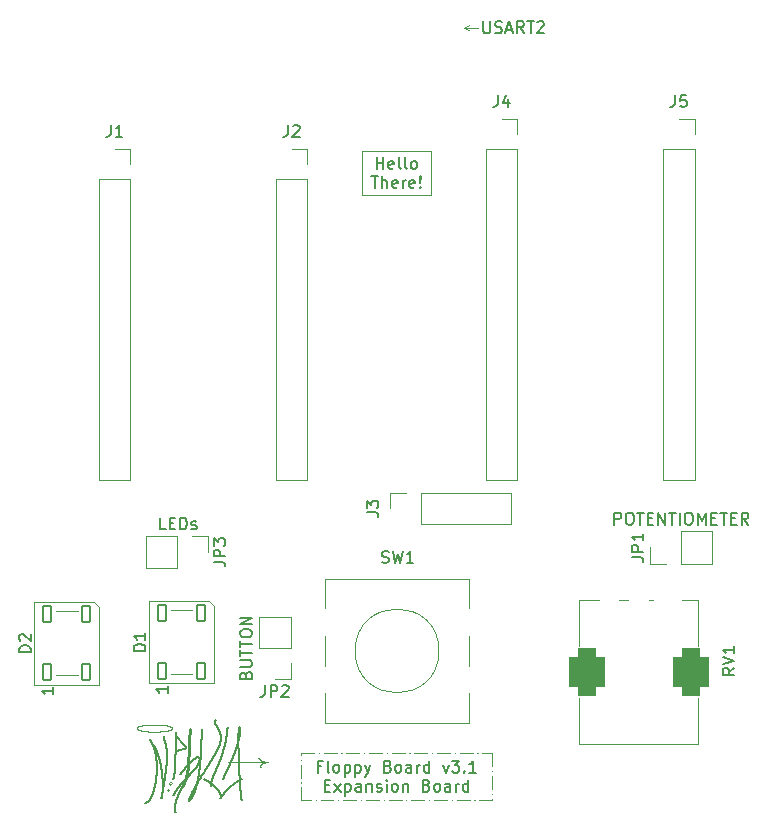
<source format=gto>
G04 #@! TF.GenerationSoftware,KiCad,Pcbnew,9.0.6*
G04 #@! TF.CreationDate,2025-12-10T15:06:57+01:00*
G04 #@! TF.ProjectId,floppyv3_expansion,666c6f70-7079-4763-935f-657870616e73,rev?*
G04 #@! TF.SameCoordinates,Original*
G04 #@! TF.FileFunction,Legend,Top*
G04 #@! TF.FilePolarity,Positive*
%FSLAX46Y46*%
G04 Gerber Fmt 4.6, Leading zero omitted, Abs format (unit mm)*
G04 Created by KiCad (PCBNEW 9.0.6) date 2025-12-10 15:06:57*
%MOMM*%
%LPD*%
G01*
G04 APERTURE LIST*
G04 Aperture macros list*
%AMRoundRect*
0 Rectangle with rounded corners*
0 $1 Rounding radius*
0 $2 $3 $4 $5 $6 $7 $8 $9 X,Y pos of 4 corners*
0 Add a 4 corners polygon primitive as box body*
4,1,4,$2,$3,$4,$5,$6,$7,$8,$9,$2,$3,0*
0 Add four circle primitives for the rounded corners*
1,1,$1+$1,$2,$3*
1,1,$1+$1,$4,$5*
1,1,$1+$1,$6,$7*
1,1,$1+$1,$8,$9*
0 Add four rect primitives between the rounded corners*
20,1,$1+$1,$2,$3,$4,$5,0*
20,1,$1+$1,$4,$5,$6,$7,0*
20,1,$1+$1,$6,$7,$8,$9,0*
20,1,$1+$1,$8,$9,$2,$3,0*%
G04 Aperture macros list end*
%ADD10C,0.100000*%
%ADD11C,0.200000*%
%ADD12C,0.230000*%
%ADD13C,0.150000*%
%ADD14C,0.120000*%
%ADD15O,3.200000X1.900000*%
%ADD16R,1.800000X1.800000*%
%ADD17C,1.800000*%
%ADD18RoundRect,0.750000X-0.750000X1.250000X-0.750000X-1.250000X0.750000X-1.250000X0.750000X1.250000X0*%
%ADD19RoundRect,0.090000X0.360000X-0.660000X0.360000X0.660000X-0.360000X0.660000X-0.360000X-0.660000X0*%
%ADD20C,0.700000*%
%ADD21C,4.400000*%
%ADD22R,1.700000X1.700000*%
%ADD23C,1.700000*%
G04 APERTURE END LIST*
D10*
X96150000Y-130000000D02*
G75*
G02*
X95850000Y-130000000I-150000J0D01*
G01*
X95850000Y-130000000D02*
G75*
G02*
X96150000Y-130000000I150000J0D01*
G01*
X104200000Y-128200000D02*
X104193097Y-128200010D01*
X104186243Y-128200040D01*
X104179449Y-128200089D01*
X104172705Y-128200159D01*
X104166019Y-128200247D01*
X104159382Y-128200355D01*
X104152803Y-128200482D01*
X104146273Y-128200627D01*
X104139800Y-128200792D01*
X104133375Y-128200975D01*
X104127007Y-128201177D01*
X104120686Y-128201397D01*
X104114422Y-128201635D01*
X104108204Y-128201891D01*
X104102043Y-128202165D01*
X104095927Y-128202457D01*
X104089867Y-128202766D01*
X104083853Y-128203092D01*
X104077893Y-128203436D01*
X104071979Y-128203797D01*
X104066118Y-128204175D01*
X104060303Y-128204570D01*
X104054540Y-128204981D01*
X104048822Y-128205409D01*
X104043157Y-128205854D01*
X104037536Y-128206314D01*
X104031967Y-128206791D01*
X104026442Y-128207283D01*
X104020967Y-128207792D01*
X104015537Y-128208316D01*
X104010156Y-128208855D01*
X104004819Y-128209410D01*
X103999531Y-128209980D01*
X103994286Y-128210566D01*
X103989091Y-128211166D01*
X103983937Y-128211781D01*
X103978832Y-128212411D01*
X103973769Y-128213055D01*
X103968754Y-128213714D01*
X103963779Y-128214387D01*
X103958853Y-128215074D01*
X103953967Y-128215775D01*
X103949128Y-128216490D01*
X103944329Y-128217219D01*
X103939577Y-128217961D01*
X103934864Y-128218717D01*
X103930197Y-128219486D01*
X103925569Y-128220268D01*
X103920987Y-128221064D01*
X103916444Y-128221872D01*
X103911945Y-128222693D01*
X103907484Y-128223528D01*
X103903068Y-128224374D01*
X103898689Y-128225233D01*
X103894354Y-128226105D01*
X103890057Y-128226989D01*
X103885802Y-128227884D01*
X103881585Y-128228792D01*
X103877410Y-128229711D01*
X103873272Y-128230643D01*
X103869175Y-128231586D01*
X103865115Y-128232541D01*
X103861095Y-128233506D01*
X103857112Y-128234484D01*
X103853169Y-128235472D01*
X103849262Y-128236472D01*
X103845395Y-128237482D01*
X103841563Y-128238503D01*
X103837770Y-128239535D01*
X103834013Y-128240578D01*
X103830293Y-128241630D01*
X103826609Y-128242694D01*
X103822962Y-128243768D01*
X103819350Y-128244852D01*
X103815775Y-128245946D01*
X103812234Y-128247050D01*
X103808729Y-128248164D01*
X103805259Y-128249288D01*
X103801824Y-128250421D01*
X103798423Y-128251564D01*
X103795057Y-128252716D01*
X103791725Y-128253878D01*
X103788427Y-128255049D01*
X103785162Y-128256230D01*
X103781931Y-128257419D01*
X103778732Y-128258618D01*
X103775568Y-128259825D01*
X103772435Y-128261041D01*
X103769336Y-128262266D01*
X103766268Y-128263500D01*
X103763232Y-128264742D01*
X103760229Y-128265993D01*
X103757257Y-128267252D01*
X103754316Y-128268520D01*
X103751407Y-128269795D01*
X103748528Y-128271079D01*
X103745681Y-128272371D01*
X103742864Y-128273671D01*
X103740077Y-128274979D01*
X103737320Y-128276295D01*
X103734594Y-128277619D01*
X103731897Y-128278950D01*
X103729230Y-128280289D01*
X103726591Y-128281636D01*
X103723982Y-128282990D01*
X103721402Y-128284352D01*
X103718851Y-128285721D01*
X103716328Y-128287097D01*
X103713833Y-128288481D01*
X103711366Y-128289871D01*
X103708927Y-128291269D01*
X103706517Y-128292674D01*
X103704133Y-128294086D01*
X103701777Y-128295505D01*
X103699447Y-128296931D01*
X103697145Y-128298364D01*
X103694870Y-128299804D01*
X103692621Y-128301250D01*
X103690398Y-128302703D01*
X103688202Y-128304163D01*
X103686031Y-128305630D01*
X103683887Y-128307102D01*
X103681767Y-128308582D01*
X103679674Y-128310068D01*
X103677605Y-128311561D01*
X103675563Y-128313060D01*
X103673544Y-128314565D01*
X103671551Y-128316077D01*
X103669582Y-128317595D01*
X103667638Y-128319119D01*
X103665717Y-128320651D01*
X103663822Y-128322187D01*
X103661949Y-128323731D01*
X103660101Y-128325279D01*
X103658275Y-128326836D01*
X103656475Y-128328397D01*
X103654696Y-128329965D01*
X103652942Y-128331538D01*
X103651209Y-128333119D01*
X103649501Y-128334705D01*
X103647814Y-128336298D01*
X103646151Y-128337895D01*
X103644509Y-128339500D01*
X103642891Y-128341110D01*
X103641293Y-128342727D01*
X103639719Y-128344348D01*
X103636635Y-128347611D01*
X103633637Y-128350898D01*
X103630725Y-128354209D01*
X103627897Y-128357544D01*
X103625153Y-128360903D01*
X103622491Y-128364287D01*
X103619912Y-128367694D01*
X103617413Y-128371126D01*
X103614995Y-128374583D01*
X103612656Y-128378064D01*
X103610397Y-128381570D01*
X103608215Y-128385101D01*
X103606112Y-128388657D01*
X103604085Y-128392238D01*
X103602135Y-128395845D01*
X103600262Y-128399478D01*
X103598464Y-128403137D01*
X103596742Y-128406822D01*
X103595094Y-128410534D01*
X103593522Y-128414273D01*
X103592025Y-128418038D01*
X103590601Y-128421831D01*
X103589253Y-128425651D01*
X103587978Y-128429499D01*
X103586778Y-128433374D01*
X103585652Y-128437278D01*
X103584600Y-128441210D01*
X103583623Y-128445170D01*
X103582720Y-128449159D01*
X103581892Y-128453177D01*
X103581139Y-128457223D01*
X103580461Y-128461297D01*
X103579859Y-128465400D01*
X103579332Y-128469532D01*
X103578881Y-128473691D01*
X103578507Y-128477879D01*
X103578209Y-128482094D01*
X103577989Y-128486337D01*
X103577846Y-128490606D01*
X103577782Y-128494900D01*
X103577796Y-128499220D01*
X103577888Y-128503564D01*
X103578060Y-128507930D01*
X103578312Y-128512318D01*
X103578643Y-128516725D01*
X103579054Y-128521150D01*
X103579545Y-128525590D01*
X103580117Y-128530042D01*
X103580768Y-128534504D01*
X103581500Y-128538972D01*
X103582310Y-128543442D01*
X103583199Y-128547907D01*
X103584164Y-128552363D01*
X103585206Y-128556802D01*
X103586320Y-128561215D01*
X103587504Y-128565592D01*
X103588754Y-128569920D01*
X103590065Y-128574184D01*
X103591428Y-128578363D01*
X103592833Y-128582432D01*
X103594265Y-128586354D01*
X103595703Y-128590080D01*
X103597110Y-128593536D01*
X103598426Y-128596597D01*
X103599524Y-128599008D01*
X103600000Y-128600000D01*
D11*
X94200000Y-126200000D02*
X94207513Y-126210084D01*
X94214994Y-126220258D01*
X94222441Y-126230523D01*
X94229856Y-126240878D01*
X94237238Y-126251325D01*
X94244587Y-126261863D01*
X94251902Y-126272493D01*
X94259184Y-126283216D01*
X94266433Y-126294032D01*
X94273647Y-126304941D01*
X94280828Y-126315943D01*
X94287975Y-126327040D01*
X94295088Y-126338231D01*
X94302166Y-126349518D01*
X94309209Y-126360899D01*
X94316218Y-126372376D01*
X94323191Y-126383949D01*
X94330130Y-126395619D01*
X94337033Y-126407386D01*
X94343901Y-126419250D01*
X94350732Y-126431212D01*
X94357528Y-126443271D01*
X94364287Y-126455430D01*
X94371010Y-126467687D01*
X94377696Y-126480044D01*
X94384346Y-126492500D01*
X94390958Y-126505056D01*
X94397532Y-126517713D01*
X94404069Y-126530471D01*
X94410568Y-126543330D01*
X94417028Y-126556291D01*
X94423451Y-126569353D01*
X94429834Y-126582518D01*
X94436178Y-126595786D01*
X94442483Y-126609157D01*
X94448749Y-126622631D01*
X94454975Y-126636210D01*
X94461160Y-126649892D01*
X94467305Y-126663679D01*
X94473409Y-126677571D01*
X94479472Y-126691568D01*
X94485493Y-126705670D01*
X94491473Y-126719879D01*
X94497411Y-126734193D01*
X94503307Y-126748615D01*
X94509159Y-126763143D01*
X94514969Y-126777778D01*
X94520736Y-126792521D01*
X94526458Y-126807371D01*
X94532137Y-126822329D01*
X94537771Y-126837396D01*
X94543361Y-126852572D01*
X94548905Y-126867856D01*
X94554404Y-126883249D01*
X94559857Y-126898752D01*
X94565264Y-126914364D01*
X94570624Y-126930086D01*
X94575938Y-126945919D01*
X94581204Y-126961861D01*
X94586422Y-126977914D01*
X94591592Y-126994078D01*
X94596714Y-127010352D01*
X94601787Y-127026738D01*
X94606811Y-127043234D01*
X94611785Y-127059842D01*
X94616709Y-127076562D01*
X94621582Y-127093393D01*
X94626405Y-127110336D01*
X94631176Y-127127390D01*
X94635896Y-127144557D01*
X94640563Y-127161836D01*
X94645178Y-127179226D01*
X94649740Y-127196729D01*
X94654249Y-127214344D01*
X94658704Y-127232071D01*
X94663104Y-127249911D01*
X94667450Y-127267862D01*
X94671741Y-127285926D01*
X94675977Y-127304101D01*
X94680156Y-127322389D01*
X94684279Y-127340789D01*
X94688345Y-127359301D01*
X94692354Y-127377924D01*
X94696305Y-127396660D01*
X94700198Y-127415506D01*
X94704032Y-127434465D01*
X94707807Y-127453534D01*
X94711523Y-127472714D01*
X94715179Y-127492005D01*
X94718774Y-127511407D01*
X94722309Y-127530919D01*
X94725782Y-127550541D01*
X94729194Y-127570272D01*
X94732543Y-127590113D01*
X94735830Y-127610063D01*
X94739053Y-127630121D01*
X94742213Y-127650288D01*
X94745309Y-127670563D01*
X94748340Y-127690944D01*
X94751307Y-127711433D01*
X94754208Y-127732028D01*
X94757044Y-127752729D01*
X94759813Y-127773536D01*
X94762515Y-127794447D01*
X94765151Y-127815462D01*
X94767719Y-127836580D01*
X94770218Y-127857802D01*
X94772650Y-127879126D01*
X94775012Y-127900551D01*
X94777305Y-127922076D01*
X94779529Y-127943702D01*
X94781682Y-127965426D01*
X94783765Y-127987249D01*
X94785777Y-128009169D01*
X94787717Y-128031186D01*
X94789586Y-128053298D01*
X94791382Y-128075504D01*
X94793106Y-128097804D01*
X94794756Y-128120197D01*
X94796334Y-128142680D01*
X94797837Y-128165254D01*
X94799267Y-128187917D01*
X94800622Y-128210668D01*
X94801902Y-128233506D01*
X94803106Y-128256428D01*
X94804236Y-128279435D01*
X94805289Y-128302525D01*
X94806266Y-128325696D01*
X94807166Y-128348947D01*
X94807989Y-128372276D01*
X94808736Y-128395682D01*
X94809404Y-128419164D01*
X94809995Y-128442719D01*
X94810508Y-128466346D01*
X94810942Y-128490044D01*
X94811298Y-128513811D01*
X94811574Y-128537645D01*
X94811772Y-128561544D01*
X94811890Y-128585506D01*
X94811929Y-128609530D01*
X94811888Y-128633613D01*
X94811767Y-128657754D01*
X94811565Y-128681951D01*
X94811283Y-128706201D01*
X94810921Y-128730502D01*
X94810478Y-128754853D01*
X94809955Y-128779250D01*
X94809350Y-128803693D01*
X94808665Y-128828178D01*
X94807899Y-128852704D01*
X94807051Y-128877267D01*
X94806122Y-128901866D01*
X94805112Y-128926498D01*
X94804021Y-128951160D01*
X94802849Y-128975850D01*
X94801595Y-129000566D01*
X94800261Y-129025305D01*
X94798845Y-129050064D01*
X94797348Y-129074840D01*
X94795770Y-129099631D01*
X94794112Y-129124434D01*
X94792373Y-129149246D01*
X94790553Y-129174064D01*
X94788653Y-129198886D01*
X94786673Y-129223708D01*
X94784613Y-129248528D01*
X94782473Y-129273342D01*
X94780253Y-129298148D01*
X94777955Y-129322942D01*
X94775578Y-129347721D01*
X94773122Y-129372483D01*
X94770588Y-129397224D01*
X94767976Y-129421940D01*
X94765286Y-129446630D01*
X94762520Y-129471288D01*
X94759677Y-129495914D01*
X94756758Y-129520502D01*
X94753763Y-129545049D01*
X94750693Y-129569554D01*
X94747549Y-129594011D01*
X94744330Y-129618418D01*
X94742693Y-129630603D01*
X94741038Y-129642771D01*
X94739364Y-129654928D01*
X94737673Y-129667068D01*
X94735963Y-129679195D01*
X94734236Y-129691304D01*
X94732490Y-129703399D01*
X94730727Y-129715476D01*
X94728945Y-129727538D01*
X94727147Y-129739582D01*
X94725330Y-129751609D01*
X94723496Y-129763617D01*
X94721645Y-129775607D01*
X94719776Y-129787578D01*
X94717891Y-129799530D01*
X94715988Y-129811462D01*
X94714068Y-129823374D01*
X94712131Y-129835266D01*
X94710177Y-129847136D01*
X94708207Y-129858985D01*
X94706220Y-129870812D01*
X94704216Y-129882618D01*
X94702196Y-129894400D01*
X94700160Y-129906160D01*
X94698107Y-129917895D01*
X94696038Y-129929607D01*
X94693954Y-129941294D01*
X94691853Y-129952958D01*
X94689737Y-129964595D01*
X94687605Y-129976209D01*
X94685457Y-129987794D01*
X94683294Y-129999355D01*
X94681116Y-130010887D01*
X94678922Y-130022395D01*
X94676713Y-130033871D01*
X94674489Y-130045324D01*
X94672251Y-130056744D01*
X94669998Y-130068140D01*
X94667730Y-130079502D01*
X94665447Y-130090839D01*
X94663151Y-130102141D01*
X94660839Y-130113418D01*
X94658515Y-130124660D01*
X94656175Y-130135875D01*
X94653823Y-130147054D01*
X94651455Y-130158206D01*
X94649076Y-130169320D01*
X94646681Y-130180408D01*
X94644275Y-130191456D01*
X94641854Y-130202478D01*
X94639421Y-130213459D01*
X94636974Y-130224413D01*
X94634516Y-130235326D01*
X94632043Y-130246211D01*
X94629560Y-130257053D01*
X94627062Y-130267867D01*
X94624554Y-130278638D01*
X94622032Y-130289381D01*
X94619500Y-130300079D01*
X94616954Y-130310748D01*
X94614399Y-130321372D01*
X94611830Y-130331967D01*
X94609251Y-130342515D01*
X94606659Y-130353034D01*
X94604059Y-130363506D01*
X94601445Y-130373948D01*
X94598822Y-130384341D01*
X94596187Y-130394704D01*
X94593543Y-130405018D01*
X94590886Y-130415302D01*
X94588222Y-130425535D01*
X94585545Y-130435738D01*
X94582861Y-130445890D01*
X94580164Y-130456011D01*
X94577461Y-130466079D01*
X94574745Y-130476117D01*
X94572023Y-130486102D01*
X94569288Y-130496056D01*
X94566548Y-130505955D01*
X94563795Y-130515824D01*
X94561037Y-130525637D01*
X94558267Y-130535419D01*
X94555492Y-130545146D01*
X94552705Y-130554841D01*
X94549914Y-130564479D01*
X94547111Y-130574086D01*
X94544303Y-130583635D01*
X94541485Y-130593152D01*
X94538662Y-130602612D01*
X94535829Y-130612039D01*
X94532992Y-130621408D01*
X94530143Y-130630744D01*
X94527292Y-130640022D01*
X94524431Y-130649266D01*
X94521566Y-130658451D01*
X94518691Y-130667604D01*
X94515814Y-130676695D01*
X94512926Y-130685754D01*
X94510037Y-130694752D01*
X94507137Y-130703718D01*
X94504236Y-130712621D01*
X94501325Y-130721492D01*
X94498413Y-130730300D01*
X94495491Y-130739075D01*
X94492569Y-130747788D01*
X94489637Y-130756468D01*
X94486704Y-130765085D01*
X94483762Y-130773668D01*
X94480821Y-130782188D01*
X94477870Y-130790674D01*
X94474920Y-130799097D01*
X94471961Y-130807486D01*
X94469002Y-130815811D01*
X94466035Y-130824102D01*
X94463069Y-130832330D01*
X94460095Y-130840523D01*
X94457122Y-130848651D01*
X94454141Y-130856746D01*
X94451162Y-130864776D01*
X94448174Y-130872772D01*
X94445189Y-130880703D01*
X94442195Y-130888600D01*
X94439205Y-130896432D01*
X94436207Y-130904230D01*
X94433212Y-130911962D01*
X94430209Y-130919660D01*
X94427210Y-130927293D01*
X94424202Y-130934892D01*
X94421200Y-130942425D01*
X94418189Y-130949924D01*
X94415183Y-130957357D01*
X94412169Y-130964756D01*
X94409161Y-130972089D01*
X94406145Y-130979388D01*
X94403134Y-130986622D01*
X94400116Y-130993821D01*
X94397103Y-131000954D01*
X94394084Y-131008053D01*
X94391070Y-131015087D01*
X94388050Y-131022086D01*
X94385036Y-131029020D01*
X94382015Y-131035920D01*
X94379000Y-131042754D01*
X94375979Y-131049554D01*
X94372965Y-131056288D01*
X94369945Y-131062989D01*
X94366931Y-131069624D01*
X94363912Y-131076225D01*
X94360900Y-131082761D01*
X94357881Y-131089263D01*
X94354871Y-131095700D01*
X94351855Y-131102103D01*
X94348846Y-131108441D01*
X94345832Y-131114746D01*
X94342826Y-131120986D01*
X94339815Y-131127192D01*
X94336812Y-131133334D01*
X94333804Y-131139442D01*
X94330804Y-131145486D01*
X94327799Y-131151497D01*
X94324804Y-131157443D01*
X94321803Y-131163357D01*
X94318811Y-131169207D01*
X94315814Y-131175023D01*
X94312828Y-131180777D01*
X94309835Y-131186497D01*
X94306854Y-131192154D01*
X94303866Y-131197778D01*
X94300890Y-131203340D01*
X94297908Y-131208869D01*
X94294937Y-131214336D01*
X94291961Y-131219770D01*
X94288996Y-131225142D01*
X94286026Y-131230481D01*
X94283068Y-131235759D01*
X94280104Y-131241005D01*
X94277152Y-131246190D01*
X94274196Y-131251342D01*
X94271251Y-131256434D01*
X94268301Y-131261493D01*
X94265363Y-131266493D01*
X94262421Y-131271461D01*
X94259491Y-131276369D01*
X94256557Y-131281245D01*
X94253634Y-131286062D01*
X94250708Y-131290847D01*
X94247794Y-131295574D01*
X94244875Y-131300269D01*
X94241969Y-131304906D01*
X94239060Y-131309512D01*
X94236163Y-131314060D01*
X94233262Y-131318577D01*
X94230373Y-131323037D01*
X94227481Y-131327466D01*
X94224602Y-131331839D01*
X94221720Y-131336180D01*
X94218850Y-131340466D01*
X94215977Y-131344721D01*
X94213117Y-131348921D01*
X94210253Y-131353090D01*
X94207403Y-131357205D01*
X94204549Y-131361289D01*
X94201709Y-131365319D01*
X94198865Y-131369319D01*
X94196035Y-131373265D01*
X94193202Y-131377181D01*
X94190382Y-131381045D01*
X94187559Y-131384879D01*
X94184750Y-131388660D01*
X94181938Y-131392412D01*
X94179140Y-131396112D01*
X94176338Y-131399782D01*
X94173551Y-131403402D01*
X94170761Y-131406992D01*
X94167984Y-131410532D01*
X94165205Y-131414043D01*
X94162439Y-131417504D01*
X94159671Y-131420936D01*
X94156917Y-131424320D01*
X94154160Y-131427674D01*
X94151418Y-131430980D01*
X94148672Y-131434258D01*
X94145941Y-131437487D01*
X94143208Y-131440689D01*
X94140488Y-131443843D01*
X94137766Y-131446969D01*
X94135058Y-131450049D01*
X94132348Y-131453101D01*
X94129651Y-131456106D01*
X94126953Y-131459085D01*
X94124269Y-131462018D01*
X94121582Y-131464923D01*
X94118910Y-131467784D01*
X94116235Y-131470618D01*
X94113574Y-131473408D01*
X94110912Y-131476171D01*
X94108263Y-131478890D01*
X94105612Y-131481583D01*
X94102976Y-131484233D01*
X94100337Y-131486856D01*
X94097713Y-131489437D01*
X94095086Y-131491993D01*
X94092474Y-131494506D01*
X94089859Y-131496994D01*
X94087259Y-131499440D01*
X94084656Y-131501861D01*
X94082068Y-131504242D01*
X94079478Y-131506596D01*
X94076901Y-131508912D01*
X94074323Y-131511202D01*
X94071758Y-131513453D01*
X94069192Y-131515678D01*
X94066640Y-131517866D01*
X94064086Y-131520028D01*
X94061545Y-131522153D01*
X94059003Y-131524252D01*
X94056474Y-131526315D01*
X94053944Y-131528353D01*
X94051427Y-131530355D01*
X94048909Y-131532332D01*
X94046404Y-131534273D01*
X94043897Y-131536190D01*
X94041404Y-131538072D01*
X94038909Y-131539930D01*
X94036427Y-131541753D01*
X94033944Y-131543552D01*
X94031473Y-131545317D01*
X94029002Y-131547058D01*
X94026542Y-131548766D01*
X94024082Y-131550451D01*
X94021634Y-131552102D01*
X94019186Y-131553731D01*
X94016749Y-131555327D01*
X94014311Y-131556899D01*
X94011886Y-131558440D01*
X94009459Y-131559958D01*
X94007044Y-131561445D01*
X94004629Y-131562909D01*
X94002225Y-131564342D01*
X93999820Y-131565753D01*
X93997426Y-131567134D01*
X93995032Y-131568492D01*
X93992649Y-131569820D01*
X93990265Y-131571126D01*
X93987893Y-131572403D01*
X93985519Y-131573658D01*
X93983157Y-131574884D01*
X93980793Y-131576088D01*
X93978441Y-131577265D01*
X93976087Y-131578419D01*
X93973745Y-131579546D01*
X93971401Y-131580650D01*
X93969067Y-131581728D01*
X93966733Y-131582784D01*
X93964409Y-131583814D01*
X93962085Y-131584822D01*
X93959770Y-131585804D01*
X93957454Y-131586764D01*
X93955148Y-131587699D01*
X93952841Y-131588612D01*
X93950544Y-131589501D01*
X93948246Y-131590367D01*
X93945957Y-131591210D01*
X93943667Y-131592030D01*
X93941387Y-131592827D01*
X93939105Y-131593602D01*
X93936832Y-131594354D01*
X93934559Y-131595084D01*
X93932294Y-131595791D01*
X93930028Y-131596477D01*
X93927770Y-131597140D01*
X93925512Y-131597782D01*
X93923262Y-131598401D01*
X93921011Y-131598999D01*
X93918767Y-131599575D01*
X93916523Y-131600130D01*
X93914286Y-131600662D01*
X93912048Y-131601174D01*
X93909818Y-131601664D01*
X93907587Y-131602134D01*
X93905362Y-131602582D01*
X93903137Y-131603009D01*
X93900918Y-131603415D01*
X93898699Y-131603801D01*
X93896486Y-131604165D01*
X93894272Y-131604509D01*
X93892064Y-131604832D01*
X93889855Y-131605134D01*
X93887652Y-131605416D01*
X93885448Y-131605678D01*
X93883250Y-131605919D01*
X93881051Y-131606139D01*
X93878856Y-131606339D01*
X93876662Y-131606520D01*
X93874471Y-131606679D01*
X93872281Y-131606819D01*
X93870094Y-131606938D01*
X93867907Y-131607037D01*
X93865724Y-131607116D01*
X93863540Y-131607175D01*
X93861360Y-131607214D01*
X93859179Y-131607233D01*
X93857002Y-131607231D01*
X93854824Y-131607210D01*
X93852649Y-131607169D01*
X93850473Y-131607108D01*
X93848300Y-131607026D01*
X93846127Y-131606925D01*
X93843956Y-131606804D01*
X93841785Y-131606662D01*
X93839615Y-131606501D01*
X93837445Y-131606320D01*
X93835277Y-131606119D01*
X93833108Y-131605897D01*
X93830941Y-131605656D01*
X93828773Y-131605394D01*
X93826606Y-131605112D01*
X93824439Y-131604810D01*
X93822272Y-131604488D01*
X93820105Y-131604146D01*
X93817938Y-131603784D01*
X93815772Y-131603401D01*
X93813604Y-131602998D01*
X93811437Y-131602574D01*
X93809270Y-131602130D01*
X93807102Y-131601665D01*
X93802765Y-131600674D01*
X93800000Y-131600000D01*
X96400000Y-126000000D02*
X97200000Y-126800000D01*
X95200000Y-131200000D02*
X95207685Y-131157678D01*
X95215295Y-131115653D01*
X95222796Y-131074122D01*
X95230224Y-131032883D01*
X95237544Y-130992127D01*
X95244792Y-130951658D01*
X95251936Y-130911663D01*
X95259008Y-130871949D01*
X95265978Y-130832700D01*
X95272878Y-130793727D01*
X95279678Y-130755209D01*
X95286409Y-130716962D01*
X95293041Y-130679162D01*
X95299607Y-130641628D01*
X95306075Y-130604531D01*
X95312478Y-130567696D01*
X95318786Y-130531289D01*
X95325029Y-130495139D01*
X95331179Y-130459409D01*
X95337266Y-130423930D01*
X95343261Y-130388864D01*
X95349194Y-130354045D01*
X95355038Y-130319629D01*
X95360821Y-130285456D01*
X95366516Y-130251679D01*
X95372151Y-130218140D01*
X95377701Y-130184989D01*
X95383191Y-130152071D01*
X95388597Y-130119534D01*
X95393945Y-130087226D01*
X95399211Y-130055291D01*
X95404420Y-130023581D01*
X95409548Y-129992236D01*
X95414620Y-129961112D01*
X95419614Y-129930346D01*
X95424552Y-129899798D01*
X95429413Y-129869599D01*
X95434219Y-129839615D01*
X95438950Y-129809973D01*
X95443627Y-129780542D01*
X95448231Y-129751446D01*
X95452782Y-129722557D01*
X95457261Y-129693996D01*
X95461687Y-129665639D01*
X95466043Y-129637604D01*
X95470348Y-129609768D01*
X95474584Y-129582248D01*
X95478770Y-129554923D01*
X95482888Y-129527908D01*
X95486956Y-129501084D01*
X95490959Y-129474564D01*
X95494912Y-129448233D01*
X95498801Y-129422198D01*
X95502642Y-129396349D01*
X95506420Y-129370790D01*
X95510150Y-129345413D01*
X95513818Y-129320322D01*
X95517440Y-129295408D01*
X95521002Y-129270774D01*
X95524517Y-129246316D01*
X95527974Y-129222130D01*
X95531385Y-129198117D01*
X95534738Y-129174372D01*
X95538047Y-129150796D01*
X95541299Y-129127482D01*
X95544508Y-129104334D01*
X95547661Y-129081443D01*
X95550772Y-129058715D01*
X95553827Y-129036238D01*
X95556841Y-129013922D01*
X95559801Y-128991852D01*
X95562721Y-128969939D01*
X95565587Y-128948268D01*
X95568414Y-128926751D01*
X95571189Y-128905470D01*
X95573924Y-128884341D01*
X95576609Y-128863443D01*
X95579255Y-128842694D01*
X95581851Y-128822171D01*
X95584409Y-128801795D01*
X95586920Y-128781640D01*
X95589392Y-128761629D01*
X95591817Y-128741835D01*
X95594205Y-128722182D01*
X95596546Y-128702741D01*
X95598851Y-128683439D01*
X95601112Y-128664344D01*
X95603335Y-128645386D01*
X95605515Y-128626631D01*
X95607659Y-128608009D01*
X95609761Y-128589587D01*
X95611827Y-128571296D01*
X95613851Y-128553199D01*
X95615840Y-128535232D01*
X95617789Y-128517454D01*
X95619703Y-128499804D01*
X95621577Y-128482340D01*
X95623418Y-128465000D01*
X95625219Y-128447842D01*
X95626987Y-128430806D01*
X95628717Y-128413949D01*
X95630414Y-128397211D01*
X95632074Y-128380648D01*
X95633701Y-128364203D01*
X95635292Y-128347928D01*
X95636852Y-128331768D01*
X95638375Y-128315775D01*
X95639867Y-128299896D01*
X95641324Y-128284180D01*
X95642751Y-128268575D01*
X95644143Y-128253129D01*
X95645505Y-128237793D01*
X95646833Y-128222613D01*
X95648131Y-128207540D01*
X95649397Y-128192619D01*
X95650634Y-128177804D01*
X95651838Y-128163137D01*
X95653013Y-128148574D01*
X95654157Y-128134155D01*
X95655273Y-128119839D01*
X95656357Y-128105665D01*
X95657414Y-128091590D01*
X95658441Y-128077654D01*
X95659440Y-128063816D01*
X95660410Y-128050113D01*
X95661352Y-128036507D01*
X95662266Y-128023032D01*
X95663153Y-128009652D01*
X95664012Y-127996401D01*
X95664844Y-127983243D01*
X95665649Y-127970210D01*
X95666428Y-127957268D01*
X95667179Y-127944449D01*
X95667905Y-127931720D01*
X95668605Y-127919109D01*
X95669280Y-127906587D01*
X95669928Y-127894181D01*
X95670552Y-127881862D01*
X95671150Y-127869656D01*
X95671724Y-127857535D01*
X95672273Y-127845524D01*
X95672798Y-127833596D01*
X95673298Y-127821776D01*
X95673775Y-127810038D01*
X95674227Y-127798405D01*
X95674657Y-127786852D01*
X95675063Y-127775400D01*
X95675446Y-127764028D01*
X95675805Y-127752755D01*
X95676143Y-127741559D01*
X95676457Y-127730459D01*
X95676749Y-127719436D01*
X95677019Y-127708506D01*
X95677267Y-127697651D01*
X95677493Y-127686886D01*
X95677698Y-127676195D01*
X95677881Y-127665592D01*
X95678042Y-127655061D01*
X95678183Y-127644615D01*
X95678302Y-127634240D01*
X95678401Y-127623948D01*
X95678479Y-127613726D01*
X95678536Y-127603583D01*
X95678573Y-127593509D01*
X95678590Y-127583513D01*
X95678587Y-127573583D01*
X95678564Y-127563728D01*
X95678521Y-127553940D01*
X95678458Y-127544223D01*
X95678376Y-127534572D01*
X95678275Y-127524989D01*
X95678154Y-127515471D01*
X95678014Y-127506019D01*
X95677856Y-127496631D01*
X95677678Y-127487306D01*
X95677482Y-127478044D01*
X95677266Y-127468842D01*
X95677033Y-127459702D01*
X95676781Y-127450621D01*
X95676511Y-127441599D01*
X95676222Y-127432633D01*
X95675916Y-127423726D01*
X95675591Y-127414874D01*
X95675248Y-127406078D01*
X95674888Y-127397334D01*
X95674510Y-127388647D01*
X95674114Y-127380008D01*
X95673701Y-127371425D01*
X95673270Y-127362888D01*
X95672822Y-127354406D01*
X95672356Y-127345967D01*
X95671873Y-127337581D01*
X95671373Y-127329237D01*
X95670855Y-127320945D01*
X95670321Y-127312692D01*
X95669769Y-127304490D01*
X95669200Y-127296324D01*
X95668615Y-127288208D01*
X95668012Y-127280126D01*
X95667393Y-127272093D01*
X95666756Y-127264090D01*
X95666103Y-127256137D01*
X95665432Y-127248210D01*
X95664746Y-127240332D01*
X95663321Y-127224671D01*
X95661829Y-127209146D01*
X95660270Y-127193750D01*
X95658643Y-127178475D01*
X95656949Y-127163312D01*
X95655186Y-127148253D01*
X95653354Y-127133290D01*
X95651453Y-127118413D01*
X95649482Y-127103615D01*
X95647439Y-127088884D01*
X95645325Y-127074211D01*
X95643138Y-127059586D01*
X95640876Y-127044998D01*
X95638537Y-127030435D01*
X95636120Y-127015884D01*
X95633623Y-127001333D01*
X95631043Y-126986767D01*
X95628377Y-126972170D01*
X95625622Y-126957527D01*
X95622774Y-126942819D01*
X95619829Y-126928025D01*
X95616782Y-126913122D01*
X95613627Y-126898086D01*
X95610356Y-126882887D01*
X95606963Y-126867492D01*
X95603438Y-126851864D01*
X95599768Y-126835955D01*
X95595941Y-126819713D01*
X95591939Y-126803072D01*
X95587741Y-126785949D01*
X95583319Y-126768242D01*
X95578635Y-126749813D01*
X95573642Y-126730477D01*
X95568265Y-126709968D01*
X95562395Y-126687881D01*
X95555844Y-126663528D01*
X95548245Y-126635561D01*
X95538625Y-126600421D01*
X95534470Y-126585282D01*
X95525943Y-126554201D01*
X95517354Y-126522750D01*
X95513041Y-126506862D01*
X95508718Y-126490852D01*
X95504388Y-126474710D01*
X95500053Y-126458428D01*
X95495715Y-126441994D01*
X95491376Y-126425400D01*
X95487039Y-126408635D01*
X95482704Y-126391691D01*
X95478376Y-126374556D01*
X95474054Y-126357222D01*
X95469743Y-126339679D01*
X95465443Y-126321917D01*
X95461158Y-126303926D01*
X95456888Y-126285697D01*
X95452637Y-126267219D01*
X95448406Y-126248484D01*
X95446299Y-126239016D01*
X95444198Y-126229480D01*
X95442103Y-126219875D01*
X95440014Y-126210200D01*
X95437932Y-126200453D01*
X95435857Y-126190632D01*
X95433789Y-126180738D01*
X95431729Y-126170768D01*
X95429676Y-126160722D01*
X95427632Y-126150597D01*
X95425596Y-126140394D01*
X95423568Y-126130110D01*
X95421549Y-126119745D01*
X95419539Y-126109297D01*
X95417539Y-126098765D01*
X95415548Y-126088148D01*
X95413567Y-126077444D01*
X95411597Y-126066653D01*
X95409636Y-126055774D01*
X95407687Y-126044804D01*
X95405748Y-126033743D01*
X95403820Y-126022589D01*
X95401904Y-126011342D01*
X95400000Y-126000000D01*
D10*
X104200000Y-128200000D02*
X104215869Y-128199988D01*
X104221698Y-128199959D01*
X104226172Y-128199902D01*
X104227912Y-128199861D01*
X104229327Y-128199809D01*
X104230422Y-128199746D01*
X104231201Y-128199670D01*
X104231669Y-128199581D01*
X104231787Y-128199531D01*
X104231830Y-128199477D01*
X104231797Y-128199419D01*
X104231689Y-128199356D01*
X104231250Y-128199219D01*
X104230518Y-128199063D01*
X104229498Y-128198888D01*
X104226611Y-128198474D01*
X104222626Y-128197969D01*
X104217578Y-128197363D01*
X104204443Y-128195813D01*
X104196429Y-128194850D01*
X104187500Y-128193750D01*
X104177692Y-128192503D01*
X104167041Y-128191101D01*
X104155585Y-128189534D01*
X104143359Y-128187793D01*
X104136970Y-128186854D01*
X104130402Y-128185869D01*
X104123660Y-128184835D01*
X104116748Y-128183752D01*
X104109672Y-128182619D01*
X104102435Y-128181435D01*
X104095043Y-128180197D01*
X104087500Y-128178906D01*
X104079810Y-128177560D01*
X104071979Y-128176158D01*
X104064010Y-128174699D01*
X104055908Y-128173181D01*
X104047678Y-128171604D01*
X104039325Y-128169966D01*
X104030853Y-128168266D01*
X104022266Y-128166504D01*
X104013569Y-128164677D01*
X104004767Y-128162785D01*
X103995864Y-128160827D01*
X103986865Y-128158801D01*
X103977775Y-128156707D01*
X103968597Y-128154543D01*
X103959338Y-128152307D01*
X103950000Y-128150000D01*
X103940589Y-128147619D01*
X103931110Y-128145164D01*
X103921566Y-128142634D01*
X103911963Y-128140027D01*
X103902305Y-128137342D01*
X103892596Y-128134578D01*
X103882842Y-128131734D01*
X103873047Y-128128809D01*
X103863215Y-128125801D01*
X103853351Y-128122710D01*
X103843459Y-128119534D01*
X103833545Y-128116272D01*
X103823612Y-128112923D01*
X103818640Y-128111216D01*
X103813666Y-128109486D01*
X103808689Y-128107735D01*
X103803710Y-128105960D01*
X103798730Y-128104163D01*
X103793750Y-128102344D01*
X103788770Y-128100501D01*
X103783790Y-128098636D01*
X103778811Y-128096747D01*
X103773834Y-128094835D01*
X103768860Y-128092899D01*
X103763888Y-128090940D01*
X103758919Y-128088957D01*
X103753955Y-128086951D01*
X103748995Y-128084920D01*
X103744041Y-128082865D01*
X103739092Y-128080786D01*
X103734149Y-128078682D01*
X103729213Y-128076554D01*
X103724285Y-128074401D01*
X103719365Y-128072223D01*
X103714453Y-128070020D01*
X103709551Y-128067791D01*
X103704658Y-128065538D01*
X103699775Y-128063259D01*
X103694904Y-128060954D01*
X103690043Y-128058624D01*
X103685195Y-128056268D01*
X103680360Y-128053885D01*
X103675537Y-128051477D01*
X103670728Y-128049042D01*
X103665934Y-128046581D01*
X103661154Y-128044093D01*
X103656390Y-128041579D01*
X103651642Y-128039037D01*
X103646911Y-128036469D01*
X103642197Y-128033873D01*
X103637500Y-128031250D01*
X103632822Y-128028600D01*
X103628162Y-128025921D01*
X103623522Y-128023216D01*
X103618903Y-128020482D01*
X103614303Y-128017720D01*
X103609725Y-128014930D01*
X103605169Y-128012112D01*
X103600635Y-128009265D01*
X103596124Y-128006390D01*
X103591636Y-128003486D01*
X103587172Y-128000553D01*
X103582733Y-127997591D01*
X103578319Y-127994599D01*
X103573931Y-127991579D01*
X103569569Y-127988529D01*
X103565234Y-127985449D01*
X103560927Y-127982340D01*
X103556647Y-127979201D01*
X103552397Y-127976031D01*
X103548175Y-127972832D01*
X103543983Y-127969602D01*
X103539822Y-127966342D01*
X103535691Y-127963051D01*
X103531592Y-127959729D01*
X103527525Y-127956376D01*
X103523490Y-127952993D01*
X103519489Y-127949578D01*
X103515521Y-127946132D01*
X103511588Y-127942654D01*
X103507690Y-127939145D01*
X103503827Y-127935604D01*
X103500000Y-127932031D01*
X103496210Y-127928426D01*
X103492457Y-127924789D01*
X103488742Y-127921120D01*
X103485065Y-127917418D01*
X103481427Y-127913683D01*
X103477828Y-127909916D01*
X103474270Y-127906116D01*
X103470752Y-127902283D01*
X103467275Y-127898416D01*
X103463840Y-127894517D01*
X103460448Y-127890583D01*
X103457098Y-127886617D01*
X103453792Y-127882616D01*
X103450530Y-127878581D01*
X103447313Y-127874513D01*
X103444141Y-127870410D01*
X103441014Y-127866273D01*
X103437934Y-127862102D01*
X103434901Y-127857895D01*
X103431915Y-127853654D01*
X103428978Y-127849379D01*
X103426089Y-127845068D01*
X103423249Y-127840722D01*
X103420459Y-127836340D01*
X103417719Y-127831923D01*
X103415031Y-127827471D01*
X103412393Y-127822983D01*
X103409808Y-127818459D01*
X103407276Y-127813898D01*
X103404797Y-127809302D01*
X103402371Y-127804669D01*
X103400000Y-127800000D01*
X95900000Y-130600000D02*
G75*
G02*
X95700000Y-130600000I-100000J0D01*
G01*
X95700000Y-130600000D02*
G75*
G02*
X95900000Y-130600000I100000J0D01*
G01*
X100800000Y-128200000D02*
X104200000Y-128200000D01*
D11*
X96800000Y-129200000D02*
X96808970Y-129187460D01*
X96817918Y-129174984D01*
X96826852Y-129162562D01*
X96835764Y-129150204D01*
X96844662Y-129137900D01*
X96853539Y-129125660D01*
X96862401Y-129113474D01*
X96871241Y-129101351D01*
X96880067Y-129089283D01*
X96888871Y-129077278D01*
X96897660Y-129065327D01*
X96906427Y-129053439D01*
X96915180Y-129041605D01*
X96923910Y-129029835D01*
X96932626Y-129018118D01*
X96941319Y-129006464D01*
X96949997Y-128994864D01*
X96958653Y-128983328D01*
X96967293Y-128971844D01*
X96975911Y-128960424D01*
X96984514Y-128949057D01*
X96993094Y-128937753D01*
X97001659Y-128926502D01*
X97010201Y-128915314D01*
X97018727Y-128904180D01*
X97027231Y-128893108D01*
X97035719Y-128882089D01*
X97044184Y-128871133D01*
X97052633Y-128860230D01*
X97061058Y-128849389D01*
X97069468Y-128838602D01*
X97077855Y-128827876D01*
X97086225Y-128817204D01*
X97094572Y-128806594D01*
X97102903Y-128796037D01*
X97111210Y-128785542D01*
X97119501Y-128775100D01*
X97127768Y-128764719D01*
X97136019Y-128754392D01*
X97144245Y-128744126D01*
X97152455Y-128733913D01*
X97160642Y-128723761D01*
X97168811Y-128713662D01*
X97176956Y-128703625D01*
X97185084Y-128693640D01*
X97193188Y-128683717D01*
X97201274Y-128673846D01*
X97209337Y-128664036D01*
X97217382Y-128654280D01*
X97225402Y-128644583D01*
X97233405Y-128634940D01*
X97241384Y-128625357D01*
X97249344Y-128615827D01*
X97257280Y-128606357D01*
X97265198Y-128596940D01*
X97273092Y-128587583D01*
X97280967Y-128578279D01*
X97288817Y-128569035D01*
X97296649Y-128559844D01*
X97304456Y-128550712D01*
X97312244Y-128541633D01*
X97320007Y-128532614D01*
X97327752Y-128523647D01*
X97335471Y-128514740D01*
X97343171Y-128505885D01*
X97350846Y-128497090D01*
X97358502Y-128488347D01*
X97366132Y-128479663D01*
X97373743Y-128471032D01*
X97381328Y-128462459D01*
X97388894Y-128453940D01*
X97396434Y-128445478D01*
X97403954Y-128437070D01*
X97411448Y-128428720D01*
X97418922Y-128420422D01*
X97426371Y-128412182D01*
X97433799Y-128403996D01*
X97441201Y-128395867D01*
X97448583Y-128387790D01*
X97455938Y-128379771D01*
X97463273Y-128371805D01*
X97470581Y-128363897D01*
X97477869Y-128356041D01*
X97485130Y-128348242D01*
X97492370Y-128340495D01*
X97499583Y-128332806D01*
X97506775Y-128325169D01*
X97513940Y-128317589D01*
X97521084Y-128310062D01*
X97528201Y-128302591D01*
X97535296Y-128295173D01*
X97542364Y-128287811D01*
X97549410Y-128280501D01*
X97556429Y-128273248D01*
X97563425Y-128266047D01*
X97570395Y-128258902D01*
X97577341Y-128251809D01*
X97584261Y-128244772D01*
X97591157Y-128237787D01*
X97598027Y-128230858D01*
X97604873Y-128223981D01*
X97611692Y-128217159D01*
X97618487Y-128210390D01*
X97625255Y-128203676D01*
X97631998Y-128197013D01*
X97638715Y-128190406D01*
X97645407Y-128183851D01*
X97652072Y-128177350D01*
X97658711Y-128170901D01*
X97665324Y-128164507D01*
X97671911Y-128158165D01*
X97678471Y-128151876D01*
X97685006Y-128145640D01*
X97691513Y-128139458D01*
X97697994Y-128133327D01*
X97704448Y-128127250D01*
X97710876Y-128121225D01*
X97717276Y-128115253D01*
X97723649Y-128109334D01*
X97729995Y-128103467D01*
X97736314Y-128097652D01*
X97742606Y-128091889D01*
X97748870Y-128086179D01*
X97755107Y-128080520D01*
X97761316Y-128074914D01*
X97767497Y-128069359D01*
X97773651Y-128063857D01*
X97779776Y-128058406D01*
X97785873Y-128053007D01*
X97791943Y-128047659D01*
X97797984Y-128042363D01*
X97803997Y-128037118D01*
X97809981Y-128031924D01*
X97815937Y-128026781D01*
X97821864Y-128021690D01*
X97827762Y-128016649D01*
X97833631Y-128011660D01*
X97839472Y-128006721D01*
X97845283Y-128001833D01*
X97851066Y-127996995D01*
X97856819Y-127992209D01*
X97862543Y-127987471D01*
X97868237Y-127982786D01*
X97873902Y-127978149D01*
X97879537Y-127973563D01*
X97885143Y-127969026D01*
X97890717Y-127964540D01*
X97896264Y-127960102D01*
X97901779Y-127955716D01*
X97907265Y-127951377D01*
X97912719Y-127947089D01*
X97918145Y-127942849D01*
X97923538Y-127938659D01*
X97928903Y-127934517D01*
X97934235Y-127930426D01*
X97939539Y-127926381D01*
X97944810Y-127922386D01*
X97950052Y-127918439D01*
X97955260Y-127914541D01*
X97960440Y-127910690D01*
X97965587Y-127906889D01*
X97970704Y-127903133D01*
X97975788Y-127899427D01*
X97980843Y-127895767D01*
X97985863Y-127892157D01*
X97990855Y-127888591D01*
X97995812Y-127885075D01*
X98000741Y-127881604D01*
X98005634Y-127878182D01*
X98010499Y-127874804D01*
X98015328Y-127871475D01*
X98020129Y-127868190D01*
X98024893Y-127864954D01*
X98029630Y-127861761D01*
X98034330Y-127858616D01*
X98039001Y-127855515D01*
X98043636Y-127852462D01*
X98048243Y-127849451D01*
X98052812Y-127846489D01*
X98057354Y-127843568D01*
X98061858Y-127840696D01*
X98066334Y-127837864D01*
X98070772Y-127835081D01*
X98075182Y-127832338D01*
X98079554Y-127829643D01*
X98083898Y-127826988D01*
X98088204Y-127824380D01*
X98092482Y-127821813D01*
X98096721Y-127819292D01*
X98100932Y-127816810D01*
X98105105Y-127814375D01*
X98109249Y-127811979D01*
X98113355Y-127809629D01*
X98117432Y-127807317D01*
X98121471Y-127805051D01*
X98125482Y-127802823D01*
X98129453Y-127800640D01*
X98133396Y-127798495D01*
X98137300Y-127796394D01*
X98141177Y-127794331D01*
X98145013Y-127792311D01*
X98148822Y-127790329D01*
X98152591Y-127788390D01*
X98156333Y-127786487D01*
X98160034Y-127784627D01*
X98163708Y-127782804D01*
X98167342Y-127781022D01*
X98170949Y-127779276D01*
X98174515Y-127777572D01*
X98178054Y-127775903D01*
X98181552Y-127774275D01*
X98185024Y-127772682D01*
X98188455Y-127771129D01*
X98191860Y-127769610D01*
X98195223Y-127768131D01*
X98198560Y-127766686D01*
X98201857Y-127765280D01*
X98205127Y-127763907D01*
X98208356Y-127762573D01*
X98211559Y-127761272D01*
X98214721Y-127760008D01*
X98217857Y-127758777D01*
X98220952Y-127757582D01*
X98224022Y-127756420D01*
X98227050Y-127755294D01*
X98230054Y-127754199D01*
X98233016Y-127753140D01*
X98235953Y-127752111D01*
X98238849Y-127751117D01*
X98241720Y-127750154D01*
X98244551Y-127749225D01*
X98247357Y-127748325D01*
X98250122Y-127747459D01*
X98252863Y-127746622D01*
X98255563Y-127745818D01*
X98258239Y-127745042D01*
X98260875Y-127744299D01*
X98263487Y-127743583D01*
X98266059Y-127742899D01*
X98268607Y-127742242D01*
X98271116Y-127741615D01*
X98273601Y-127741015D01*
X98276046Y-127740446D01*
X98278469Y-127739902D01*
X98280852Y-127739387D01*
X98283212Y-127738898D01*
X98285533Y-127738437D01*
X98287832Y-127738001D01*
X98290092Y-127737593D01*
X98292330Y-127737209D01*
X98294530Y-127736852D01*
X98296708Y-127736519D01*
X98298848Y-127736212D01*
X98300966Y-127735928D01*
X98303048Y-127735669D01*
X98305107Y-127735433D01*
X98307130Y-127735222D01*
X98309132Y-127735033D01*
X98311097Y-127734867D01*
X98313042Y-127734723D01*
X98314951Y-127734602D01*
X98316840Y-127734502D01*
X98318693Y-127734424D01*
X98320526Y-127734367D01*
X98322324Y-127734331D01*
X98324103Y-127734315D01*
X98325847Y-127734320D01*
X98327572Y-127734345D01*
X98329264Y-127734389D01*
X98330936Y-127734453D01*
X98332575Y-127734535D01*
X98334196Y-127734637D01*
X98335784Y-127734756D01*
X98337354Y-127734894D01*
X98338892Y-127735050D01*
X98340412Y-127735224D01*
X98341902Y-127735414D01*
X98343373Y-127735622D01*
X98344814Y-127735847D01*
X98346237Y-127736088D01*
X98347631Y-127736346D01*
X98349008Y-127736620D01*
X98350356Y-127736909D01*
X98351687Y-127737214D01*
X98352990Y-127737534D01*
X98354276Y-127737870D01*
X98355535Y-127738220D01*
X98356777Y-127738586D01*
X98357993Y-127738965D01*
X98359193Y-127739360D01*
X98360367Y-127739768D01*
X98361524Y-127740191D01*
X98362658Y-127740627D01*
X98363775Y-127741077D01*
X98364868Y-127741540D01*
X98365945Y-127742018D01*
X98366999Y-127742507D01*
X98368037Y-127743011D01*
X98369054Y-127743526D01*
X98370054Y-127744056D01*
X98371033Y-127744597D01*
X98371996Y-127745153D01*
X98372938Y-127745719D01*
X98373865Y-127746300D01*
X98374772Y-127746891D01*
X98375664Y-127747497D01*
X98376536Y-127748113D01*
X98377393Y-127748743D01*
X98378231Y-127749385D01*
X98379054Y-127750039D01*
X98379859Y-127750706D01*
X98380649Y-127751385D01*
X98381421Y-127752075D01*
X98382178Y-127752779D01*
X98382918Y-127753495D01*
X98383643Y-127754223D01*
X98384352Y-127754964D01*
X98385045Y-127755717D01*
X98385722Y-127756483D01*
X98386384Y-127757261D01*
X98387662Y-127758856D01*
X98388878Y-127760503D01*
X98390034Y-127762201D01*
X98391129Y-127763953D01*
X98392164Y-127765760D01*
X98393138Y-127767622D01*
X98394051Y-127769540D01*
X98394903Y-127771517D01*
X98395693Y-127773552D01*
X98396421Y-127775649D01*
X98397086Y-127777807D01*
X98397686Y-127780030D01*
X98398220Y-127782317D01*
X98398688Y-127784671D01*
X98399087Y-127787093D01*
X98399417Y-127789584D01*
X98399675Y-127792147D01*
X98399859Y-127794783D01*
X98399968Y-127797493D01*
X98400000Y-127800000D01*
X97800000Y-129000000D02*
X97795978Y-129004034D01*
X97784229Y-129015869D01*
X97765228Y-129035101D01*
X97753158Y-129047366D01*
X97739453Y-129061328D01*
X97724174Y-129076939D01*
X97707379Y-129094147D01*
X97689129Y-129112902D01*
X97669482Y-129133154D01*
X97648499Y-129154853D01*
X97626239Y-129177948D01*
X97602761Y-129202389D01*
X97578125Y-129228125D01*
X97552390Y-129255106D01*
X97525616Y-129283282D01*
X97511858Y-129297803D01*
X97497863Y-129312603D01*
X97483638Y-129327677D01*
X97469189Y-129343018D01*
X97454526Y-129358619D01*
X97439655Y-129374476D01*
X97424584Y-129390581D01*
X97409320Y-129406927D01*
X97393871Y-129423510D01*
X97378243Y-129440322D01*
X97362445Y-129457357D01*
X97346484Y-129474609D01*
X97330368Y-129492072D01*
X97314103Y-129509739D01*
X97297697Y-129527604D01*
X97281158Y-129545660D01*
X97264494Y-129563902D01*
X97247710Y-129582323D01*
X97230816Y-129600917D01*
X97213818Y-129619678D01*
X97196724Y-129638598D01*
X97179542Y-129657673D01*
X97162278Y-129676895D01*
X97144940Y-129696259D01*
X97127536Y-129715757D01*
X97110073Y-129735384D01*
X97092559Y-129755134D01*
X97075000Y-129775000D01*
X97057405Y-129794976D01*
X97039780Y-129815055D01*
X97022134Y-129835232D01*
X97004474Y-129855499D01*
X96986807Y-129875852D01*
X96969140Y-129896282D01*
X96951481Y-129916785D01*
X96933838Y-129937354D01*
X96916218Y-129957982D01*
X96898627Y-129978663D01*
X96881075Y-129999391D01*
X96863568Y-130020160D01*
X96846114Y-130040963D01*
X96828719Y-130061794D01*
X96811392Y-130082647D01*
X96794141Y-130103516D01*
X96776971Y-130124393D01*
X96759892Y-130145274D01*
X96742909Y-130166151D01*
X96726031Y-130187018D01*
X96709266Y-130207869D01*
X96700928Y-130218287D01*
X96692620Y-130228698D01*
X96684344Y-130239102D01*
X96676101Y-130249498D01*
X96667892Y-130259886D01*
X96659717Y-130270264D01*
X96651577Y-130280631D01*
X96643474Y-130290988D01*
X96635409Y-130301333D01*
X96627381Y-130311665D01*
X96619393Y-130321983D01*
X96611445Y-130332288D01*
X96603538Y-130342577D01*
X96595673Y-130352850D01*
X96587850Y-130363107D01*
X96580072Y-130373347D01*
X96572339Y-130383568D01*
X96564651Y-130393771D01*
X96557010Y-130403953D01*
X96549416Y-130414115D01*
X96541871Y-130424256D01*
X96534375Y-130434375D01*
X96526930Y-130444471D01*
X96519536Y-130454543D01*
X96512194Y-130464591D01*
X96504905Y-130474613D01*
X96497670Y-130484610D01*
X96490491Y-130494579D01*
X96483367Y-130504521D01*
X96476300Y-130514435D01*
X96469291Y-130524319D01*
X96462341Y-130534174D01*
X96455450Y-130543997D01*
X96448620Y-130553790D01*
X96441851Y-130563549D01*
X96435145Y-130573276D01*
X96428502Y-130582969D01*
X96421924Y-130592627D01*
X96415411Y-130602250D01*
X96408963Y-130611836D01*
X96402583Y-130621385D01*
X96396272Y-130630897D01*
X96390028Y-130640370D01*
X96383855Y-130649803D01*
X96377753Y-130659196D01*
X96371722Y-130668549D01*
X96365764Y-130677859D01*
X96359880Y-130687127D01*
X96354070Y-130696352D01*
X96348336Y-130705532D01*
X96342678Y-130714668D01*
X96337097Y-130723757D01*
X96331595Y-130732801D01*
X96326172Y-130741797D01*
X96320829Y-130750745D01*
X96315567Y-130759644D01*
X96310387Y-130768494D01*
X96305289Y-130777293D01*
X96300276Y-130786041D01*
X96295347Y-130794736D01*
X96290505Y-130803379D01*
X96285748Y-130811969D01*
X96281080Y-130820504D01*
X96276499Y-130828984D01*
X96272008Y-130837408D01*
X96267608Y-130845776D01*
X96263299Y-130854085D01*
X96259082Y-130862337D01*
X96254958Y-130870529D01*
X96250928Y-130878662D01*
X96246993Y-130886734D01*
X96243154Y-130894745D01*
X96239412Y-130902693D01*
X96235767Y-130910578D01*
X96232222Y-130918400D01*
X96228776Y-130926157D01*
X96225430Y-130933848D01*
X96222186Y-130941473D01*
X96219045Y-130949032D01*
X96216007Y-130956522D01*
X96213073Y-130963945D01*
X96210244Y-130971297D01*
X96207521Y-130978580D01*
X96204906Y-130985792D01*
X96202399Y-130992932D01*
X96201186Y-130996475D01*
X96200000Y-131000000D01*
X98400000Y-127800000D02*
X98402078Y-127804244D01*
X98404087Y-127808531D01*
X98406028Y-127812859D01*
X98407901Y-127817231D01*
X98409705Y-127821647D01*
X98411442Y-127826108D01*
X98413111Y-127830614D01*
X98414711Y-127835166D01*
X98416244Y-127839765D01*
X98417708Y-127844411D01*
X98419103Y-127849106D01*
X98420430Y-127853850D01*
X98421688Y-127858643D01*
X98422877Y-127863488D01*
X98423996Y-127868384D01*
X98425045Y-127873333D01*
X98426024Y-127878335D01*
X98426932Y-127883391D01*
X98427768Y-127888502D01*
X98428533Y-127893670D01*
X98429226Y-127898894D01*
X98429845Y-127904175D01*
X98430391Y-127909516D01*
X98430863Y-127914916D01*
X98431260Y-127920377D01*
X98431581Y-127925899D01*
X98431826Y-127931483D01*
X98431993Y-127937131D01*
X98432083Y-127942844D01*
X98432093Y-127948621D01*
X98432024Y-127954465D01*
X98431874Y-127960376D01*
X98431643Y-127966355D01*
X98431329Y-127972403D01*
X98430931Y-127978522D01*
X98430448Y-127984711D01*
X98429880Y-127990973D01*
X98429225Y-127997308D01*
X98428482Y-128003717D01*
X98427650Y-128010201D01*
X98426727Y-128016760D01*
X98425713Y-128023397D01*
X98424606Y-128030112D01*
X98423405Y-128036906D01*
X98422109Y-128043780D01*
X98420717Y-128050734D01*
X98419226Y-128057771D01*
X98417636Y-128064890D01*
X98415946Y-128072094D01*
X98414154Y-128079382D01*
X98412258Y-128086755D01*
X98410258Y-128094216D01*
X98408152Y-128101764D01*
X98405937Y-128109401D01*
X98403614Y-128117127D01*
X98401180Y-128124943D01*
X98398635Y-128132851D01*
X98395975Y-128140851D01*
X98393201Y-128148945D01*
X98390310Y-128157132D01*
X98387300Y-128165414D01*
X98384171Y-128173792D01*
X98380921Y-128182266D01*
X98377548Y-128190838D01*
X98374051Y-128199508D01*
X98370427Y-128208277D01*
X98366676Y-128217146D01*
X98362796Y-128226116D01*
X98358785Y-128235187D01*
X98354642Y-128244359D01*
X98350364Y-128253635D01*
X98345952Y-128263014D01*
X98341402Y-128272497D01*
X98336714Y-128282085D01*
X98331885Y-128291778D01*
X98326915Y-128301576D01*
X98321801Y-128311482D01*
X98316543Y-128321494D01*
X98311138Y-128331613D01*
X98305585Y-128341840D01*
X98299883Y-128352175D01*
X98294031Y-128362618D01*
X98288026Y-128373170D01*
X98281868Y-128383830D01*
X98275554Y-128394600D01*
X98269085Y-128405479D01*
X98262458Y-128416466D01*
X98255673Y-128427563D01*
X98248728Y-128438769D01*
X98241622Y-128450083D01*
X98234354Y-128461506D01*
X98226923Y-128473037D01*
X98219328Y-128484675D01*
X98211569Y-128496420D01*
X98203644Y-128508271D01*
X98195554Y-128520227D01*
X98187297Y-128532288D01*
X98178874Y-128544452D01*
X98170284Y-128556717D01*
X98161526Y-128569083D01*
X98152602Y-128581547D01*
X98143512Y-128594107D01*
X98134255Y-128606763D01*
X98124833Y-128619510D01*
X98115246Y-128632346D01*
X98105497Y-128645268D01*
X98095586Y-128658274D01*
X98085516Y-128671358D01*
X98075288Y-128684517D01*
X98064906Y-128697747D01*
X98054373Y-128711041D01*
X98043693Y-128724394D01*
X98032870Y-128737800D01*
X98021910Y-128751251D01*
X98010818Y-128764740D01*
X97999602Y-128778256D01*
X97988269Y-128791789D01*
X97976830Y-128805328D01*
X97965295Y-128818860D01*
X97953678Y-128832369D01*
X97941992Y-128845837D01*
X97930257Y-128859245D01*
X97918492Y-128872569D01*
X97906724Y-128885781D01*
X97894981Y-128898849D01*
X97883302Y-128911732D01*
X97871731Y-128924383D01*
X97860327Y-128936740D01*
X97849164Y-128948727D01*
X97838342Y-128960239D01*
X97828003Y-128971134D01*
X97818358Y-128981196D01*
X97809759Y-128990073D01*
X97802920Y-128997054D01*
X97800000Y-129000000D01*
X97600000Y-131400000D02*
X97597112Y-131402874D01*
X97594273Y-131405671D01*
X97591531Y-131408344D01*
X97588835Y-131410944D01*
X97586234Y-131413425D01*
X97583677Y-131415836D01*
X97581210Y-131418134D01*
X97578787Y-131420365D01*
X97576450Y-131422489D01*
X97574155Y-131424548D01*
X97571943Y-131426505D01*
X97569770Y-131428401D01*
X97567678Y-131430200D01*
X97565623Y-131431940D01*
X97563645Y-131433589D01*
X97561704Y-131435181D01*
X97559836Y-131436687D01*
X97558003Y-131438140D01*
X97556241Y-131439510D01*
X97554511Y-131440830D01*
X97552849Y-131442073D01*
X97551218Y-131443267D01*
X97549653Y-131444389D01*
X97548116Y-131445465D01*
X97546643Y-131446474D01*
X97545197Y-131447438D01*
X97543810Y-131448339D01*
X97542450Y-131449198D01*
X97541147Y-131449998D01*
X97539869Y-131450759D01*
X97538645Y-131451465D01*
X97537444Y-131452134D01*
X97536295Y-131452751D01*
X97535169Y-131453333D01*
X97534091Y-131453867D01*
X97533034Y-131454369D01*
X97532024Y-131454826D01*
X97531033Y-131455253D01*
X97530086Y-131455638D01*
X97529158Y-131455994D01*
X97528271Y-131456313D01*
X97527402Y-131456605D01*
X97526572Y-131456862D01*
X97525758Y-131457093D01*
X97524980Y-131457292D01*
X97524219Y-131457467D01*
X97523491Y-131457614D01*
X97522778Y-131457737D01*
X97522096Y-131457834D01*
X97521428Y-131457909D01*
X97520789Y-131457961D01*
X97520164Y-131457991D01*
X97519565Y-131458000D01*
X97518979Y-131457989D01*
X97518417Y-131457958D01*
X97517867Y-131457907D01*
X97517339Y-131457839D01*
X97516823Y-131457752D01*
X97516326Y-131457647D01*
X97515841Y-131457525D01*
X97515372Y-131457386D01*
X97514916Y-131457230D01*
X97514474Y-131457058D01*
X97514043Y-131456869D01*
X97513625Y-131456663D01*
X97513218Y-131456441D01*
X97512438Y-131455946D01*
X97511699Y-131455383D01*
X97511000Y-131454749D01*
X97510337Y-131454041D01*
X97509711Y-131453253D01*
X97509121Y-131452382D01*
X97508567Y-131451421D01*
X97508051Y-131450363D01*
X97507573Y-131449201D01*
X97507138Y-131447927D01*
X97506746Y-131446534D01*
X97506403Y-131445013D01*
X97506111Y-131443353D01*
X97505875Y-131441547D01*
X97505700Y-131439583D01*
X97505592Y-131437452D01*
X97505556Y-131435142D01*
X97505597Y-131432643D01*
X97505722Y-131429943D01*
X97505939Y-131427031D01*
X97506252Y-131423894D01*
X97506671Y-131420519D01*
X97507202Y-131416894D01*
X97507854Y-131413006D01*
X97508633Y-131408842D01*
X97509549Y-131404386D01*
X97510610Y-131399625D01*
X97511825Y-131394545D01*
X97513202Y-131389130D01*
X97514752Y-131383365D01*
X97516483Y-131377236D01*
X97518405Y-131370725D01*
X97520529Y-131363817D01*
X97522864Y-131356495D01*
X97525420Y-131348742D01*
X97528209Y-131340543D01*
X97531241Y-131331878D01*
X97534526Y-131322730D01*
X97538077Y-131313082D01*
X97541904Y-131302915D01*
X97546019Y-131292212D01*
X97550434Y-131280952D01*
X97555160Y-131269119D01*
X97560209Y-131256691D01*
X97565593Y-131243651D01*
X97571325Y-131229979D01*
X97577418Y-131215656D01*
X97583882Y-131200661D01*
X97590731Y-131184975D01*
X97597978Y-131168580D01*
X97605635Y-131151454D01*
X97613715Y-131133578D01*
X97622229Y-131114933D01*
X97631192Y-131095499D01*
X97640615Y-131075258D01*
X97650511Y-131054190D01*
X97660892Y-131032277D01*
X97671769Y-131009501D01*
X97683156Y-130985844D01*
X97695062Y-130961290D01*
X97707500Y-130935822D01*
X97720480Y-130909427D01*
X97734011Y-130882089D01*
X97748102Y-130853797D01*
X97762763Y-130824539D01*
X97778001Y-130794309D01*
X97793821Y-130763098D01*
X97810227Y-130730904D01*
X97827224Y-130697726D01*
X97844810Y-130663568D01*
X97862986Y-130628439D01*
X97881744Y-130592354D01*
X97901077Y-130555332D01*
X97920971Y-130517406D01*
X97941407Y-130478614D01*
X97962358Y-130439012D01*
X97983787Y-130398670D01*
X98005648Y-130357680D01*
X98027876Y-130316164D01*
X98050387Y-130274281D01*
X98073066Y-130232245D01*
X98095755Y-130190347D01*
X98118233Y-130148995D01*
X98140169Y-130108788D01*
X98161048Y-130070665D01*
X98179956Y-130036274D01*
X98194922Y-130009163D01*
X98200000Y-130000000D01*
X101800000Y-125200000D02*
X101799440Y-125199455D01*
X101798883Y-125198939D01*
X101798343Y-125198467D01*
X101797804Y-125198024D01*
X101797282Y-125197619D01*
X101796761Y-125197242D01*
X101796255Y-125196900D01*
X101795752Y-125196584D01*
X101795261Y-125196300D01*
X101794773Y-125196040D01*
X101794297Y-125195809D01*
X101793822Y-125195602D01*
X101793358Y-125195421D01*
X101792896Y-125195263D01*
X101792443Y-125195129D01*
X101791992Y-125195016D01*
X101791548Y-125194925D01*
X101791106Y-125194856D01*
X101790669Y-125194808D01*
X101790234Y-125194780D01*
X101789803Y-125194772D01*
X101789373Y-125194784D01*
X101788519Y-125194869D01*
X101787668Y-125195034D01*
X101786816Y-125195280D01*
X101785961Y-125195612D01*
X101785100Y-125196032D01*
X101784228Y-125196546D01*
X101783345Y-125197162D01*
X101782447Y-125197886D01*
X101781534Y-125198727D01*
X101780604Y-125199693D01*
X101779654Y-125200796D01*
X101778686Y-125202046D01*
X101777697Y-125203453D01*
X101776688Y-125205031D01*
X101775658Y-125206791D01*
X101774608Y-125208748D01*
X101773536Y-125210914D01*
X101772444Y-125213305D01*
X101771332Y-125215935D01*
X101770201Y-125218819D01*
X101769050Y-125221973D01*
X101767881Y-125225414D01*
X101766694Y-125229159D01*
X101765490Y-125233225D01*
X101764270Y-125237630D01*
X101763035Y-125242392D01*
X101761786Y-125247530D01*
X101760524Y-125253063D01*
X101759250Y-125259012D01*
X101757966Y-125265395D01*
X101756672Y-125272235D01*
X101755370Y-125279551D01*
X101754061Y-125287365D01*
X101752748Y-125295700D01*
X101751430Y-125304576D01*
X101750110Y-125314018D01*
X101748789Y-125324047D01*
X101747469Y-125334687D01*
X101746151Y-125345963D01*
X101744838Y-125357896D01*
X101743530Y-125370513D01*
X101742231Y-125383837D01*
X101740940Y-125397894D01*
X101739661Y-125412707D01*
X101738395Y-125428303D01*
X101737144Y-125444706D01*
X101735910Y-125461943D01*
X101734696Y-125480038D01*
X101733503Y-125499017D01*
X101732333Y-125518906D01*
X101731188Y-125539731D01*
X101730072Y-125561517D01*
X101728985Y-125584289D01*
X101727930Y-125608073D01*
X101726910Y-125632894D01*
X101725926Y-125658776D01*
X101724982Y-125685744D01*
X101724079Y-125713822D01*
X101723220Y-125743034D01*
X101722407Y-125773402D01*
X101721643Y-125804948D01*
X101720930Y-125837695D01*
X101720270Y-125871662D01*
X101719667Y-125906870D01*
X101719123Y-125943338D01*
X101718639Y-125981082D01*
X101718220Y-126020120D01*
X101717866Y-126060467D01*
X101717581Y-126102135D01*
X101717367Y-126145138D01*
X101717226Y-126189485D01*
X101717162Y-126235185D01*
X101717175Y-126282244D01*
X101717269Y-126330666D01*
X101717446Y-126380454D01*
X101717707Y-126431607D01*
X101718056Y-126484122D01*
X101718494Y-126537994D01*
X101719023Y-126593213D01*
X101719645Y-126649770D01*
X101720361Y-126707649D01*
X101721174Y-126766833D01*
X101722084Y-126827300D01*
X101723093Y-126889027D01*
X101724203Y-126951986D01*
X101725413Y-127016146D01*
X101726726Y-127081471D01*
X101728142Y-127147924D01*
X101729660Y-127215461D01*
X101731282Y-127284038D01*
X101733008Y-127353605D01*
X101734837Y-127424110D01*
X101736768Y-127495495D01*
X101738802Y-127567702D01*
X101740938Y-127640668D01*
X101743173Y-127714327D01*
X101745508Y-127788611D01*
X101747940Y-127863449D01*
X101750468Y-127938768D01*
X101753090Y-128014492D01*
X101755802Y-128090544D01*
X101758604Y-128166847D01*
X101761493Y-128243320D01*
X101764464Y-128319884D01*
X101765981Y-128358172D01*
X101767517Y-128396459D01*
X101769072Y-128434717D01*
X101770646Y-128472963D01*
X101772238Y-128511152D01*
X101773850Y-128549318D01*
X101775477Y-128587397D01*
X101777124Y-128625444D01*
X101778785Y-128663373D01*
X101780464Y-128701262D01*
X101782158Y-128739004D01*
X101783868Y-128776696D01*
X101785591Y-128814214D01*
X101787332Y-128851671D01*
X101789083Y-128888927D01*
X101790851Y-128926113D01*
X101792628Y-128963073D01*
X101794421Y-128999953D01*
X101796222Y-129036581D01*
X101798039Y-129073122D01*
X101799862Y-129109386D01*
X101801701Y-129145554D01*
X101803544Y-129181423D01*
X101805402Y-129217187D01*
X101807264Y-129252631D01*
X101809140Y-129287962D01*
X101811017Y-129322952D01*
X101812909Y-129357823D01*
X101814800Y-129392333D01*
X101816706Y-129426717D01*
X101818610Y-129460722D01*
X101820527Y-129494594D01*
X101822441Y-129528072D01*
X101824368Y-129561410D01*
X101826291Y-129594338D01*
X101828226Y-129627122D01*
X101830156Y-129659482D01*
X101832098Y-129691692D01*
X101834032Y-129723466D01*
X101835978Y-129755085D01*
X101837917Y-129786256D01*
X101839865Y-129817268D01*
X101841805Y-129847824D01*
X101843755Y-129878216D01*
X101845695Y-129908142D01*
X101847644Y-129937902D01*
X101849583Y-129967189D01*
X101851530Y-129996306D01*
X101853465Y-130024944D01*
X101855409Y-130053409D01*
X101857341Y-130081392D01*
X101859280Y-130109198D01*
X101861205Y-130136518D01*
X101863138Y-130163659D01*
X101865056Y-130190312D01*
X101866982Y-130216784D01*
X101868892Y-130242767D01*
X101870809Y-130268567D01*
X101872709Y-130293877D01*
X101874616Y-130319004D01*
X101876506Y-130343641D01*
X101878402Y-130368094D01*
X101880280Y-130392058D01*
X101882164Y-130415838D01*
X101884030Y-130439131D01*
X101885901Y-130462240D01*
X101887753Y-130484865D01*
X101889610Y-130507305D01*
X101891448Y-130529265D01*
X101893290Y-130551040D01*
X101895112Y-130572339D01*
X101896939Y-130593455D01*
X101898745Y-130614099D01*
X101900555Y-130634561D01*
X101902344Y-130654556D01*
X101904138Y-130674370D01*
X101905909Y-130693724D01*
X101907685Y-130712896D01*
X101909438Y-130731615D01*
X101911196Y-130750155D01*
X101912930Y-130768248D01*
X101914668Y-130786163D01*
X101916384Y-130803639D01*
X101918103Y-130820938D01*
X101919798Y-130837805D01*
X101921497Y-130854498D01*
X101923173Y-130870767D01*
X101924851Y-130886864D01*
X101926506Y-130902544D01*
X101928163Y-130918054D01*
X101929797Y-130933156D01*
X101931433Y-130948091D01*
X101933045Y-130962627D01*
X101934660Y-130976997D01*
X101936251Y-130990976D01*
X101937843Y-131004793D01*
X101939412Y-131018228D01*
X101940982Y-131031503D01*
X101942529Y-131044404D01*
X101944077Y-131057149D01*
X101945601Y-131069530D01*
X101947126Y-131081757D01*
X101948627Y-131093628D01*
X101950130Y-131105348D01*
X101951608Y-131116722D01*
X101953088Y-131127949D01*
X101954543Y-131138837D01*
X101955999Y-131149582D01*
X101957432Y-131159998D01*
X101958865Y-131170273D01*
X101960273Y-131180229D01*
X101961683Y-131190046D01*
X101963069Y-131199554D01*
X101964455Y-131208927D01*
X101965817Y-131217999D01*
X101967179Y-131226939D01*
X101968518Y-131235587D01*
X101969857Y-131244108D01*
X101971172Y-131252345D01*
X101972487Y-131260457D01*
X101973779Y-131268295D01*
X101975070Y-131276012D01*
X101976338Y-131283464D01*
X101977606Y-131290797D01*
X101978850Y-131297874D01*
X101980095Y-131304836D01*
X101981315Y-131311551D01*
X101982536Y-131318154D01*
X101983733Y-131324518D01*
X101984930Y-131330773D01*
X101986104Y-131336798D01*
X101987278Y-131342718D01*
X101988428Y-131348416D01*
X101989578Y-131354012D01*
X101990705Y-131359395D01*
X101991831Y-131364679D01*
X101992935Y-131369757D01*
X101994038Y-131374740D01*
X101995118Y-131379525D01*
X101996199Y-131384218D01*
X101997255Y-131388722D01*
X101998313Y-131393136D01*
X102000000Y-131400000D01*
X100800000Y-125200000D02*
X100798028Y-125227048D01*
X100795977Y-125254081D01*
X100793847Y-125281101D01*
X100791638Y-125308108D01*
X100789350Y-125335102D01*
X100786983Y-125362083D01*
X100784537Y-125389052D01*
X100782012Y-125416008D01*
X100779408Y-125442953D01*
X100776725Y-125469886D01*
X100773963Y-125496807D01*
X100771121Y-125523718D01*
X100768201Y-125550618D01*
X100765201Y-125577508D01*
X100762123Y-125604387D01*
X100758965Y-125631257D01*
X100755728Y-125658118D01*
X100752411Y-125684970D01*
X100749015Y-125711813D01*
X100745540Y-125738647D01*
X100741986Y-125765474D01*
X100738352Y-125792293D01*
X100734638Y-125819105D01*
X100730845Y-125845910D01*
X100726972Y-125872709D01*
X100723020Y-125899501D01*
X100718987Y-125926288D01*
X100714875Y-125953070D01*
X100710683Y-125979847D01*
X100706411Y-126006619D01*
X100702058Y-126033388D01*
X100697626Y-126060153D01*
X100693113Y-126086915D01*
X100688519Y-126113674D01*
X100683845Y-126140431D01*
X100679091Y-126167187D01*
X100674255Y-126193941D01*
X100669339Y-126220695D01*
X100664341Y-126247449D01*
X100659262Y-126274204D01*
X100654102Y-126300959D01*
X100648861Y-126327716D01*
X100643537Y-126354475D01*
X100638132Y-126381237D01*
X100632645Y-126408003D01*
X100627076Y-126434772D01*
X100621424Y-126461546D01*
X100615689Y-126488326D01*
X100609872Y-126515111D01*
X100603972Y-126541904D01*
X100597988Y-126568703D01*
X100591921Y-126595512D01*
X100585770Y-126622329D01*
X100579535Y-126649155D01*
X100573216Y-126675993D01*
X100566812Y-126702842D01*
X100560323Y-126729703D01*
X100553749Y-126756578D01*
X100547090Y-126783467D01*
X100540344Y-126810371D01*
X100533513Y-126837292D01*
X100526594Y-126864230D01*
X100519589Y-126891186D01*
X100512497Y-126918161D01*
X100505316Y-126945158D01*
X100498048Y-126972176D01*
X100490690Y-126999217D01*
X100483243Y-127026283D01*
X100475707Y-127053375D01*
X100468080Y-127080494D01*
X100460363Y-127107642D01*
X100452554Y-127134820D01*
X100444653Y-127162030D01*
X100436660Y-127189274D01*
X100428573Y-127216553D01*
X100420391Y-127243870D01*
X100412115Y-127271225D01*
X100403744Y-127298622D01*
X100395276Y-127326063D01*
X100386710Y-127353549D01*
X100378046Y-127381083D01*
X100369283Y-127408668D01*
X100360420Y-127436305D01*
X100351454Y-127463999D01*
X100342387Y-127491752D01*
X100333215Y-127519566D01*
X100323938Y-127547446D01*
X100314555Y-127575395D01*
X100305063Y-127603415D01*
X100295461Y-127631513D01*
X100285748Y-127659690D01*
X100275922Y-127687953D01*
X100265980Y-127716305D01*
X100255920Y-127744753D01*
X100245741Y-127773300D01*
X100235440Y-127801954D01*
X100225014Y-127830720D01*
X100214460Y-127859605D01*
X100203776Y-127888618D01*
X100192957Y-127917764D01*
X100182000Y-127947055D01*
X100170902Y-127976497D01*
X100159657Y-128006104D01*
X100148261Y-128035884D01*
X100136709Y-128065852D01*
X100124995Y-128096020D01*
X100113111Y-128126405D01*
X100101052Y-128157022D01*
X100088808Y-128187891D01*
X100076371Y-128219034D01*
X100063729Y-128250474D01*
X100050872Y-128282239D01*
X100037786Y-128314361D01*
X100024454Y-128346875D01*
X100010858Y-128379825D01*
X99996978Y-128413259D01*
X99982786Y-128447238D01*
X99968252Y-128481831D01*
X99953338Y-128517126D01*
X99937997Y-128553232D01*
X99922168Y-128590285D01*
X99905774Y-128628465D01*
X99888707Y-128668013D01*
X99870820Y-128709267D01*
X99851893Y-128752726D01*
X99831576Y-128799187D01*
X99809241Y-128850076D01*
X99783536Y-128908463D01*
X99751000Y-128982214D01*
X99727420Y-129035655D01*
X99704323Y-129088080D01*
X99692965Y-129113912D01*
X99681741Y-129139491D01*
X99670654Y-129164817D01*
X99659708Y-129189890D01*
X99648908Y-129214711D01*
X99638257Y-129239280D01*
X99627760Y-129263598D01*
X99617421Y-129287664D01*
X99607244Y-129311479D01*
X99597234Y-129335043D01*
X99587393Y-129358357D01*
X99577727Y-129381420D01*
X99568240Y-129404233D01*
X99558935Y-129426797D01*
X99554352Y-129437986D01*
X99549817Y-129449112D01*
X99545329Y-129460176D01*
X99540890Y-129471177D01*
X99536500Y-129482117D01*
X99532158Y-129492994D01*
X99527867Y-129503809D01*
X99523626Y-129514562D01*
X99519436Y-129525253D01*
X99515297Y-129535882D01*
X99511210Y-129546449D01*
X99507175Y-129556955D01*
X99503194Y-129567398D01*
X99499266Y-129577779D01*
X99495391Y-129588099D01*
X99491572Y-129598357D01*
X99487807Y-129608553D01*
X99484098Y-129618687D01*
X99480444Y-129628760D01*
X99476848Y-129638771D01*
X99473308Y-129648721D01*
X99469826Y-129658609D01*
X99466402Y-129668435D01*
X99463037Y-129678200D01*
X99459730Y-129687904D01*
X99456484Y-129697546D01*
X99453297Y-129707126D01*
X99450172Y-129716646D01*
X99447107Y-129726104D01*
X99444104Y-129735501D01*
X99441164Y-129744836D01*
X99438286Y-129754111D01*
X99435471Y-129763324D01*
X99432720Y-129772476D01*
X99430034Y-129781567D01*
X99427412Y-129790597D01*
X99424856Y-129799566D01*
X99422365Y-129808474D01*
X99419941Y-129817321D01*
X99417584Y-129826108D01*
X99415294Y-129834833D01*
X99413072Y-129843498D01*
X99410918Y-129852101D01*
X99408834Y-129860645D01*
X99406819Y-129869127D01*
X99404874Y-129877549D01*
X99402999Y-129885910D01*
X99401195Y-129894210D01*
X99399463Y-129902450D01*
X99397803Y-129910629D01*
X99396216Y-129918748D01*
X99394702Y-129926807D01*
X99393261Y-129934805D01*
X99391894Y-129942742D01*
X99390602Y-129950620D01*
X99389386Y-129958437D01*
X99388244Y-129966193D01*
X99387180Y-129973890D01*
X99386191Y-129981526D01*
X99385280Y-129989102D01*
X99384447Y-129996618D01*
X99383692Y-130004074D01*
X99383016Y-130011470D01*
X99382419Y-130018806D01*
X99381902Y-130026082D01*
X99381465Y-130033298D01*
X99381109Y-130040454D01*
X99380835Y-130047551D01*
X99380728Y-130051076D01*
X99380642Y-130054587D01*
X99380577Y-130058083D01*
X99380532Y-130061564D01*
X99380508Y-130065030D01*
X99380505Y-130068481D01*
X99380522Y-130071917D01*
X99380561Y-130075338D01*
X99380620Y-130078744D01*
X99380701Y-130082135D01*
X99380802Y-130085512D01*
X99380925Y-130088873D01*
X99381069Y-130092220D01*
X99381235Y-130095552D01*
X99381421Y-130098868D01*
X99381630Y-130102170D01*
X99381859Y-130105457D01*
X99382111Y-130108730D01*
X99382384Y-130111987D01*
X99382678Y-130115229D01*
X99382995Y-130118457D01*
X99383333Y-130121670D01*
X99383693Y-130124867D01*
X99384075Y-130128050D01*
X99384479Y-130131219D01*
X99384905Y-130134372D01*
X99385354Y-130137510D01*
X99385824Y-130140634D01*
X99386317Y-130143743D01*
X99386832Y-130146837D01*
X99387370Y-130149916D01*
X99387930Y-130152981D01*
X99388512Y-130156030D01*
X99389118Y-130159065D01*
X99389745Y-130162085D01*
X99390396Y-130165090D01*
X99391069Y-130168080D01*
X99391766Y-130171056D01*
X99392485Y-130174017D01*
X99393227Y-130176963D01*
X99393992Y-130179894D01*
X99394781Y-130182811D01*
X99395592Y-130185712D01*
X99396427Y-130188599D01*
X99397285Y-130191472D01*
X99398167Y-130194329D01*
X99399072Y-130197172D01*
X99400000Y-130200000D01*
X98600000Y-125400000D02*
X98599990Y-125429652D01*
X98599960Y-125459210D01*
X98599910Y-125488676D01*
X98599841Y-125518049D01*
X98599751Y-125547329D01*
X98599642Y-125576516D01*
X98599514Y-125605611D01*
X98599365Y-125634613D01*
X98599198Y-125663524D01*
X98599010Y-125692342D01*
X98598804Y-125721068D01*
X98598578Y-125749703D01*
X98598333Y-125778246D01*
X98598069Y-125806697D01*
X98597785Y-125835058D01*
X98597483Y-125863326D01*
X98597161Y-125891504D01*
X98596821Y-125919591D01*
X98596462Y-125947588D01*
X98596084Y-125975493D01*
X98595687Y-126003308D01*
X98595272Y-126031033D01*
X98594837Y-126058668D01*
X98594385Y-126086212D01*
X98593914Y-126113667D01*
X98593424Y-126141032D01*
X98592916Y-126168307D01*
X98592390Y-126195493D01*
X98591845Y-126222590D01*
X98591283Y-126249597D01*
X98590702Y-126276515D01*
X98590103Y-126303344D01*
X98589486Y-126330085D01*
X98588852Y-126356737D01*
X98588199Y-126383300D01*
X98587528Y-126409775D01*
X98586840Y-126436162D01*
X98586134Y-126462461D01*
X98585411Y-126488672D01*
X98584670Y-126514795D01*
X98583912Y-126540831D01*
X98583136Y-126566779D01*
X98582342Y-126592640D01*
X98581532Y-126618414D01*
X98580704Y-126644100D01*
X98579859Y-126669700D01*
X98578997Y-126695213D01*
X98578118Y-126720639D01*
X98577222Y-126745979D01*
X98576308Y-126771232D01*
X98575378Y-126796399D01*
X98574432Y-126821480D01*
X98573468Y-126846476D01*
X98572488Y-126871385D01*
X98571491Y-126896209D01*
X98570478Y-126920947D01*
X98569448Y-126945600D01*
X98568402Y-126970168D01*
X98567339Y-126994651D01*
X98566261Y-127019049D01*
X98565165Y-127043362D01*
X98564054Y-127067590D01*
X98562927Y-127091734D01*
X98561783Y-127115794D01*
X98560624Y-127139770D01*
X98559449Y-127163661D01*
X98558257Y-127187468D01*
X98557050Y-127211192D01*
X98555828Y-127234832D01*
X98554589Y-127258389D01*
X98553335Y-127281862D01*
X98552065Y-127305252D01*
X98550780Y-127328559D01*
X98549480Y-127351783D01*
X98548164Y-127374925D01*
X98546833Y-127397983D01*
X98545486Y-127420959D01*
X98544125Y-127443853D01*
X98542748Y-127466665D01*
X98541356Y-127489394D01*
X98539950Y-127512042D01*
X98538528Y-127534608D01*
X98537092Y-127557092D01*
X98535640Y-127579495D01*
X98534174Y-127601816D01*
X98532694Y-127624057D01*
X98531198Y-127646216D01*
X98529688Y-127668294D01*
X98528164Y-127690291D01*
X98526625Y-127712208D01*
X98525072Y-127734045D01*
X98523505Y-127755800D01*
X98521923Y-127777476D01*
X98520327Y-127799072D01*
X98518717Y-127820588D01*
X98517093Y-127842024D01*
X98515455Y-127863380D01*
X98513803Y-127884657D01*
X98512138Y-127905854D01*
X98510458Y-127926972D01*
X98508765Y-127948012D01*
X98507058Y-127968972D01*
X98505337Y-127989854D01*
X98503603Y-128010656D01*
X98501855Y-128031381D01*
X98500094Y-128052027D01*
X98498320Y-128072594D01*
X98496532Y-128093084D01*
X98494731Y-128113496D01*
X98492917Y-128133830D01*
X98491090Y-128154086D01*
X98489249Y-128174265D01*
X98487396Y-128194366D01*
X98485530Y-128214391D01*
X98483651Y-128234338D01*
X98481759Y-128254208D01*
X98479854Y-128274001D01*
X98477937Y-128293718D01*
X98476007Y-128313358D01*
X98474065Y-128332922D01*
X98472110Y-128352410D01*
X98470142Y-128371821D01*
X98468162Y-128391157D01*
X98466170Y-128410417D01*
X98464166Y-128429601D01*
X98462150Y-128448710D01*
X98460121Y-128467743D01*
X98458080Y-128486701D01*
X98456028Y-128505584D01*
X98453963Y-128524392D01*
X98451887Y-128543125D01*
X98449798Y-128561784D01*
X98447698Y-128580368D01*
X98445587Y-128598877D01*
X98443463Y-128617313D01*
X98441328Y-128635674D01*
X98439182Y-128653962D01*
X98437024Y-128672175D01*
X98434855Y-128690315D01*
X98432674Y-128708381D01*
X98430483Y-128726374D01*
X98428280Y-128744294D01*
X98426066Y-128762141D01*
X98423841Y-128779914D01*
X98421605Y-128797615D01*
X98419358Y-128815243D01*
X98417100Y-128832799D01*
X98414831Y-128850282D01*
X98412551Y-128867693D01*
X98410261Y-128885032D01*
X98407960Y-128902299D01*
X98405649Y-128919494D01*
X98403327Y-128936618D01*
X98400995Y-128953669D01*
X98398652Y-128970650D01*
X98396299Y-128987559D01*
X98393936Y-129004397D01*
X98391562Y-129021164D01*
X98389179Y-129037861D01*
X98386785Y-129054486D01*
X98384382Y-129071041D01*
X98381968Y-129087526D01*
X98379544Y-129103940D01*
X98377111Y-129120284D01*
X98374668Y-129136559D01*
X98372215Y-129152763D01*
X98369753Y-129168898D01*
X98367281Y-129184963D01*
X98364799Y-129200959D01*
X98362308Y-129216885D01*
X98359808Y-129232743D01*
X98357299Y-129248531D01*
X98354780Y-129264251D01*
X98352251Y-129279901D01*
X98349714Y-129295484D01*
X98347168Y-129310997D01*
X98344612Y-129326443D01*
X98342048Y-129341820D01*
X98339475Y-129357130D01*
X98336893Y-129372371D01*
X98334302Y-129387545D01*
X98331703Y-129402651D01*
X98329094Y-129417691D01*
X98326478Y-129432662D01*
X98323852Y-129447566D01*
X98321219Y-129462404D01*
X98318577Y-129477174D01*
X98315926Y-129491878D01*
X98313267Y-129506515D01*
X98310600Y-129521086D01*
X98307925Y-129535591D01*
X98305242Y-129550029D01*
X98302551Y-129564401D01*
X98299852Y-129578707D01*
X98297145Y-129592948D01*
X98294430Y-129607123D01*
X98291707Y-129621233D01*
X98288977Y-129635277D01*
X98286238Y-129649256D01*
X98283493Y-129663170D01*
X98280740Y-129677020D01*
X98277979Y-129690804D01*
X98275211Y-129704524D01*
X98272435Y-129718179D01*
X98269653Y-129731770D01*
X98266863Y-129745297D01*
X98264065Y-129758760D01*
X98261261Y-129772159D01*
X98258450Y-129785494D01*
X98255632Y-129798765D01*
X98252806Y-129811974D01*
X98249974Y-129825118D01*
X98247136Y-129838200D01*
X98244290Y-129851218D01*
X98241438Y-129864174D01*
X98238579Y-129877067D01*
X98235713Y-129889897D01*
X98232842Y-129902664D01*
X98229963Y-129915370D01*
X98227079Y-129928013D01*
X98224188Y-129940594D01*
X98221290Y-129953113D01*
X98218387Y-129965571D01*
X98215477Y-129977966D01*
X98212562Y-129990301D01*
X98209640Y-130002573D01*
X98206713Y-130014785D01*
X98203779Y-130026935D01*
X98200840Y-130039025D01*
X98197895Y-130051053D01*
X98194944Y-130063022D01*
X98191988Y-130074929D01*
X98189026Y-130086777D01*
X98186059Y-130098563D01*
X98183086Y-130110290D01*
X98180108Y-130121957D01*
X98177124Y-130133564D01*
X98174136Y-130145112D01*
X98171142Y-130156600D01*
X98168143Y-130168028D01*
X98165138Y-130179397D01*
X98162129Y-130190707D01*
X98159115Y-130201959D01*
X98156096Y-130213151D01*
X98153072Y-130224284D01*
X98150044Y-130235359D01*
X98147010Y-130246376D01*
X98143972Y-130257334D01*
X98140930Y-130268235D01*
X98137883Y-130279077D01*
X98134831Y-130289861D01*
X98131775Y-130300588D01*
X98128715Y-130311257D01*
X98125650Y-130321868D01*
X98122581Y-130332423D01*
X98119509Y-130342920D01*
X98116431Y-130353360D01*
X98113350Y-130363743D01*
X98110265Y-130374070D01*
X98107176Y-130384340D01*
X98104083Y-130394554D01*
X98100987Y-130404711D01*
X98097886Y-130414812D01*
X98094783Y-130424857D01*
X98091675Y-130434846D01*
X98088564Y-130444779D01*
X98085449Y-130454658D01*
X98082331Y-130464480D01*
X98079209Y-130474247D01*
X98076085Y-130483958D01*
X98072957Y-130493615D01*
X98069826Y-130503217D01*
X98066691Y-130512764D01*
X98063554Y-130522256D01*
X98060414Y-130531694D01*
X98057271Y-130541078D01*
X98054124Y-130550407D01*
X98050975Y-130559682D01*
X98047824Y-130568904D01*
X98044669Y-130578071D01*
X98041512Y-130587185D01*
X98038353Y-130596245D01*
X98035190Y-130605252D01*
X98032026Y-130614206D01*
X98028859Y-130623107D01*
X98025690Y-130631954D01*
X98022518Y-130640749D01*
X98019345Y-130649491D01*
X98016169Y-130658181D01*
X98012991Y-130666818D01*
X98009811Y-130675403D01*
X98006629Y-130683935D01*
X98003445Y-130692417D01*
X98000259Y-130700845D01*
X97997072Y-130709223D01*
X97993883Y-130717548D01*
X97990692Y-130725823D01*
X97987500Y-130734045D01*
X97984305Y-130742217D01*
X97981110Y-130750338D01*
X97977913Y-130758408D01*
X97974715Y-130766427D01*
X97971516Y-130774396D01*
X97968315Y-130782313D01*
X97965113Y-130790181D01*
X97961910Y-130797999D01*
X97958706Y-130805766D01*
X97955501Y-130813484D01*
X97952295Y-130821152D01*
X97949089Y-130828770D01*
X97945881Y-130836339D01*
X97942673Y-130843858D01*
X97939464Y-130851328D01*
X97936254Y-130858749D01*
X97933044Y-130866121D01*
X97929833Y-130873444D01*
X97926622Y-130880719D01*
X97923411Y-130887945D01*
X97920199Y-130895123D01*
X97916987Y-130902252D01*
X97913774Y-130909334D01*
X97910562Y-130916367D01*
X97907350Y-130923353D01*
X97904137Y-130930290D01*
X97900925Y-130937181D01*
X97897713Y-130944023D01*
X97894500Y-130950819D01*
X97891289Y-130957567D01*
X97888077Y-130964269D01*
X97884866Y-130970923D01*
X97881655Y-130977531D01*
X97878445Y-130984092D01*
X97875235Y-130990607D01*
X97872026Y-130997075D01*
X97868817Y-131003497D01*
X97865610Y-131009873D01*
X97862402Y-131016203D01*
X97859196Y-131022487D01*
X97855991Y-131028726D01*
X97852787Y-131034919D01*
X97849583Y-131041068D01*
X97846381Y-131047170D01*
X97843180Y-131053228D01*
X97839981Y-131059240D01*
X97836782Y-131065208D01*
X97833585Y-131071131D01*
X97830389Y-131077010D01*
X97827195Y-131082843D01*
X97824002Y-131088633D01*
X97820811Y-131094379D01*
X97817621Y-131100081D01*
X97814433Y-131105738D01*
X97811247Y-131111352D01*
X97808063Y-131116922D01*
X97804880Y-131122450D01*
X97801700Y-131127933D01*
X97798521Y-131133374D01*
X97795345Y-131138771D01*
X97792170Y-131144126D01*
X97788998Y-131149437D01*
X97785828Y-131154706D01*
X97782661Y-131159932D01*
X97779496Y-131165117D01*
X97776333Y-131170258D01*
X97773173Y-131175359D01*
X97770015Y-131180416D01*
X97766860Y-131185432D01*
X97763708Y-131190406D01*
X97760558Y-131195339D01*
X97757412Y-131200230D01*
X97754268Y-131205080D01*
X97751127Y-131209889D01*
X97747989Y-131214657D01*
X97744854Y-131219383D01*
X97741722Y-131224070D01*
X97738594Y-131228715D01*
X97735468Y-131233320D01*
X97732347Y-131237884D01*
X97729228Y-131242409D01*
X97726113Y-131246893D01*
X97723001Y-131251338D01*
X97719893Y-131255742D01*
X97716788Y-131260107D01*
X97713687Y-131264432D01*
X97710590Y-131268718D01*
X97707497Y-131272964D01*
X97704407Y-131277172D01*
X97701322Y-131281339D01*
X97698240Y-131285469D01*
X97695163Y-131289560D01*
X97692089Y-131293612D01*
X97689021Y-131297625D01*
X97685955Y-131301601D01*
X97682895Y-131305537D01*
X97679839Y-131309436D01*
X97676787Y-131313297D01*
X97673740Y-131317120D01*
X97670698Y-131320905D01*
X97667659Y-131324654D01*
X97664626Y-131328363D01*
X97661597Y-131332037D01*
X97658574Y-131335672D01*
X97655555Y-131339272D01*
X97652541Y-131342833D01*
X97649532Y-131346359D01*
X97646529Y-131349847D01*
X97643530Y-131353299D01*
X97640536Y-131356714D01*
X97637548Y-131360094D01*
X97634566Y-131363437D01*
X97631588Y-131366745D01*
X97628616Y-131370015D01*
X97625650Y-131373252D01*
X97622689Y-131376451D01*
X97619734Y-131379616D01*
X97616785Y-131382745D01*
X97613841Y-131385840D01*
X97610904Y-131388898D01*
X97607971Y-131391923D01*
X97605046Y-131394911D01*
X97600000Y-131400000D01*
D10*
X94600000Y-125000000D02*
X94585891Y-125000010D01*
X94571849Y-125000040D01*
X94557874Y-125000090D01*
X94543965Y-125000159D01*
X94530124Y-125000248D01*
X94516350Y-125000357D01*
X94502644Y-125000485D01*
X94489004Y-125000632D01*
X94475433Y-125000798D01*
X94461929Y-125000984D01*
X94448494Y-125001189D01*
X94435125Y-125001412D01*
X94421826Y-125001655D01*
X94408594Y-125001916D01*
X94395433Y-125002196D01*
X94382337Y-125002494D01*
X94369313Y-125002810D01*
X94356355Y-125003145D01*
X94343468Y-125003498D01*
X94330648Y-125003870D01*
X94317900Y-125004259D01*
X94305219Y-125004666D01*
X94292610Y-125005090D01*
X94280067Y-125005533D01*
X94267597Y-125005993D01*
X94255194Y-125006470D01*
X94242864Y-125006964D01*
X94230601Y-125007476D01*
X94218411Y-125008005D01*
X94206288Y-125008550D01*
X94194239Y-125009113D01*
X94182257Y-125009692D01*
X94170349Y-125010288D01*
X94158508Y-125010900D01*
X94146742Y-125011528D01*
X94135042Y-125012173D01*
X94123418Y-125012834D01*
X94111860Y-125013511D01*
X94100378Y-125014203D01*
X94088963Y-125014911D01*
X94077624Y-125015635D01*
X94066351Y-125016375D01*
X94055155Y-125017129D01*
X94044025Y-125017899D01*
X94032972Y-125018683D01*
X94021985Y-125019483D01*
X94011077Y-125020298D01*
X94000233Y-125021127D01*
X93989469Y-125021971D01*
X93978769Y-125022829D01*
X93968149Y-125023701D01*
X93957594Y-125024588D01*
X93947118Y-125025488D01*
X93936707Y-125026402D01*
X93926376Y-125027330D01*
X93916109Y-125028272D01*
X93905923Y-125029226D01*
X93895801Y-125030194D01*
X93885760Y-125031175D01*
X93875782Y-125032170D01*
X93865887Y-125033176D01*
X93856054Y-125034197D01*
X93846304Y-125035228D01*
X93836617Y-125036274D01*
X93827012Y-125037330D01*
X93817469Y-125038400D01*
X93808010Y-125039480D01*
X93798613Y-125040573D01*
X93789299Y-125041677D01*
X93780047Y-125042794D01*
X93770879Y-125043920D01*
X93761772Y-125045059D01*
X93752749Y-125046208D01*
X93743788Y-125047369D01*
X93734910Y-125048539D01*
X93726094Y-125049722D01*
X93717361Y-125050913D01*
X93708690Y-125052116D01*
X93700102Y-125053328D01*
X93691576Y-125054551D01*
X93683134Y-125055782D01*
X93674752Y-125057025D01*
X93666454Y-125058275D01*
X93658217Y-125059537D01*
X93650064Y-125060806D01*
X93641970Y-125062085D01*
X93633961Y-125063372D01*
X93626012Y-125064669D01*
X93618147Y-125065973D01*
X93610341Y-125067287D01*
X93602620Y-125068607D01*
X93594957Y-125069938D01*
X93587379Y-125071274D01*
X93579859Y-125072620D01*
X93572424Y-125073971D01*
X93565047Y-125075332D01*
X93557753Y-125076698D01*
X93550518Y-125078073D01*
X93543366Y-125079453D01*
X93536272Y-125080842D01*
X93529262Y-125082235D01*
X93522308Y-125083637D01*
X93515439Y-125085042D01*
X93508626Y-125086456D01*
X93501896Y-125087874D01*
X93495222Y-125089300D01*
X93488632Y-125090729D01*
X93482097Y-125092166D01*
X93475646Y-125093605D01*
X93469249Y-125095052D01*
X93462935Y-125096502D01*
X93456676Y-125097959D01*
X93450499Y-125099417D01*
X93444376Y-125100884D01*
X93438335Y-125102351D01*
X93432348Y-125103826D01*
X93426443Y-125105301D01*
X93420591Y-125106783D01*
X93414820Y-125108266D01*
X93409101Y-125109756D01*
X93403464Y-125111245D01*
X93397878Y-125112741D01*
X93392373Y-125114236D01*
X93386920Y-125115739D01*
X93381546Y-125117240D01*
X93376223Y-125118747D01*
X93370979Y-125120253D01*
X93365786Y-125121765D01*
X93360672Y-125123275D01*
X93355607Y-125124791D01*
X93350621Y-125126305D01*
X93345684Y-125127824D01*
X93340824Y-125129341D01*
X93336013Y-125130863D01*
X93331279Y-125132382D01*
X93326593Y-125133907D01*
X93321983Y-125135428D01*
X93317420Y-125136954D01*
X93312933Y-125138476D01*
X93308493Y-125140004D01*
X93304128Y-125141526D01*
X93299808Y-125143054D01*
X93295563Y-125144577D01*
X93291363Y-125146105D01*
X93287237Y-125147628D01*
X93283155Y-125149155D01*
X93279145Y-125150677D01*
X93275180Y-125152203D01*
X93271287Y-125153723D01*
X93267437Y-125155248D01*
X93263657Y-125156766D01*
X93259921Y-125158289D01*
X93256254Y-125159804D01*
X93252630Y-125161324D01*
X93249074Y-125162837D01*
X93245561Y-125164353D01*
X93242114Y-125165863D01*
X93238710Y-125167376D01*
X93235371Y-125168881D01*
X93232074Y-125170390D01*
X93228841Y-125171891D01*
X93225649Y-125173396D01*
X93222522Y-125174892D01*
X93219434Y-125176392D01*
X93216409Y-125177883D01*
X93213423Y-125179377D01*
X93210499Y-125180862D01*
X93207614Y-125182351D01*
X93204789Y-125183830D01*
X93202003Y-125185313D01*
X93199276Y-125186786D01*
X93196586Y-125188262D01*
X93193955Y-125189728D01*
X93191361Y-125191197D01*
X93188824Y-125192657D01*
X93186323Y-125194119D01*
X93183879Y-125195571D01*
X93181470Y-125197025D01*
X93179116Y-125198470D01*
X93176797Y-125199917D01*
X93174532Y-125201353D01*
X93172300Y-125202792D01*
X93170122Y-125204220D01*
X93167977Y-125205651D01*
X93165885Y-125207071D01*
X93163824Y-125208493D01*
X93161815Y-125209904D01*
X93159837Y-125211317D01*
X93157909Y-125212720D01*
X93156013Y-125214124D01*
X93154165Y-125215518D01*
X93152347Y-125216913D01*
X93150577Y-125218298D01*
X93148837Y-125219684D01*
X93147143Y-125221059D01*
X93145479Y-125222436D01*
X93143860Y-125223802D01*
X93142270Y-125225169D01*
X93140723Y-125226525D01*
X93139205Y-125227883D01*
X93137729Y-125229230D01*
X93136282Y-125230578D01*
X93134875Y-125231916D01*
X93133496Y-125233255D01*
X93132157Y-125234583D01*
X93130846Y-125235912D01*
X93129573Y-125237230D01*
X93128327Y-125238550D01*
X93127118Y-125239859D01*
X93125936Y-125241169D01*
X93124790Y-125242468D01*
X93123670Y-125243769D01*
X93122585Y-125245059D01*
X93121526Y-125246351D01*
X93120501Y-125247632D01*
X93119500Y-125248914D01*
X93118533Y-125250186D01*
X93117591Y-125251459D01*
X93116680Y-125252722D01*
X93115794Y-125253986D01*
X93114939Y-125255241D01*
X93114107Y-125256496D01*
X93113306Y-125257743D01*
X93112528Y-125258990D01*
X93111779Y-125260228D01*
X93111053Y-125261467D01*
X93110355Y-125262697D01*
X93109680Y-125263928D01*
X93109032Y-125265151D01*
X93108407Y-125266374D01*
X93107808Y-125267589D01*
X93107231Y-125268805D01*
X93106680Y-125270014D01*
X93106151Y-125271223D01*
X93105646Y-125272426D01*
X93105163Y-125273628D01*
X93104705Y-125274824D01*
X93104267Y-125276021D01*
X93103853Y-125277211D01*
X93103461Y-125278402D01*
X93103091Y-125279588D01*
X93102742Y-125280773D01*
X93102415Y-125281954D01*
X93102109Y-125283135D01*
X93101825Y-125284312D01*
X93101561Y-125285488D01*
X93101319Y-125286661D01*
X93101097Y-125287834D01*
X93100896Y-125289004D01*
X93100716Y-125290173D01*
X93100556Y-125291340D01*
X93100416Y-125292507D01*
X93100297Y-125293672D01*
X93100197Y-125294837D01*
X93100118Y-125296001D01*
X93100060Y-125297164D01*
X93100021Y-125298326D01*
X93100002Y-125299489D01*
X93100024Y-125301812D01*
X93100127Y-125304136D01*
X93100309Y-125306462D01*
X93100572Y-125308790D01*
X93100917Y-125311121D01*
X93101342Y-125313458D01*
X93101851Y-125315800D01*
X93102442Y-125318148D01*
X93103119Y-125320505D01*
X93103881Y-125322871D01*
X93104731Y-125325246D01*
X93105670Y-125327632D01*
X93106700Y-125330029D01*
X93107822Y-125332439D01*
X93109039Y-125334862D01*
X93110353Y-125337298D01*
X93111765Y-125339750D01*
X93113280Y-125342216D01*
X93114898Y-125344698D01*
X93116623Y-125347197D01*
X93118457Y-125349712D01*
X93120403Y-125352244D01*
X93122464Y-125354794D01*
X93124642Y-125357362D01*
X93126942Y-125359947D01*
X93129365Y-125362551D01*
X93131915Y-125365174D01*
X93134596Y-125367815D01*
X93137410Y-125370475D01*
X93140361Y-125373153D01*
X93143452Y-125375850D01*
X93146686Y-125378565D01*
X93150068Y-125381299D01*
X93153600Y-125384051D01*
X93157286Y-125386821D01*
X93161129Y-125389609D01*
X93165134Y-125392414D01*
X93169303Y-125395236D01*
X93173640Y-125398075D01*
X93178149Y-125400930D01*
X93182833Y-125403801D01*
X93187696Y-125406687D01*
X93192741Y-125409587D01*
X93197972Y-125412502D01*
X93203392Y-125415429D01*
X93209006Y-125418370D01*
X93214815Y-125421323D01*
X93220825Y-125424287D01*
X93227038Y-125427261D01*
X93233457Y-125430245D01*
X93240086Y-125433239D01*
X93246929Y-125436240D01*
X93253988Y-125439248D01*
X93261267Y-125442263D01*
X93268769Y-125445282D01*
X93276498Y-125448306D01*
X93284455Y-125451334D01*
X93292645Y-125454363D01*
X93301069Y-125457394D01*
X93309732Y-125460425D01*
X93318636Y-125463455D01*
X93327784Y-125466483D01*
X93337177Y-125469507D01*
X93346820Y-125472528D01*
X93356714Y-125475542D01*
X93366863Y-125478550D01*
X93377267Y-125481550D01*
X93387931Y-125484541D01*
X93398855Y-125487522D01*
X93410043Y-125490491D01*
X93421495Y-125493447D01*
X93433215Y-125496389D01*
X93445204Y-125499316D01*
X93457464Y-125502226D01*
X93469997Y-125505118D01*
X93482805Y-125507991D01*
X93495888Y-125510843D01*
X93509249Y-125513674D01*
X93522888Y-125516481D01*
X93536808Y-125519264D01*
X93551010Y-125522021D01*
X93565494Y-125524751D01*
X93580262Y-125527453D01*
X93595315Y-125530125D01*
X93610653Y-125532766D01*
X93626279Y-125535375D01*
X93642191Y-125537950D01*
X93658392Y-125540490D01*
X93674881Y-125542994D01*
X93691660Y-125545461D01*
X93708728Y-125547889D01*
X93726087Y-125550277D01*
X93743736Y-125552624D01*
X93761676Y-125554929D01*
X93779906Y-125557189D01*
X93798428Y-125559405D01*
X93817241Y-125561575D01*
X93836345Y-125563697D01*
X93855740Y-125565770D01*
X93875426Y-125567794D01*
X93895403Y-125569767D01*
X93915671Y-125571688D01*
X93936228Y-125573555D01*
X93957076Y-125575368D01*
X93978214Y-125577126D01*
X93988895Y-125577984D01*
X93999640Y-125578827D01*
X94010465Y-125579656D01*
X94021355Y-125580470D01*
X94032324Y-125581270D01*
X94043359Y-125582054D01*
X94054472Y-125582824D01*
X94065650Y-125583579D01*
X94076906Y-125584318D01*
X94088227Y-125585042D01*
X94099627Y-125585751D01*
X94111092Y-125586444D01*
X94122634Y-125587121D01*
X94134241Y-125587782D01*
X94145926Y-125588427D01*
X94157676Y-125589056D01*
X94169503Y-125589669D01*
X94181395Y-125590266D01*
X94193363Y-125590846D01*
X94205397Y-125591409D01*
X94217507Y-125591955D01*
X94229682Y-125592485D01*
X94241932Y-125592998D01*
X94254249Y-125593493D01*
X94266639Y-125593971D01*
X94279096Y-125594432D01*
X94291626Y-125594876D01*
X94304223Y-125595301D01*
X94316893Y-125595710D01*
X94329629Y-125596100D01*
X94342438Y-125596472D01*
X94355313Y-125596827D01*
X94368260Y-125597163D01*
X94381274Y-125597481D01*
X94394359Y-125597781D01*
X94407511Y-125598062D01*
X94420734Y-125598324D01*
X94434023Y-125598568D01*
X94447383Y-125598793D01*
X94460809Y-125599000D01*
X94474305Y-125599187D01*
X94487867Y-125599355D01*
X94501499Y-125599504D01*
X94515198Y-125599633D01*
X94528965Y-125599744D01*
X94542799Y-125599834D01*
X94556701Y-125599905D01*
X94570670Y-125599957D01*
X94584706Y-125599988D01*
X94598809Y-125600000D01*
X94600000Y-125600000D01*
D11*
X97200000Y-126800000D02*
X97202583Y-126802597D01*
X97205121Y-126805177D01*
X97207592Y-126807719D01*
X97210020Y-126810244D01*
X97212384Y-126812731D01*
X97214705Y-126815203D01*
X97216965Y-126817637D01*
X97219182Y-126820056D01*
X97221339Y-126822439D01*
X97223455Y-126824807D01*
X97225513Y-126827139D01*
X97227531Y-126829457D01*
X97229493Y-126831740D01*
X97231416Y-126834009D01*
X97233284Y-126836244D01*
X97235115Y-126838465D01*
X97236892Y-126840653D01*
X97238633Y-126842827D01*
X97240322Y-126844970D01*
X97241975Y-126847099D01*
X97243578Y-126849197D01*
X97245147Y-126851281D01*
X97246667Y-126853335D01*
X97248153Y-126855377D01*
X97249593Y-126857388D01*
X97250999Y-126859388D01*
X97252360Y-126861358D01*
X97253689Y-126863316D01*
X97254974Y-126865246D01*
X97256228Y-126867165D01*
X97257439Y-126869055D01*
X97258620Y-126870935D01*
X97259760Y-126872787D01*
X97260869Y-126874628D01*
X97261940Y-126876444D01*
X97262981Y-126878248D01*
X97263985Y-126880028D01*
X97264959Y-126881796D01*
X97265897Y-126883540D01*
X97266807Y-126885274D01*
X97267682Y-126886984D01*
X97268529Y-126888684D01*
X97269342Y-126890361D01*
X97270128Y-126892028D01*
X97270882Y-126893673D01*
X97271609Y-126895308D01*
X97272305Y-126896922D01*
X97272975Y-126898526D01*
X97273615Y-126900109D01*
X97274229Y-126901684D01*
X97274814Y-126903238D01*
X97275374Y-126904784D01*
X97275907Y-126906310D01*
X97276414Y-126907827D01*
X97276895Y-126909326D01*
X97277352Y-126910817D01*
X97277783Y-126912289D01*
X97278190Y-126913754D01*
X97278572Y-126915201D01*
X97278931Y-126916640D01*
X97279265Y-126918064D01*
X97279577Y-126919479D01*
X97279865Y-126920878D01*
X97280131Y-126922270D01*
X97280374Y-126923647D01*
X97280595Y-126925017D01*
X97280794Y-126926373D01*
X97280971Y-126927721D01*
X97281127Y-126929056D01*
X97281262Y-126930384D01*
X97281375Y-126931699D01*
X97281468Y-126933008D01*
X97281539Y-126934304D01*
X97281591Y-126935594D01*
X97281622Y-126936873D01*
X97281633Y-126938145D01*
X97281623Y-126939407D01*
X97281594Y-126940662D01*
X97281545Y-126941908D01*
X97281477Y-126943147D01*
X97281389Y-126944377D01*
X97281281Y-126945601D01*
X97281154Y-126946818D01*
X97281007Y-126948027D01*
X97280842Y-126949230D01*
X97280657Y-126950427D01*
X97280452Y-126951617D01*
X97280229Y-126952801D01*
X97279725Y-126955151D01*
X97279144Y-126957479D01*
X97278485Y-126959787D01*
X97277749Y-126962076D01*
X97276935Y-126964348D01*
X97276042Y-126966603D01*
X97275069Y-126968843D01*
X97274015Y-126971070D01*
X97272878Y-126973284D01*
X97271657Y-126975488D01*
X97270350Y-126977681D01*
X97268955Y-126979866D01*
X97267471Y-126982042D01*
X97265894Y-126984212D01*
X97264223Y-126986376D01*
X97262455Y-126988534D01*
X97260587Y-126990689D01*
X97258617Y-126992839D01*
X97256540Y-126994987D01*
X97254354Y-126997132D01*
X97252056Y-126999276D01*
X97249642Y-127001419D01*
X97247108Y-127003561D01*
X97244449Y-127005703D01*
X97241663Y-127007845D01*
X97238745Y-127009988D01*
X97235689Y-127012133D01*
X97232492Y-127014279D01*
X97229148Y-127016428D01*
X97225652Y-127018578D01*
X97221999Y-127020732D01*
X97218182Y-127022889D01*
X97214197Y-127025050D01*
X97210036Y-127027215D01*
X97205692Y-127029385D01*
X97201160Y-127031560D01*
X97196430Y-127033741D01*
X97191496Y-127035928D01*
X97186348Y-127038123D01*
X97180978Y-127040326D01*
X97175375Y-127042537D01*
X97169530Y-127044759D01*
X97163430Y-127046992D01*
X97157063Y-127049238D01*
X97150416Y-127051498D01*
X97143473Y-127053775D01*
X97136218Y-127056070D01*
X97128632Y-127058387D01*
X97120693Y-127060728D01*
X97112378Y-127063097D01*
X97103659Y-127065499D01*
X97094502Y-127067939D01*
X97084870Y-127070424D01*
X97074716Y-127072962D01*
X97063982Y-127075563D01*
X97052597Y-127078242D01*
X97040469Y-127081014D01*
X97027472Y-127083905D01*
X97013432Y-127086948D01*
X96998090Y-127090194D01*
X96981026Y-127093727D01*
X96961465Y-127097699D01*
X96937615Y-127102470D01*
X96915844Y-127106790D01*
X96893043Y-127111315D01*
X96870115Y-127115901D01*
X96858621Y-127118224D01*
X96847116Y-127120570D01*
X96835607Y-127122944D01*
X96824101Y-127125347D01*
X96812606Y-127127784D01*
X96801128Y-127130257D01*
X96789673Y-127132768D01*
X96778250Y-127135321D01*
X96766865Y-127137920D01*
X96755525Y-127140566D01*
X96744237Y-127143263D01*
X96733007Y-127146014D01*
X96721844Y-127148822D01*
X96710753Y-127151690D01*
X96705238Y-127153147D01*
X96699743Y-127154620D01*
X96694270Y-127156110D01*
X96688819Y-127157616D01*
X96683392Y-127159140D01*
X96677989Y-127160682D01*
X96672611Y-127162241D01*
X96667260Y-127163819D01*
X96661935Y-127165415D01*
X96656638Y-127167030D01*
X96651370Y-127168665D01*
X96646132Y-127170320D01*
X96640924Y-127171995D01*
X96635747Y-127173690D01*
X96630602Y-127175407D01*
X96625490Y-127177145D01*
X96620413Y-127178904D01*
X96615370Y-127180686D01*
X96610363Y-127182489D01*
X96605392Y-127184316D01*
X96600458Y-127186166D01*
X96595563Y-127188040D01*
X96590707Y-127189937D01*
X96585892Y-127191859D01*
X96581116Y-127193805D01*
X96576383Y-127195776D01*
X96571693Y-127197773D01*
X96567045Y-127199796D01*
X96562443Y-127201845D01*
X96557885Y-127203920D01*
X96553374Y-127206022D01*
X96548909Y-127208152D01*
X96544493Y-127210309D01*
X96540125Y-127212494D01*
X96535807Y-127214708D01*
X96531539Y-127216951D01*
X96527323Y-127219222D01*
X96523158Y-127221523D01*
X96519047Y-127223855D01*
X96514990Y-127226216D01*
X96510988Y-127228608D01*
X96507041Y-127231031D01*
X96503151Y-127233485D01*
X96499319Y-127235972D01*
X96495544Y-127238490D01*
X96491829Y-127241041D01*
X96488174Y-127243625D01*
X96484580Y-127246242D01*
X96481048Y-127248892D01*
X96477579Y-127251577D01*
X96474172Y-127254296D01*
X96470831Y-127257050D01*
X96467555Y-127259839D01*
X96464344Y-127262664D01*
X96461201Y-127265524D01*
X96458126Y-127268421D01*
X96455120Y-127271354D01*
X96452183Y-127274324D01*
X96449317Y-127277332D01*
X96446522Y-127280377D01*
X96445152Y-127281914D01*
X96443799Y-127283461D01*
X96442465Y-127285017D01*
X96441150Y-127286583D01*
X96439853Y-127288159D01*
X96438574Y-127289744D01*
X96437315Y-127291339D01*
X96436074Y-127292944D01*
X96434852Y-127294559D01*
X96433649Y-127296184D01*
X96432465Y-127297819D01*
X96431301Y-127299464D01*
X96430156Y-127301119D01*
X96429030Y-127302784D01*
X96427924Y-127304459D01*
X96426838Y-127306145D01*
X96425772Y-127307841D01*
X96424725Y-127309547D01*
X96423698Y-127311263D01*
X96422692Y-127312990D01*
X96421706Y-127314728D01*
X96420740Y-127316476D01*
X96419795Y-127318234D01*
X96418870Y-127320003D01*
X96417966Y-127321783D01*
X96417083Y-127323573D01*
X96416220Y-127325375D01*
X96415379Y-127327187D01*
X96414559Y-127329010D01*
X96413760Y-127330843D01*
X96412982Y-127332688D01*
X96412226Y-127334543D01*
X96411491Y-127336410D01*
X96410778Y-127338288D01*
X96410087Y-127340177D01*
X96409417Y-127342077D01*
X96408770Y-127343988D01*
X96408144Y-127345910D01*
X96407541Y-127347844D01*
X96406961Y-127349789D01*
X96406402Y-127351746D01*
X96405866Y-127353714D01*
X96405353Y-127355693D01*
X96404863Y-127357684D01*
X96404395Y-127359687D01*
X96403951Y-127361701D01*
X96403529Y-127363727D01*
X96403131Y-127365765D01*
X96402756Y-127367814D01*
X96402404Y-127369875D01*
X96402076Y-127371949D01*
X96401772Y-127374034D01*
X96401491Y-127376131D01*
X96401234Y-127378240D01*
X96401001Y-127380361D01*
X96400792Y-127382494D01*
X96400607Y-127384639D01*
X96400447Y-127386796D01*
X96400311Y-127388966D01*
X96400199Y-127391148D01*
X96400112Y-127393343D01*
X96400050Y-127395549D01*
X96400013Y-127397768D01*
X96400000Y-127400000D01*
X100200000Y-131200000D02*
X100211232Y-131183224D01*
X100222522Y-131166504D01*
X100233870Y-131149842D01*
X100245276Y-131133235D01*
X100256739Y-131116686D01*
X100268260Y-131100194D01*
X100279839Y-131083759D01*
X100291474Y-131067381D01*
X100303167Y-131051060D01*
X100314917Y-131034797D01*
X100326724Y-131018591D01*
X100338587Y-131002443D01*
X100350507Y-130986352D01*
X100362483Y-130970319D01*
X100374515Y-130954345D01*
X100386603Y-130938428D01*
X100398748Y-130922570D01*
X100410947Y-130906769D01*
X100423203Y-130891028D01*
X100435514Y-130875345D01*
X100447879Y-130859721D01*
X100460300Y-130844156D01*
X100472776Y-130828650D01*
X100485306Y-130813204D01*
X100497890Y-130797817D01*
X100510529Y-130782489D01*
X100523221Y-130767222D01*
X100535968Y-130752015D01*
X100548767Y-130736868D01*
X100561620Y-130721781D01*
X100574526Y-130706755D01*
X100587484Y-130691790D01*
X100600495Y-130676886D01*
X100613558Y-130662044D01*
X100626673Y-130647263D01*
X100639840Y-130632543D01*
X100653058Y-130617886D01*
X100666327Y-130603292D01*
X100679647Y-130588759D01*
X100693017Y-130574290D01*
X100706437Y-130559884D01*
X100719907Y-130545541D01*
X100733426Y-130531262D01*
X100746995Y-130517047D01*
X100760612Y-130502897D01*
X100774277Y-130488811D01*
X100787991Y-130474790D01*
X100801751Y-130460834D01*
X100815559Y-130446944D01*
X100829414Y-130433120D01*
X100843314Y-130419362D01*
X100857261Y-130405671D01*
X100871252Y-130392047D01*
X100885289Y-130378490D01*
X100899369Y-130365002D01*
X100913494Y-130351582D01*
X100927661Y-130338230D01*
X100941871Y-130324948D01*
X100956123Y-130311735D01*
X100970416Y-130298592D01*
X100984751Y-130285520D01*
X100999125Y-130272519D01*
X101013539Y-130259590D01*
X101027991Y-130246732D01*
X101042482Y-130233947D01*
X101057010Y-130221236D01*
X101071574Y-130208598D01*
X101086174Y-130196034D01*
X101100809Y-130183545D01*
X101115477Y-130171132D01*
X101130179Y-130158794D01*
X101144913Y-130146533D01*
X101159679Y-130134350D01*
X101174474Y-130122245D01*
X101189298Y-130110219D01*
X101204151Y-130098272D01*
X101219030Y-130086405D01*
X101233935Y-130074620D01*
X101248865Y-130062916D01*
X101263818Y-130051295D01*
X101278792Y-130039758D01*
X101293787Y-130028305D01*
X101308801Y-130016937D01*
X101323832Y-130005655D01*
X101338879Y-129994461D01*
X101353940Y-129983355D01*
X101369014Y-129972339D01*
X101384098Y-129961412D01*
X101399191Y-129950578D01*
X101414291Y-129939836D01*
X101429395Y-129929188D01*
X101444502Y-129918635D01*
X101459609Y-129908178D01*
X101474713Y-129897820D01*
X101489813Y-129887560D01*
X101504904Y-129877402D01*
X101519986Y-129867346D01*
X101535053Y-129857393D01*
X101550105Y-129847547D01*
X101565136Y-129837808D01*
X101580143Y-129828178D01*
X101595123Y-129818660D01*
X101610072Y-129809254D01*
X101624985Y-129799965D01*
X101639858Y-129790793D01*
X101654686Y-129781742D01*
X101669463Y-129772813D01*
X101684185Y-129764010D01*
X101698845Y-129755336D01*
X101713437Y-129746793D01*
X101727953Y-129738385D01*
X101742387Y-129730115D01*
X101756729Y-129721988D01*
X101770972Y-129714007D01*
X101785106Y-129706178D01*
X101799119Y-129698504D01*
X101813000Y-129690991D01*
X101826736Y-129683645D01*
X101840312Y-129676472D01*
X101853713Y-129669480D01*
X101866919Y-129662676D01*
X101879909Y-129656070D01*
X101892661Y-129649672D01*
X101905144Y-129643494D01*
X101917327Y-129637549D01*
X101929170Y-129631855D01*
X101940624Y-129626430D01*
X101951629Y-129621301D01*
X101962108Y-129616498D01*
X101971953Y-129612064D01*
X101981016Y-129608059D01*
X101989060Y-129604577D01*
X101995655Y-129601788D01*
X102000000Y-129600000D01*
X94600000Y-126800000D02*
X94607691Y-126813540D01*
X94615364Y-126827209D01*
X94623017Y-126841008D01*
X94630652Y-126854937D01*
X94638267Y-126868996D01*
X94645862Y-126883187D01*
X94653437Y-126897511D01*
X94660992Y-126911966D01*
X94668527Y-126926556D01*
X94676040Y-126941279D01*
X94683533Y-126956136D01*
X94691004Y-126971129D01*
X94698453Y-126986257D01*
X94705881Y-127001521D01*
X94713286Y-127016922D01*
X94720668Y-127032461D01*
X94728027Y-127048137D01*
X94735364Y-127063952D01*
X94742676Y-127079906D01*
X94749965Y-127096000D01*
X94757229Y-127112234D01*
X94764469Y-127128608D01*
X94771683Y-127145123D01*
X94778873Y-127161780D01*
X94786036Y-127178579D01*
X94793174Y-127195521D01*
X94800285Y-127212606D01*
X94807369Y-127229834D01*
X94814426Y-127247207D01*
X94821456Y-127264723D01*
X94828458Y-127282385D01*
X94835431Y-127300192D01*
X94842375Y-127318144D01*
X94849290Y-127336243D01*
X94856176Y-127354488D01*
X94863031Y-127372879D01*
X94869857Y-127391418D01*
X94876651Y-127410104D01*
X94883414Y-127428938D01*
X94890145Y-127447920D01*
X94896844Y-127467051D01*
X94903510Y-127486330D01*
X94910144Y-127505757D01*
X94916744Y-127525334D01*
X94923309Y-127545060D01*
X94929841Y-127564935D01*
X94936337Y-127584959D01*
X94942798Y-127605134D01*
X94949223Y-127625458D01*
X94955611Y-127645932D01*
X94961963Y-127666556D01*
X94968277Y-127687329D01*
X94974553Y-127708253D01*
X94980791Y-127729327D01*
X94986990Y-127750550D01*
X94993150Y-127771923D01*
X94999269Y-127793446D01*
X95005348Y-127815118D01*
X95011386Y-127836940D01*
X95017382Y-127858911D01*
X95023336Y-127881030D01*
X95029248Y-127903298D01*
X95035116Y-127925715D01*
X95040940Y-127948279D01*
X95046720Y-127970991D01*
X95052455Y-127993850D01*
X95058145Y-128016856D01*
X95063788Y-128040007D01*
X95069384Y-128063304D01*
X95074934Y-128086746D01*
X95080435Y-128110333D01*
X95085888Y-128134063D01*
X95091292Y-128157935D01*
X95096646Y-128181950D01*
X95101949Y-128206106D01*
X95107202Y-128230401D01*
X95112403Y-128254837D01*
X95117552Y-128279410D01*
X95122648Y-128304120D01*
X95127691Y-128328967D01*
X95132679Y-128353948D01*
X95137613Y-128379062D01*
X95142492Y-128404309D01*
X95147314Y-128429686D01*
X95152080Y-128455192D01*
X95156788Y-128480826D01*
X95161438Y-128506586D01*
X95166030Y-128532470D01*
X95170562Y-128558477D01*
X95175035Y-128584604D01*
X95179446Y-128610850D01*
X95183797Y-128637213D01*
X95188085Y-128663689D01*
X95192311Y-128690278D01*
X95196473Y-128716977D01*
X95200571Y-128743783D01*
X95204605Y-128770695D01*
X95208573Y-128797708D01*
X95212476Y-128824821D01*
X95216311Y-128852031D01*
X95220080Y-128879334D01*
X95223780Y-128906729D01*
X95227412Y-128934211D01*
X95230974Y-128961777D01*
X95234467Y-128989424D01*
X95237888Y-129017148D01*
X95241239Y-129044946D01*
X95244517Y-129072814D01*
X95247724Y-129100748D01*
X95250857Y-129128745D01*
X95253916Y-129156799D01*
X95256900Y-129184906D01*
X95259810Y-129213063D01*
X95262645Y-129241264D01*
X95265403Y-129269505D01*
X95268084Y-129297781D01*
X95270688Y-129326087D01*
X95273215Y-129354417D01*
X95275663Y-129382767D01*
X95278032Y-129411131D01*
X95280322Y-129439504D01*
X95282532Y-129467879D01*
X95284662Y-129496250D01*
X95286712Y-129524613D01*
X95288680Y-129552959D01*
X95290567Y-129581284D01*
X95292372Y-129609580D01*
X95294095Y-129637841D01*
X95295736Y-129666060D01*
X95297294Y-129694230D01*
X95298769Y-129722344D01*
X95300160Y-129750395D01*
X95301469Y-129778375D01*
X95302694Y-129806276D01*
X95303836Y-129834092D01*
X95304894Y-129861813D01*
X95305868Y-129889433D01*
X95306759Y-129916944D01*
X95307566Y-129944336D01*
X95308290Y-129971603D01*
X95308621Y-129985191D01*
X95308931Y-129998735D01*
X95309220Y-130012252D01*
X95309488Y-130025724D01*
X95309736Y-130039166D01*
X95309963Y-130052562D01*
X95310169Y-130065925D01*
X95310355Y-130079240D01*
X95310520Y-130092519D01*
X95310665Y-130105749D01*
X95310790Y-130118941D01*
X95310894Y-130132082D01*
X95310977Y-130145181D01*
X95311041Y-130158228D01*
X95311084Y-130171231D01*
X95311107Y-130184181D01*
X95311110Y-130197082D01*
X95311093Y-130209930D01*
X95311056Y-130222726D01*
X95311000Y-130235467D01*
X95310923Y-130248153D01*
X95310827Y-130260784D01*
X95310712Y-130273356D01*
X95310577Y-130285871D01*
X95310423Y-130298325D01*
X95310249Y-130310721D01*
X95310057Y-130323053D01*
X95309845Y-130335325D01*
X95309615Y-130347530D01*
X95309366Y-130359675D01*
X95309098Y-130371748D01*
X95308811Y-130383762D01*
X95308507Y-130395700D01*
X95308184Y-130407577D01*
X95307843Y-130419377D01*
X95307484Y-130431114D01*
X95307108Y-130442771D01*
X95306713Y-130454365D01*
X95306302Y-130465874D01*
X95305872Y-130477321D01*
X95305426Y-130488680D01*
X95304963Y-130499975D01*
X95304483Y-130511180D01*
X95303986Y-130522320D01*
X95303473Y-130533367D01*
X95302943Y-130544349D01*
X95302398Y-130555235D01*
X95301836Y-130566055D01*
X95301259Y-130576776D01*
X95300666Y-130587432D01*
X95300058Y-130597986D01*
X95299434Y-130608473D01*
X95298796Y-130618857D01*
X95298143Y-130629173D01*
X95297476Y-130639383D01*
X95296793Y-130649526D01*
X95296098Y-130659560D01*
X95295387Y-130669527D01*
X95294665Y-130679382D01*
X95293927Y-130689170D01*
X95293177Y-130698845D01*
X95292413Y-130708452D01*
X95291638Y-130717944D01*
X95290848Y-130727368D01*
X95290048Y-130736675D01*
X95289234Y-130745914D01*
X95288410Y-130755035D01*
X95287573Y-130764087D01*
X95286726Y-130773019D01*
X95285865Y-130781883D01*
X95284997Y-130790626D01*
X95284115Y-130799301D01*
X95283225Y-130807854D01*
X95282322Y-130816338D01*
X95281412Y-130824699D01*
X95280490Y-130832991D01*
X95279561Y-130841160D01*
X95278620Y-130849260D01*
X95277673Y-130857236D01*
X95276714Y-130865144D01*
X95275750Y-130872927D01*
X95274774Y-130880642D01*
X95273794Y-130888232D01*
X95272802Y-130895754D01*
X95271807Y-130903150D01*
X95270801Y-130910479D01*
X95269791Y-130917683D01*
X95268771Y-130924819D01*
X95267749Y-130931830D01*
X95266716Y-130938775D01*
X95265681Y-130945594D01*
X95264636Y-130952348D01*
X95263590Y-130958976D01*
X95262534Y-130965539D01*
X95261478Y-130971978D01*
X95260412Y-130978351D01*
X95259347Y-130984601D01*
X95258272Y-130990787D01*
X95257198Y-130996850D01*
X95256115Y-131002849D01*
X95255034Y-131008726D01*
X95253944Y-131014540D01*
X95252856Y-131020233D01*
X95251760Y-131025864D01*
X95250666Y-131031375D01*
X95249565Y-131036825D01*
X95248467Y-131042156D01*
X95247360Y-131047427D01*
X95246258Y-131052580D01*
X95245149Y-131057674D01*
X95244043Y-131062651D01*
X95242931Y-131067570D01*
X95241824Y-131072375D01*
X95240709Y-131077122D01*
X95239600Y-131081756D01*
X95238484Y-131086334D01*
X95237375Y-131090800D01*
X95236259Y-131095211D01*
X95235150Y-131099512D01*
X95234034Y-131103759D01*
X95232925Y-131107898D01*
X95231811Y-131111984D01*
X95230704Y-131115964D01*
X95229591Y-131119891D01*
X95228486Y-131123715D01*
X95227376Y-131127488D01*
X95226274Y-131131159D01*
X95225167Y-131134779D01*
X95224068Y-131138301D01*
X95222965Y-131141772D01*
X95221871Y-131145148D01*
X95220771Y-131148474D01*
X95219682Y-131151706D01*
X95218588Y-131154890D01*
X95217504Y-131157982D01*
X95216415Y-131161027D01*
X95215337Y-131163983D01*
X95214254Y-131166893D01*
X95213183Y-131169715D01*
X95212106Y-131172493D01*
X95211041Y-131175186D01*
X95209972Y-131177836D01*
X95208914Y-131180403D01*
X95207853Y-131182927D01*
X95206803Y-131185372D01*
X95205749Y-131187774D01*
X95204707Y-131190100D01*
X95203661Y-131192384D01*
X95202628Y-131194594D01*
X95201591Y-131196763D01*
X95200000Y-131200000D01*
D12*
X97600000Y-125400000D02*
X97595318Y-125475554D01*
X97590736Y-125550748D01*
X97586255Y-125625610D01*
X97581870Y-125700168D01*
X97577581Y-125774453D01*
X97573384Y-125848503D01*
X97569277Y-125922356D01*
X97565258Y-125996057D01*
X97561323Y-126069657D01*
X97557469Y-126143213D01*
X97553692Y-126216793D01*
X97549989Y-126290473D01*
X97546355Y-126364345D01*
X97542784Y-126438519D01*
X97539271Y-126513125D01*
X97535808Y-126588327D01*
X97532386Y-126664330D01*
X97528993Y-126741395D01*
X97525617Y-126819872D01*
X97522236Y-126900242D01*
X97518823Y-126983197D01*
X97515336Y-127069806D01*
X97511703Y-127161877D01*
X97507789Y-127262954D01*
X97503242Y-127382128D01*
X97500772Y-127447298D01*
X97496058Y-127571404D01*
X97493756Y-127631418D01*
X97491476Y-127690123D01*
X97489208Y-127747554D01*
X97486942Y-127803748D01*
X97484667Y-127858743D01*
X97482372Y-127912573D01*
X97481214Y-127939064D01*
X97480047Y-127965277D01*
X97478870Y-127991218D01*
X97477682Y-128016891D01*
X97476481Y-128042300D01*
X97475266Y-128067451D01*
X97474036Y-128092347D01*
X97472789Y-128116994D01*
X97471524Y-128141395D01*
X97470240Y-128165556D01*
X97468935Y-128189481D01*
X97467608Y-128213175D01*
X97466259Y-128236642D01*
X97464884Y-128259886D01*
X97463485Y-128282913D01*
X97462057Y-128305727D01*
X97460602Y-128328333D01*
X97459117Y-128350734D01*
X97457601Y-128372936D01*
X97456052Y-128394944D01*
X97454470Y-128416761D01*
X97452853Y-128438393D01*
X97451199Y-128459843D01*
X97449508Y-128481117D01*
X97447779Y-128502220D01*
X97446009Y-128523155D01*
X97444197Y-128543927D01*
X97442343Y-128564541D01*
X97440445Y-128585002D01*
X97438501Y-128605313D01*
X97436511Y-128625481D01*
X97434472Y-128645508D01*
X97432384Y-128665400D01*
X97430246Y-128685161D01*
X97428056Y-128704797D01*
X97425812Y-128724311D01*
X97423514Y-128743707D01*
X97421160Y-128762992D01*
X97418749Y-128782169D01*
X97416279Y-128801242D01*
X97413749Y-128820217D01*
X97411159Y-128839098D01*
X97408506Y-128857889D01*
X97405789Y-128876595D01*
X97403008Y-128895221D01*
X97400160Y-128913772D01*
X97397244Y-128932251D01*
X97394259Y-128950663D01*
X97391204Y-128969014D01*
X97389650Y-128978167D01*
X97388078Y-128987307D01*
X97386488Y-128996434D01*
X97384879Y-129005547D01*
X97383251Y-129014649D01*
X97381605Y-129023739D01*
X97379940Y-129032819D01*
X97378256Y-129041887D01*
X97376553Y-129050947D01*
X97374831Y-129059997D01*
X97373089Y-129069038D01*
X97371327Y-129078071D01*
X97369545Y-129087097D01*
X97367744Y-129096116D01*
X97365922Y-129105128D01*
X97364080Y-129114135D01*
X97362217Y-129123136D01*
X97360334Y-129132133D01*
X97358430Y-129141126D01*
X97356504Y-129150115D01*
X97354558Y-129159102D01*
X97352591Y-129168086D01*
X97350601Y-129177068D01*
X97348591Y-129186049D01*
X97346558Y-129195029D01*
X97344504Y-129204010D01*
X97342427Y-129212991D01*
X97340328Y-129221973D01*
X97338206Y-129230956D01*
X97336062Y-129239942D01*
X97333895Y-129248931D01*
X97331706Y-129257923D01*
X97329493Y-129266919D01*
X97327256Y-129275920D01*
X97324997Y-129284925D01*
X97322713Y-129293936D01*
X97320406Y-129302954D01*
X97318075Y-129311978D01*
X97315720Y-129321010D01*
X97313341Y-129330050D01*
X97310937Y-129339098D01*
X97308509Y-129348155D01*
X97306055Y-129357222D01*
X97303577Y-129366299D01*
X97301074Y-129375387D01*
X97298546Y-129384487D01*
X97295992Y-129393598D01*
X97293413Y-129402722D01*
X97290807Y-129411859D01*
X97288176Y-129421010D01*
X97285519Y-129430175D01*
X97282836Y-129439354D01*
X97280126Y-129448549D01*
X97277390Y-129457760D01*
X97274627Y-129466988D01*
X97271837Y-129476233D01*
X97269020Y-129485495D01*
X97266176Y-129494776D01*
X97263305Y-129504075D01*
X97260406Y-129513394D01*
X97257479Y-129522733D01*
X97254524Y-129532092D01*
X97251542Y-129541473D01*
X97248531Y-129550875D01*
X97245492Y-129560300D01*
X97242424Y-129569747D01*
X97236203Y-129588712D01*
X97229865Y-129607776D01*
X97223410Y-129626942D01*
X97216837Y-129646216D01*
X97210144Y-129665601D01*
X97203329Y-129685103D01*
X97196392Y-129704726D01*
X97189330Y-129724475D01*
X97182144Y-129744354D01*
X97174831Y-129764368D01*
X97167391Y-129784521D01*
X97159821Y-129804818D01*
X97152121Y-129825264D01*
X97144289Y-129845862D01*
X97136324Y-129866619D01*
X97128225Y-129887537D01*
X97119991Y-129908623D01*
X97111619Y-129929880D01*
X97103109Y-129951313D01*
X97094459Y-129972926D01*
X97085669Y-129994725D01*
X97076736Y-130016713D01*
X97067660Y-130038896D01*
X97058439Y-130061278D01*
X97049072Y-130083863D01*
X97039558Y-130106656D01*
X97029895Y-130129661D01*
X97020082Y-130152884D01*
X97010117Y-130176329D01*
X97000000Y-130200000D01*
D10*
X122000000Y-66000000D02*
X120800000Y-66000000D01*
X121200000Y-65800000D02*
X120800000Y-66000000D01*
D11*
X98200000Y-130000000D02*
X98257439Y-129906736D01*
X98316591Y-129810838D01*
X98377923Y-129711551D01*
X98442132Y-129607754D01*
X98510336Y-129497642D01*
X98584558Y-129377956D01*
X98669236Y-129241544D01*
X98768738Y-129081356D01*
X98876499Y-128907866D01*
X98928761Y-128823668D01*
X98979950Y-128741133D01*
X99030068Y-128660232D01*
X99079117Y-128580938D01*
X99103242Y-128541886D01*
X99127101Y-128503225D01*
X99150695Y-128464953D01*
X99174023Y-128427065D01*
X99197087Y-128389559D01*
X99219887Y-128352431D01*
X99242422Y-128315677D01*
X99264694Y-128279295D01*
X99286702Y-128243281D01*
X99308448Y-128207631D01*
X99329931Y-128172342D01*
X99351152Y-128137410D01*
X99372111Y-128102833D01*
X99392809Y-128068606D01*
X99413246Y-128034727D01*
X99433422Y-128001192D01*
X99453339Y-127967998D01*
X99472995Y-127935140D01*
X99492392Y-127902617D01*
X99511529Y-127870423D01*
X99530408Y-127838557D01*
X99549029Y-127807014D01*
X99567392Y-127775792D01*
X99585497Y-127744886D01*
X99603345Y-127714293D01*
X99620936Y-127684010D01*
X99638271Y-127654034D01*
X99655350Y-127624361D01*
X99672173Y-127594988D01*
X99688740Y-127565911D01*
X99705053Y-127537127D01*
X99713114Y-127522843D01*
X99721111Y-127508632D01*
X99729045Y-127494492D01*
X99736915Y-127480423D01*
X99744722Y-127466425D01*
X99752466Y-127452497D01*
X99760146Y-127438639D01*
X99767762Y-127424851D01*
X99775316Y-127411131D01*
X99782806Y-127397480D01*
X99790233Y-127383897D01*
X99797597Y-127370382D01*
X99804898Y-127356933D01*
X99812136Y-127343552D01*
X99819311Y-127330237D01*
X99826423Y-127316989D01*
X99833472Y-127303805D01*
X99840459Y-127290687D01*
X99847382Y-127277634D01*
X99854243Y-127264645D01*
X99861041Y-127251719D01*
X99867777Y-127238857D01*
X99874449Y-127226059D01*
X99881060Y-127213322D01*
X99887608Y-127200648D01*
X99894093Y-127188036D01*
X99900516Y-127175485D01*
X99906876Y-127162995D01*
X99913175Y-127150565D01*
X99919411Y-127138195D01*
X99925585Y-127125885D01*
X99931696Y-127113634D01*
X99937746Y-127101442D01*
X99943733Y-127089308D01*
X99949659Y-127077232D01*
X99955522Y-127065213D01*
X99961323Y-127053252D01*
X99967063Y-127041347D01*
X99972741Y-127029498D01*
X99978357Y-127017705D01*
X99983911Y-127005968D01*
X99989404Y-126994285D01*
X99994834Y-126982657D01*
X100000204Y-126971083D01*
X100005511Y-126959563D01*
X100010758Y-126948095D01*
X100015942Y-126936681D01*
X100021066Y-126925319D01*
X100026128Y-126914009D01*
X100031128Y-126902750D01*
X100036068Y-126891543D01*
X100040946Y-126880386D01*
X100045763Y-126869279D01*
X100050519Y-126858222D01*
X100055214Y-126847215D01*
X100059847Y-126836256D01*
X100064420Y-126825346D01*
X100068932Y-126814485D01*
X100073383Y-126803670D01*
X100077773Y-126792903D01*
X100082102Y-126782183D01*
X100086371Y-126771510D01*
X100090579Y-126760882D01*
X100094726Y-126750300D01*
X100098812Y-126739763D01*
X100102838Y-126729270D01*
X100106804Y-126718822D01*
X100110709Y-126708418D01*
X100114553Y-126698057D01*
X100118338Y-126687740D01*
X100122062Y-126677464D01*
X100125725Y-126667231D01*
X100129329Y-126657040D01*
X100132872Y-126646890D01*
X100136355Y-126636781D01*
X100139778Y-126626712D01*
X100143141Y-126616683D01*
X100146444Y-126606694D01*
X100149687Y-126596744D01*
X100152870Y-126586833D01*
X100155993Y-126576960D01*
X100159056Y-126567125D01*
X100162060Y-126557327D01*
X100165004Y-126547567D01*
X100167888Y-126537843D01*
X100170713Y-126528155D01*
X100173478Y-126518503D01*
X100176184Y-126508886D01*
X100178830Y-126499305D01*
X100181417Y-126489757D01*
X100183944Y-126480244D01*
X100186412Y-126470765D01*
X100188821Y-126461318D01*
X100191170Y-126451905D01*
X100193460Y-126442523D01*
X100195692Y-126433174D01*
X100197864Y-126423856D01*
X100199977Y-126414570D01*
X100202031Y-126405314D01*
X100204026Y-126396088D01*
X100205962Y-126386892D01*
X100207839Y-126377725D01*
X100209658Y-126368587D01*
X100211417Y-126359478D01*
X100213118Y-126350397D01*
X100214761Y-126341344D01*
X100216344Y-126332317D01*
X100217869Y-126323318D01*
X100219336Y-126314345D01*
X100220744Y-126305398D01*
X100222094Y-126296477D01*
X100223385Y-126287580D01*
X100224618Y-126278709D01*
X100225793Y-126269861D01*
X100226909Y-126261038D01*
X100227967Y-126252238D01*
X100228967Y-126243460D01*
X100229909Y-126234706D01*
X100230793Y-126225973D01*
X100231619Y-126217263D01*
X100232387Y-126208573D01*
X100233097Y-126199905D01*
X100233749Y-126191257D01*
X100234344Y-126182628D01*
X100234880Y-126174020D01*
X100235359Y-126165430D01*
X100235780Y-126156860D01*
X100236144Y-126148307D01*
X100236450Y-126139773D01*
X100236698Y-126131256D01*
X100236889Y-126122756D01*
X100237023Y-126114272D01*
X100237099Y-126105805D01*
X100237117Y-126097354D01*
X100237079Y-126088918D01*
X100236983Y-126080496D01*
X100236830Y-126072090D01*
X100236620Y-126063697D01*
X100236353Y-126055318D01*
X100236028Y-126046952D01*
X100235647Y-126038599D01*
X100235209Y-126030258D01*
X100234714Y-126021929D01*
X100234161Y-126013612D01*
X100233553Y-126005305D01*
X100232887Y-125997010D01*
X100232164Y-125988724D01*
X100231385Y-125980449D01*
X100230550Y-125972182D01*
X100229657Y-125963925D01*
X100228708Y-125955676D01*
X100227703Y-125947436D01*
X100226641Y-125939202D01*
X100225523Y-125930977D01*
X100224348Y-125922758D01*
X100223118Y-125914545D01*
X100221830Y-125906338D01*
X100220487Y-125898137D01*
X100219088Y-125889941D01*
X100217632Y-125881750D01*
X100216120Y-125873563D01*
X100214553Y-125865379D01*
X100212929Y-125857199D01*
X100211249Y-125849023D01*
X100209514Y-125840848D01*
X100207723Y-125832676D01*
X100205876Y-125824506D01*
X100203973Y-125816336D01*
X100202014Y-125808168D01*
X100200000Y-125800000D01*
D10*
X94600000Y-125600000D02*
X94614109Y-125599990D01*
X94628151Y-125599960D01*
X94642126Y-125599910D01*
X94656035Y-125599841D01*
X94669876Y-125599752D01*
X94683650Y-125599643D01*
X94697356Y-125599515D01*
X94710996Y-125599368D01*
X94724567Y-125599202D01*
X94738071Y-125599016D01*
X94751506Y-125598811D01*
X94764875Y-125598588D01*
X94778174Y-125598345D01*
X94791406Y-125598084D01*
X94804567Y-125597804D01*
X94817663Y-125597506D01*
X94830687Y-125597190D01*
X94843645Y-125596855D01*
X94856532Y-125596502D01*
X94869352Y-125596130D01*
X94882100Y-125595741D01*
X94894781Y-125595334D01*
X94907390Y-125594910D01*
X94919933Y-125594467D01*
X94932403Y-125594007D01*
X94944806Y-125593530D01*
X94957136Y-125593036D01*
X94969399Y-125592524D01*
X94981589Y-125591995D01*
X94993712Y-125591450D01*
X95005761Y-125590887D01*
X95017743Y-125590308D01*
X95029651Y-125589712D01*
X95041492Y-125589100D01*
X95053258Y-125588472D01*
X95064958Y-125587827D01*
X95076582Y-125587166D01*
X95088140Y-125586489D01*
X95099622Y-125585797D01*
X95111037Y-125585089D01*
X95122376Y-125584365D01*
X95133649Y-125583625D01*
X95144845Y-125582871D01*
X95155975Y-125582101D01*
X95167028Y-125581317D01*
X95178015Y-125580517D01*
X95188923Y-125579702D01*
X95199767Y-125578873D01*
X95210531Y-125578029D01*
X95221231Y-125577171D01*
X95231851Y-125576299D01*
X95242406Y-125575412D01*
X95252882Y-125574512D01*
X95263293Y-125573598D01*
X95273624Y-125572670D01*
X95283891Y-125571728D01*
X95294077Y-125570774D01*
X95304199Y-125569806D01*
X95314240Y-125568825D01*
X95324218Y-125567830D01*
X95334113Y-125566824D01*
X95343946Y-125565803D01*
X95353696Y-125564772D01*
X95363383Y-125563726D01*
X95372988Y-125562670D01*
X95382531Y-125561600D01*
X95391990Y-125560520D01*
X95401387Y-125559427D01*
X95410701Y-125558323D01*
X95419953Y-125557206D01*
X95429121Y-125556080D01*
X95438228Y-125554941D01*
X95447251Y-125553792D01*
X95456212Y-125552631D01*
X95465090Y-125551461D01*
X95473906Y-125550278D01*
X95482639Y-125549087D01*
X95491310Y-125547884D01*
X95499898Y-125546672D01*
X95508424Y-125545449D01*
X95516866Y-125544218D01*
X95525248Y-125542975D01*
X95533546Y-125541725D01*
X95541783Y-125540463D01*
X95549936Y-125539194D01*
X95558030Y-125537915D01*
X95566039Y-125536628D01*
X95573988Y-125535331D01*
X95581853Y-125534027D01*
X95589659Y-125532713D01*
X95597380Y-125531393D01*
X95605043Y-125530062D01*
X95612621Y-125528726D01*
X95620141Y-125527380D01*
X95627576Y-125526029D01*
X95634953Y-125524668D01*
X95642247Y-125523302D01*
X95649482Y-125521927D01*
X95656634Y-125520547D01*
X95663728Y-125519158D01*
X95670738Y-125517765D01*
X95677692Y-125516363D01*
X95684561Y-125514958D01*
X95691374Y-125513544D01*
X95698104Y-125512126D01*
X95704778Y-125510700D01*
X95711368Y-125509271D01*
X95717903Y-125507834D01*
X95724354Y-125506395D01*
X95730751Y-125504948D01*
X95737065Y-125503498D01*
X95743324Y-125502041D01*
X95749501Y-125500583D01*
X95755624Y-125499116D01*
X95761665Y-125497649D01*
X95767652Y-125496174D01*
X95773557Y-125494699D01*
X95779409Y-125493217D01*
X95785180Y-125491734D01*
X95790899Y-125490244D01*
X95796536Y-125488755D01*
X95802122Y-125487259D01*
X95807627Y-125485764D01*
X95813080Y-125484261D01*
X95818454Y-125482760D01*
X95823777Y-125481253D01*
X95829021Y-125479747D01*
X95834214Y-125478235D01*
X95839328Y-125476725D01*
X95844393Y-125475209D01*
X95849379Y-125473695D01*
X95854316Y-125472176D01*
X95859176Y-125470659D01*
X95863987Y-125469137D01*
X95868721Y-125467618D01*
X95873407Y-125466093D01*
X95878017Y-125464572D01*
X95882580Y-125463046D01*
X95887067Y-125461524D01*
X95891507Y-125459996D01*
X95895872Y-125458474D01*
X95900192Y-125456946D01*
X95904437Y-125455423D01*
X95908637Y-125453895D01*
X95912763Y-125452372D01*
X95916845Y-125450845D01*
X95920855Y-125449323D01*
X95924820Y-125447797D01*
X95928713Y-125446277D01*
X95932563Y-125444752D01*
X95936343Y-125443234D01*
X95940079Y-125441711D01*
X95943746Y-125440196D01*
X95947370Y-125438676D01*
X95950926Y-125437163D01*
X95954439Y-125435647D01*
X95957886Y-125434137D01*
X95961290Y-125432624D01*
X95964629Y-125431119D01*
X95967926Y-125429610D01*
X95971159Y-125428109D01*
X95974351Y-125426604D01*
X95977478Y-125425108D01*
X95980566Y-125423608D01*
X95983591Y-125422117D01*
X95986577Y-125420623D01*
X95989501Y-125419138D01*
X95992386Y-125417649D01*
X95995211Y-125416170D01*
X95997997Y-125414687D01*
X96000724Y-125413214D01*
X96003414Y-125411738D01*
X96006045Y-125410272D01*
X96008639Y-125408803D01*
X96011176Y-125407343D01*
X96013677Y-125405881D01*
X96016121Y-125404429D01*
X96018530Y-125402975D01*
X96020884Y-125401530D01*
X96023203Y-125400083D01*
X96025468Y-125398647D01*
X96027700Y-125397208D01*
X96029878Y-125395780D01*
X96032023Y-125394349D01*
X96034115Y-125392929D01*
X96036176Y-125391507D01*
X96038185Y-125390096D01*
X96040163Y-125388683D01*
X96042091Y-125387280D01*
X96043987Y-125385876D01*
X96045835Y-125384482D01*
X96047653Y-125383087D01*
X96049423Y-125381702D01*
X96051163Y-125380316D01*
X96052857Y-125378941D01*
X96054521Y-125377564D01*
X96056140Y-125376198D01*
X96057730Y-125374831D01*
X96059277Y-125373475D01*
X96060795Y-125372117D01*
X96062271Y-125370770D01*
X96063718Y-125369422D01*
X96065125Y-125368084D01*
X96066504Y-125366745D01*
X96067843Y-125365417D01*
X96069154Y-125364088D01*
X96070427Y-125362770D01*
X96071673Y-125361450D01*
X96072882Y-125360141D01*
X96074064Y-125358831D01*
X96075210Y-125357532D01*
X96076330Y-125356231D01*
X96077415Y-125354941D01*
X96078474Y-125353649D01*
X96079499Y-125352368D01*
X96080500Y-125351086D01*
X96081467Y-125349814D01*
X96082409Y-125348541D01*
X96083320Y-125347278D01*
X96084206Y-125346014D01*
X96085061Y-125344759D01*
X96085893Y-125343504D01*
X96086694Y-125342257D01*
X96087472Y-125341010D01*
X96088221Y-125339772D01*
X96088947Y-125338533D01*
X96089645Y-125337303D01*
X96090320Y-125336072D01*
X96090968Y-125334849D01*
X96091593Y-125333626D01*
X96092192Y-125332411D01*
X96092769Y-125331195D01*
X96093320Y-125329986D01*
X96093849Y-125328777D01*
X96094354Y-125327574D01*
X96094837Y-125326372D01*
X96095295Y-125325176D01*
X96095733Y-125323979D01*
X96096147Y-125322789D01*
X96096539Y-125321598D01*
X96096909Y-125320412D01*
X96097258Y-125319227D01*
X96097585Y-125318046D01*
X96097891Y-125316865D01*
X96098175Y-125315688D01*
X96098439Y-125314512D01*
X96098681Y-125313339D01*
X96098903Y-125312166D01*
X96099104Y-125310996D01*
X96099284Y-125309827D01*
X96099444Y-125308660D01*
X96099584Y-125307493D01*
X96099703Y-125306328D01*
X96099803Y-125305163D01*
X96099882Y-125303999D01*
X96099940Y-125302836D01*
X96099979Y-125301674D01*
X96099998Y-125300511D01*
X96099976Y-125298188D01*
X96099873Y-125295864D01*
X96099691Y-125293538D01*
X96099428Y-125291210D01*
X96099083Y-125288879D01*
X96098658Y-125286542D01*
X96098149Y-125284200D01*
X96097558Y-125281852D01*
X96096881Y-125279495D01*
X96096119Y-125277129D01*
X96095269Y-125274754D01*
X96094330Y-125272368D01*
X96093300Y-125269971D01*
X96092178Y-125267561D01*
X96090961Y-125265138D01*
X96089647Y-125262702D01*
X96088235Y-125260250D01*
X96086720Y-125257784D01*
X96085102Y-125255302D01*
X96083377Y-125252803D01*
X96081543Y-125250288D01*
X96079597Y-125247756D01*
X96077536Y-125245206D01*
X96075358Y-125242638D01*
X96073058Y-125240053D01*
X96070635Y-125237449D01*
X96068085Y-125234826D01*
X96065404Y-125232185D01*
X96062590Y-125229525D01*
X96059639Y-125226847D01*
X96056548Y-125224150D01*
X96053314Y-125221435D01*
X96049932Y-125218701D01*
X96046400Y-125215949D01*
X96042714Y-125213179D01*
X96038871Y-125210391D01*
X96034866Y-125207586D01*
X96030697Y-125204764D01*
X96026360Y-125201925D01*
X96021851Y-125199070D01*
X96017167Y-125196199D01*
X96012304Y-125193313D01*
X96007259Y-125190413D01*
X96002028Y-125187498D01*
X95996608Y-125184571D01*
X95990994Y-125181630D01*
X95985185Y-125178677D01*
X95979175Y-125175713D01*
X95972962Y-125172739D01*
X95966543Y-125169755D01*
X95959914Y-125166761D01*
X95953071Y-125163760D01*
X95946012Y-125160752D01*
X95938733Y-125157737D01*
X95931231Y-125154718D01*
X95923502Y-125151694D01*
X95915545Y-125148666D01*
X95907355Y-125145637D01*
X95898931Y-125142606D01*
X95890268Y-125139575D01*
X95881364Y-125136545D01*
X95872216Y-125133517D01*
X95862823Y-125130493D01*
X95853180Y-125127472D01*
X95843286Y-125124458D01*
X95833137Y-125121450D01*
X95822733Y-125118450D01*
X95812069Y-125115459D01*
X95801145Y-125112478D01*
X95789957Y-125109509D01*
X95778505Y-125106553D01*
X95766785Y-125103611D01*
X95754796Y-125100684D01*
X95742536Y-125097774D01*
X95730003Y-125094882D01*
X95717195Y-125092009D01*
X95704112Y-125089157D01*
X95690751Y-125086326D01*
X95677112Y-125083519D01*
X95663192Y-125080736D01*
X95648990Y-125077979D01*
X95634506Y-125075249D01*
X95619738Y-125072547D01*
X95604685Y-125069875D01*
X95589347Y-125067234D01*
X95573721Y-125064625D01*
X95557809Y-125062050D01*
X95541608Y-125059510D01*
X95525119Y-125057006D01*
X95508340Y-125054539D01*
X95491272Y-125052111D01*
X95473913Y-125049723D01*
X95456264Y-125047376D01*
X95438324Y-125045071D01*
X95420094Y-125042811D01*
X95401572Y-125040595D01*
X95382759Y-125038425D01*
X95363655Y-125036303D01*
X95344260Y-125034230D01*
X95324574Y-125032206D01*
X95304597Y-125030233D01*
X95284329Y-125028312D01*
X95263772Y-125026445D01*
X95242924Y-125024632D01*
X95221786Y-125022874D01*
X95211105Y-125022016D01*
X95200360Y-125021173D01*
X95189535Y-125020344D01*
X95178645Y-125019530D01*
X95167676Y-125018730D01*
X95156641Y-125017946D01*
X95145528Y-125017176D01*
X95134350Y-125016421D01*
X95123094Y-125015682D01*
X95111773Y-125014958D01*
X95100373Y-125014249D01*
X95088908Y-125013556D01*
X95077366Y-125012879D01*
X95065759Y-125012218D01*
X95054074Y-125011573D01*
X95042324Y-125010944D01*
X95030497Y-125010331D01*
X95018605Y-125009734D01*
X95006637Y-125009154D01*
X94994603Y-125008591D01*
X94982493Y-125008045D01*
X94970318Y-125007515D01*
X94958068Y-125007002D01*
X94945751Y-125006507D01*
X94933361Y-125006029D01*
X94920904Y-125005568D01*
X94908374Y-125005124D01*
X94895777Y-125004699D01*
X94883107Y-125004290D01*
X94870371Y-125003900D01*
X94857562Y-125003528D01*
X94844687Y-125003173D01*
X94831740Y-125002837D01*
X94818726Y-125002519D01*
X94805641Y-125002219D01*
X94792489Y-125001938D01*
X94779266Y-125001676D01*
X94765977Y-125001432D01*
X94752617Y-125001207D01*
X94739191Y-125001000D01*
X94725695Y-125000813D01*
X94712133Y-125000645D01*
X94698501Y-125000496D01*
X94684802Y-125000367D01*
X94671035Y-125000256D01*
X94657201Y-125000166D01*
X94643299Y-125000095D01*
X94629330Y-125000043D01*
X94615294Y-125000012D01*
X94601191Y-125000000D01*
X94600000Y-125000000D01*
X121200000Y-66200000D02*
X120800000Y-66000000D01*
D11*
X97000000Y-130200000D02*
X96992599Y-130213342D01*
X96985249Y-130226633D01*
X96977948Y-130239878D01*
X96970698Y-130253071D01*
X96963496Y-130266218D01*
X96956345Y-130279314D01*
X96949241Y-130292364D01*
X96942188Y-130305364D01*
X96935182Y-130318317D01*
X96928227Y-130331220D01*
X96921319Y-130344077D01*
X96914460Y-130356884D01*
X96907649Y-130369645D01*
X96900887Y-130382355D01*
X96894171Y-130395021D01*
X96887505Y-130407636D01*
X96880886Y-130420206D01*
X96874315Y-130432727D01*
X96867790Y-130445202D01*
X96861314Y-130457627D01*
X96854884Y-130470008D01*
X96848502Y-130482338D01*
X96842165Y-130494625D01*
X96835877Y-130506862D01*
X96829634Y-130519054D01*
X96823438Y-130531197D01*
X96817288Y-130543296D01*
X96811185Y-130555345D01*
X96805126Y-130567351D01*
X96799115Y-130579307D01*
X96793147Y-130591220D01*
X96787227Y-130603083D01*
X96781351Y-130614904D01*
X96775521Y-130626675D01*
X96769735Y-130638403D01*
X96763996Y-130650082D01*
X96758300Y-130661718D01*
X96752649Y-130673305D01*
X96747042Y-130684850D01*
X96741481Y-130696346D01*
X96735962Y-130707799D01*
X96730489Y-130719204D01*
X96725059Y-130730566D01*
X96719673Y-130741880D01*
X96714330Y-130753153D01*
X96709031Y-130764376D01*
X96703775Y-130775558D01*
X96698563Y-130786692D01*
X96693393Y-130797784D01*
X96688267Y-130808828D01*
X96683182Y-130819830D01*
X96678142Y-130830785D01*
X96673142Y-130841698D01*
X96668186Y-130852564D01*
X96663271Y-130863388D01*
X96658399Y-130874165D01*
X96653568Y-130884901D01*
X96648780Y-130895590D01*
X96644032Y-130906238D01*
X96639326Y-130916838D01*
X96634661Y-130927398D01*
X96630038Y-130937911D01*
X96625455Y-130948384D01*
X96620914Y-130958810D01*
X96616413Y-130969195D01*
X96611953Y-130979534D01*
X96607533Y-130989832D01*
X96603154Y-131000084D01*
X96598813Y-131010297D01*
X96594515Y-131020462D01*
X96590254Y-131030588D01*
X96586035Y-131040668D01*
X96581854Y-131050708D01*
X96577713Y-131060702D01*
X96573611Y-131070657D01*
X96569549Y-131080566D01*
X96565525Y-131090435D01*
X96561541Y-131100259D01*
X96557594Y-131110044D01*
X96553687Y-131119783D01*
X96549817Y-131129484D01*
X96545987Y-131139138D01*
X96542193Y-131148755D01*
X96538439Y-131158326D01*
X96534721Y-131167858D01*
X96531042Y-131177345D01*
X96527400Y-131186795D01*
X96523796Y-131196198D01*
X96520228Y-131205565D01*
X96516699Y-131214885D01*
X96513205Y-131224169D01*
X96509750Y-131233407D01*
X96506329Y-131242608D01*
X96502947Y-131251764D01*
X96499600Y-131260883D01*
X96496290Y-131269956D01*
X96493015Y-131278994D01*
X96489778Y-131287986D01*
X96486574Y-131296941D01*
X96483408Y-131305852D01*
X96480276Y-131314727D01*
X96477181Y-131323556D01*
X96474120Y-131332350D01*
X96471095Y-131341099D01*
X96468104Y-131349813D01*
X96465149Y-131358481D01*
X96462228Y-131367115D01*
X96459342Y-131375703D01*
X96456489Y-131384257D01*
X96453672Y-131392766D01*
X96450888Y-131401240D01*
X96448139Y-131409670D01*
X96445423Y-131418065D01*
X96442742Y-131426415D01*
X96440092Y-131434731D01*
X96437478Y-131443003D01*
X96434896Y-131451241D01*
X96432348Y-131459434D01*
X96429832Y-131467594D01*
X96427350Y-131475709D01*
X96424899Y-131483791D01*
X96422482Y-131491828D01*
X96420097Y-131499832D01*
X96417745Y-131507793D01*
X96415424Y-131515720D01*
X96413136Y-131523603D01*
X96410879Y-131531453D01*
X96408655Y-131539259D01*
X96406461Y-131547033D01*
X96404300Y-131554763D01*
X96402168Y-131562460D01*
X96400070Y-131570114D01*
X96398001Y-131577735D01*
X96395965Y-131585313D01*
X96393957Y-131592859D01*
X96391982Y-131600361D01*
X96390036Y-131607832D01*
X96388122Y-131615259D01*
X96386236Y-131622654D01*
X96384382Y-131630007D01*
X96382557Y-131637328D01*
X96380763Y-131644606D01*
X96378997Y-131651852D01*
X96377262Y-131659056D01*
X96375555Y-131666228D01*
X96373878Y-131673358D01*
X96372230Y-131680457D01*
X96370611Y-131687513D01*
X96369020Y-131694538D01*
X96367459Y-131701521D01*
X96365926Y-131708473D01*
X96364422Y-131715383D01*
X96362945Y-131722262D01*
X96361498Y-131729099D01*
X96360077Y-131735906D01*
X96358685Y-131742671D01*
X96357320Y-131749406D01*
X96355984Y-131756098D01*
X96354674Y-131762761D01*
X96353393Y-131769382D01*
X96352137Y-131775973D01*
X96350910Y-131782522D01*
X96349709Y-131789043D01*
X96348535Y-131795520D01*
X96347387Y-131801970D01*
X96346267Y-131808377D01*
X96345172Y-131814755D01*
X96344104Y-131821092D01*
X96343061Y-131827400D01*
X96342045Y-131833666D01*
X96341054Y-131839904D01*
X96340090Y-131846100D01*
X96339151Y-131852268D01*
X96338237Y-131858394D01*
X96337348Y-131864493D01*
X96336486Y-131870550D01*
X96335647Y-131876579D01*
X96334834Y-131882567D01*
X96334045Y-131888528D01*
X96333281Y-131894446D01*
X96332541Y-131900338D01*
X96331826Y-131906188D01*
X96331135Y-131912012D01*
X96330469Y-131917794D01*
X96329825Y-131923549D01*
X96329206Y-131929263D01*
X96328610Y-131934950D01*
X96328039Y-131940596D01*
X96327490Y-131946216D01*
X96326965Y-131951794D01*
X96326462Y-131957347D01*
X96325984Y-131962858D01*
X96325527Y-131968344D01*
X96325094Y-131973788D01*
X96324682Y-131979207D01*
X96324294Y-131984584D01*
X96323928Y-131989936D01*
X96323584Y-131995247D01*
X96323262Y-132000533D01*
X96322962Y-132005777D01*
X96322684Y-132010997D01*
X96322427Y-132016175D01*
X96322192Y-132021330D01*
X96321978Y-132026442D01*
X96321786Y-132031531D01*
X96321615Y-132036578D01*
X96321464Y-132041601D01*
X96321335Y-132046583D01*
X96321226Y-132051541D01*
X96321138Y-132056458D01*
X96321070Y-132061351D01*
X96321022Y-132066203D01*
X96320995Y-132071032D01*
X96320988Y-132075818D01*
X96321000Y-132080583D01*
X96321033Y-132085305D01*
X96321085Y-132090005D01*
X96321156Y-132094663D01*
X96321247Y-132099300D01*
X96321357Y-132103894D01*
X96321635Y-132112996D01*
X96321987Y-132121971D01*
X96322414Y-132130819D01*
X96322913Y-132139540D01*
X96323485Y-132148135D01*
X96324127Y-132156603D01*
X96324839Y-132164946D01*
X96325620Y-132173163D01*
X96326468Y-132181255D01*
X96327382Y-132189222D01*
X96328361Y-132197063D01*
X96329405Y-132204780D01*
X96330511Y-132212371D01*
X96331678Y-132219839D01*
X96332906Y-132227181D01*
X96334193Y-132234399D01*
X96335537Y-132241492D01*
X96336938Y-132248460D01*
X96338394Y-132255303D01*
X96339904Y-132262022D01*
X96341467Y-132268614D01*
X96343080Y-132275082D01*
X96344743Y-132281423D01*
X96346454Y-132287637D01*
X96348211Y-132293725D01*
X96350013Y-132299685D01*
X96351858Y-132305517D01*
X96353744Y-132311219D01*
X96355670Y-132316791D01*
X96357632Y-132322232D01*
X96359630Y-132327540D01*
X96361661Y-132332715D01*
X96363722Y-132337753D01*
X96365811Y-132342654D01*
X96367925Y-132347416D01*
X96370061Y-132352035D01*
X96372214Y-132356509D01*
X96374382Y-132360836D01*
X96376560Y-132365010D01*
X96378742Y-132369027D01*
X96380924Y-132372883D01*
X96383098Y-132376570D01*
X96385256Y-132380083D01*
X96387389Y-132383410D01*
X96389485Y-132386541D01*
X96391528Y-132389461D01*
X96393497Y-132392150D01*
X96395364Y-132394579D01*
X96397086Y-132396708D01*
X96398587Y-132398464D01*
X96399705Y-132399694D01*
X96400000Y-132400000D01*
X100400000Y-129600000D02*
X100411440Y-129577098D01*
X100422826Y-129554259D01*
X100434166Y-129531467D01*
X100445454Y-129508737D01*
X100456695Y-129486054D01*
X100467883Y-129463433D01*
X100479026Y-129440860D01*
X100490116Y-129418349D01*
X100501160Y-129395885D01*
X100512151Y-129373484D01*
X100523097Y-129351131D01*
X100533989Y-129328840D01*
X100544836Y-129306597D01*
X100555631Y-129284416D01*
X100566380Y-129262283D01*
X100577076Y-129240213D01*
X100587727Y-129218191D01*
X100598325Y-129196232D01*
X100608878Y-129174320D01*
X100619379Y-129152472D01*
X100629834Y-129130672D01*
X100640237Y-129108934D01*
X100650595Y-129087246D01*
X100660900Y-129065620D01*
X100671160Y-129044042D01*
X100681368Y-129022528D01*
X100691531Y-129001063D01*
X100701642Y-128979660D01*
X100711708Y-128958307D01*
X100721722Y-128937017D01*
X100731691Y-128915775D01*
X100741608Y-128894597D01*
X100751480Y-128873469D01*
X100761300Y-128852403D01*
X100771076Y-128831387D01*
X100780799Y-128810434D01*
X100790478Y-128789531D01*
X100800106Y-128768691D01*
X100809688Y-128747901D01*
X100819220Y-128727175D01*
X100828706Y-128706498D01*
X100838141Y-128685885D01*
X100847531Y-128665322D01*
X100856871Y-128644823D01*
X100866165Y-128624374D01*
X100875409Y-128603989D01*
X100884608Y-128583654D01*
X100893756Y-128563382D01*
X100902860Y-128543162D01*
X100911912Y-128523005D01*
X100920920Y-128502900D01*
X100929878Y-128482857D01*
X100938791Y-128462866D01*
X100947654Y-128442939D01*
X100956472Y-128423063D01*
X100965240Y-128403251D01*
X100973963Y-128383491D01*
X100982636Y-128363794D01*
X100991264Y-128344150D01*
X100999843Y-128324569D01*
X101008377Y-128305040D01*
X101016862Y-128285575D01*
X101025302Y-128266162D01*
X101033692Y-128246813D01*
X101042038Y-128227517D01*
X101050334Y-128208284D01*
X101058586Y-128189105D01*
X101066789Y-128169989D01*
X101074947Y-128150926D01*
X101083057Y-128131927D01*
X101091121Y-128112982D01*
X101099137Y-128094100D01*
X101107109Y-128075273D01*
X101115031Y-128056508D01*
X101122910Y-128037798D01*
X101130739Y-128019152D01*
X101138525Y-128000559D01*
X101146262Y-127982031D01*
X101153955Y-127963557D01*
X101161599Y-127945147D01*
X101169199Y-127926791D01*
X101176751Y-127908500D01*
X101184259Y-127890263D01*
X101191719Y-127872090D01*
X101199135Y-127853972D01*
X101206503Y-127835919D01*
X101213827Y-127817920D01*
X101221104Y-127799986D01*
X101228336Y-127782107D01*
X101235521Y-127764292D01*
X101242661Y-127746534D01*
X101249755Y-127728839D01*
X101256804Y-127711200D01*
X101263807Y-127693625D01*
X101270765Y-127676107D01*
X101277677Y-127658653D01*
X101284545Y-127641255D01*
X101291366Y-127623922D01*
X101298143Y-127606645D01*
X101304873Y-127589432D01*
X101311560Y-127572277D01*
X101318200Y-127555186D01*
X101324797Y-127538152D01*
X101331347Y-127521182D01*
X101337854Y-127504270D01*
X101344315Y-127487422D01*
X101350732Y-127470632D01*
X101357103Y-127453906D01*
X101363431Y-127437239D01*
X101369713Y-127420635D01*
X101375951Y-127404091D01*
X101382145Y-127387609D01*
X101388294Y-127371188D01*
X101394399Y-127354829D01*
X101400459Y-127338531D01*
X101406475Y-127322296D01*
X101412448Y-127306121D01*
X101418376Y-127290009D01*
X101424260Y-127273958D01*
X101430100Y-127257970D01*
X101435896Y-127242043D01*
X101441648Y-127226179D01*
X101447357Y-127210376D01*
X101453022Y-127194636D01*
X101458643Y-127178958D01*
X101464221Y-127163343D01*
X101469755Y-127147789D01*
X101475246Y-127132299D01*
X101480694Y-127116871D01*
X101486098Y-127101506D01*
X101491459Y-127086203D01*
X101496777Y-127070963D01*
X101502051Y-127055786D01*
X101507283Y-127040671D01*
X101512472Y-127025620D01*
X101517618Y-127010632D01*
X101522722Y-126995707D01*
X101527782Y-126980845D01*
X101532800Y-126966046D01*
X101537776Y-126951310D01*
X101542709Y-126936638D01*
X101547600Y-126922029D01*
X101552448Y-126907484D01*
X101557254Y-126893002D01*
X101562018Y-126878584D01*
X101566740Y-126864229D01*
X101571420Y-126849939D01*
X101576059Y-126835712D01*
X101580655Y-126821549D01*
X101585210Y-126807449D01*
X101589722Y-126793415D01*
X101594194Y-126779443D01*
X101598624Y-126765537D01*
X101603013Y-126751693D01*
X101607360Y-126737915D01*
X101611666Y-126724200D01*
X101615931Y-126710551D01*
X101620155Y-126696964D01*
X101624338Y-126683444D01*
X101628480Y-126669986D01*
X101632581Y-126656595D01*
X101636643Y-126643266D01*
X101640662Y-126630005D01*
X101644642Y-126616805D01*
X101648581Y-126603673D01*
X101652481Y-126590603D01*
X101656339Y-126577601D01*
X101660159Y-126564661D01*
X101663937Y-126551789D01*
X101667676Y-126538978D01*
X101671375Y-126526237D01*
X101675035Y-126513556D01*
X101678655Y-126500945D01*
X101682235Y-126488395D01*
X101685776Y-126475914D01*
X101689278Y-126463494D01*
X101692740Y-126451144D01*
X101696164Y-126438855D01*
X101699549Y-126426636D01*
X101702895Y-126414478D01*
X101706201Y-126402390D01*
X101709470Y-126390363D01*
X101712700Y-126378406D01*
X101715892Y-126366510D01*
X101719044Y-126354684D01*
X101722160Y-126342919D01*
X101725236Y-126331225D01*
X101728276Y-126319592D01*
X101731277Y-126308030D01*
X101734241Y-126296528D01*
X101737166Y-126285097D01*
X101740056Y-126273727D01*
X101742906Y-126262428D01*
X101745721Y-126251189D01*
X101748497Y-126240023D01*
X101751238Y-126228916D01*
X101753940Y-126217881D01*
X101756607Y-126206906D01*
X101759236Y-126196004D01*
X101761830Y-126185161D01*
X101764387Y-126174390D01*
X101766908Y-126163679D01*
X101769392Y-126153041D01*
X101771842Y-126142462D01*
X101774254Y-126131956D01*
X101776632Y-126121509D01*
X101778973Y-126111135D01*
X101781281Y-126100820D01*
X101783551Y-126090578D01*
X101785788Y-126080395D01*
X101787989Y-126070286D01*
X101790156Y-126060235D01*
X101792287Y-126050258D01*
X101794385Y-126040339D01*
X101796447Y-126030494D01*
X101798477Y-126020707D01*
X101800470Y-126010994D01*
X101802432Y-126001339D01*
X101804358Y-125991759D01*
X101806252Y-125982235D01*
X101808111Y-125972786D01*
X101809939Y-125963395D01*
X101811731Y-125954078D01*
X101813492Y-125944818D01*
X101815219Y-125935632D01*
X101816915Y-125926504D01*
X101818576Y-125917450D01*
X101820207Y-125908452D01*
X101821804Y-125899530D01*
X101823371Y-125890664D01*
X101824904Y-125881873D01*
X101826407Y-125873137D01*
X101827877Y-125864477D01*
X101829317Y-125855872D01*
X101830725Y-125847343D01*
X101832103Y-125838868D01*
X101833448Y-125830469D01*
X101834765Y-125822125D01*
X101836049Y-125813856D01*
X101837305Y-125805642D01*
X101838529Y-125797503D01*
X101839725Y-125789419D01*
X101840889Y-125781409D01*
X101842026Y-125773454D01*
X101843131Y-125765574D01*
X101844209Y-125757747D01*
X101845256Y-125749996D01*
X101846276Y-125742298D01*
X101847266Y-125734676D01*
X101848228Y-125727106D01*
X101849162Y-125719612D01*
X101850068Y-125712169D01*
X101850945Y-125704803D01*
X101851796Y-125697488D01*
X101852618Y-125690248D01*
X101853414Y-125683060D01*
X101854181Y-125675947D01*
X101854923Y-125668885D01*
X101855637Y-125661898D01*
X101856326Y-125654962D01*
X101856987Y-125648101D01*
X101857623Y-125641290D01*
X101858233Y-125634554D01*
X101858817Y-125627868D01*
X101859375Y-125621256D01*
X101859909Y-125614694D01*
X101860417Y-125608206D01*
X101860901Y-125601767D01*
X101861359Y-125595402D01*
X101861794Y-125589086D01*
X101862204Y-125582844D01*
X101862590Y-125576650D01*
X101862952Y-125570529D01*
X101863291Y-125564456D01*
X101863606Y-125558457D01*
X101863898Y-125552505D01*
X101864167Y-125546626D01*
X101864414Y-125540793D01*
X101864637Y-125535033D01*
X101864839Y-125529320D01*
X101865019Y-125523679D01*
X101865176Y-125518084D01*
X101865312Y-125512560D01*
X101865427Y-125507082D01*
X101865520Y-125501676D01*
X101865592Y-125496314D01*
X101865644Y-125491024D01*
X101865675Y-125485778D01*
X101865685Y-125480602D01*
X101865676Y-125475471D01*
X101865647Y-125470410D01*
X101865598Y-125465392D01*
X101865529Y-125460444D01*
X101865441Y-125455539D01*
X101865335Y-125450702D01*
X101865209Y-125445909D01*
X101865065Y-125441184D01*
X101864903Y-125436501D01*
X101864723Y-125431886D01*
X101864524Y-125427312D01*
X101864309Y-125422806D01*
X101864075Y-125418341D01*
X101863825Y-125413942D01*
X101863557Y-125409584D01*
X101863273Y-125405292D01*
X101862971Y-125401040D01*
X101862655Y-125396854D01*
X101862321Y-125392707D01*
X101861972Y-125388625D01*
X101861607Y-125384582D01*
X101861227Y-125380602D01*
X101860831Y-125376662D01*
X101860421Y-125372784D01*
X101859995Y-125368945D01*
X101859556Y-125365168D01*
X101859101Y-125361428D01*
X101858633Y-125357751D01*
X101858150Y-125354110D01*
X101857655Y-125350530D01*
X101857145Y-125346987D01*
X101856623Y-125343504D01*
X101856086Y-125340057D01*
X101855539Y-125336669D01*
X101854976Y-125333317D01*
X101854404Y-125330023D01*
X101853817Y-125326764D01*
X101853220Y-125323562D01*
X101852609Y-125320395D01*
X101851989Y-125317285D01*
X101851355Y-125314209D01*
X101850712Y-125311188D01*
X101850056Y-125308201D01*
X101849391Y-125305269D01*
X101848713Y-125302370D01*
X101848028Y-125299524D01*
X101847329Y-125296711D01*
X101846623Y-125293952D01*
X101845905Y-125291224D01*
X101845180Y-125288548D01*
X101844442Y-125285904D01*
X101843698Y-125283310D01*
X101842942Y-125280748D01*
X101842180Y-125278236D01*
X101841406Y-125275754D01*
X101840627Y-125273322D01*
X101839836Y-125270919D01*
X101839040Y-125268565D01*
X101838233Y-125266240D01*
X101837421Y-125263963D01*
X101836598Y-125261714D01*
X101835771Y-125259512D01*
X101834933Y-125257338D01*
X101834091Y-125255209D01*
X101833238Y-125253109D01*
X101832382Y-125251052D01*
X101831516Y-125249024D01*
X101830646Y-125247038D01*
X101829767Y-125245080D01*
X101828884Y-125243164D01*
X101827992Y-125241274D01*
X101827097Y-125239426D01*
X101826193Y-125237604D01*
X101825286Y-125235822D01*
X101824370Y-125234066D01*
X101823451Y-125232350D01*
X101822524Y-125230658D01*
X101821594Y-125229005D01*
X101820656Y-125227377D01*
X101819716Y-125225786D01*
X101818768Y-125224220D01*
X101817817Y-125222690D01*
X101816859Y-125221184D01*
X101815899Y-125219713D01*
X101814931Y-125218267D01*
X101813961Y-125216854D01*
X101812983Y-125215465D01*
X101812005Y-125214109D01*
X101811018Y-125212777D01*
X101810030Y-125211476D01*
X101809035Y-125210199D01*
X101808039Y-125208953D01*
X101807035Y-125207729D01*
X101806030Y-125206536D01*
X101805017Y-125205365D01*
X101804004Y-125204224D01*
X101802983Y-125203104D01*
X101801962Y-125202014D01*
X101800933Y-125200945D01*
X101800000Y-125200000D01*
X100200000Y-125800000D02*
X100196463Y-125786014D01*
X100192874Y-125772152D01*
X100189235Y-125758410D01*
X100185546Y-125744789D01*
X100181807Y-125731287D01*
X100178017Y-125717901D01*
X100174178Y-125704631D01*
X100170288Y-125691475D01*
X100166349Y-125678431D01*
X100162361Y-125665497D01*
X100158323Y-125652672D01*
X100154235Y-125639954D01*
X100150098Y-125627342D01*
X100145911Y-125614833D01*
X100141675Y-125602426D01*
X100137389Y-125590119D01*
X100133053Y-125577910D01*
X100128667Y-125565797D01*
X100124231Y-125553778D01*
X100119744Y-125541852D01*
X100115206Y-125530015D01*
X100110617Y-125518267D01*
X100105976Y-125506603D01*
X100101283Y-125495023D01*
X100096537Y-125483524D01*
X100091738Y-125472103D01*
X100086885Y-125460758D01*
X100081976Y-125449485D01*
X100077011Y-125438282D01*
X100071990Y-125427146D01*
X100066910Y-125416074D01*
X100061771Y-125405062D01*
X100056570Y-125394106D01*
X100051307Y-125383202D01*
X100045979Y-125372346D01*
X100040585Y-125361534D01*
X100035121Y-125350760D01*
X100029585Y-125340019D01*
X100023975Y-125329305D01*
X100018285Y-125318610D01*
X100012513Y-125307929D01*
X100006654Y-125297252D01*
X100000702Y-125286569D01*
X99994651Y-125275871D01*
X99988494Y-125265144D01*
X99982221Y-125254374D01*
X99975822Y-125243543D01*
X99969284Y-125232632D01*
X99962591Y-125221614D01*
X99955724Y-125210460D01*
X99948657Y-125199129D01*
X99941356Y-125187571D01*
X99933775Y-125175715D01*
X99925851Y-125163464D01*
X99917486Y-125150673D01*
X99908523Y-125137105D01*
X99898674Y-125122333D01*
X99887295Y-125105392D01*
X99875110Y-125087335D01*
X99864376Y-125071430D01*
X99853951Y-125055915D01*
X99848862Y-125048293D01*
X99843860Y-125040755D01*
X99838946Y-125033298D01*
X99834125Y-125025917D01*
X99829398Y-125018607D01*
X99824769Y-125011364D01*
X99820241Y-125004185D01*
X99815816Y-124997063D01*
X99811498Y-124989997D01*
X99807289Y-124982980D01*
X99803192Y-124976008D01*
X99801186Y-124972538D01*
X99799210Y-124969078D01*
X99797263Y-124965627D01*
X99795346Y-124962185D01*
X99793459Y-124958750D01*
X99791603Y-124955324D01*
X99789777Y-124951904D01*
X99787983Y-124948491D01*
X99786221Y-124945084D01*
X99784491Y-124941683D01*
X99782793Y-124938286D01*
X99781127Y-124934894D01*
X99779495Y-124931505D01*
X99777896Y-124928120D01*
X99776331Y-124924737D01*
X99774801Y-124921357D01*
X99773305Y-124917978D01*
X99771843Y-124914601D01*
X99770417Y-124911224D01*
X99769027Y-124907847D01*
X99767673Y-124904469D01*
X99766354Y-124901090D01*
X99765073Y-124897710D01*
X99763829Y-124894328D01*
X99762622Y-124890943D01*
X99761453Y-124887555D01*
X99760322Y-124884162D01*
X99759230Y-124880766D01*
X99758176Y-124877365D01*
X99757162Y-124873958D01*
X99756187Y-124870546D01*
X99755253Y-124867127D01*
X99754358Y-124863700D01*
X99753504Y-124860267D01*
X99752692Y-124856825D01*
X99751920Y-124853375D01*
X99751191Y-124849915D01*
X99750504Y-124846446D01*
X99749859Y-124842966D01*
X99749257Y-124839476D01*
X99748698Y-124835974D01*
X99748182Y-124832460D01*
X99747711Y-124828934D01*
X99747284Y-124825395D01*
X99746902Y-124821843D01*
X99746564Y-124818276D01*
X99746272Y-124814695D01*
X99746026Y-124811098D01*
X99745826Y-124807486D01*
X99745672Y-124803858D01*
X99745565Y-124800213D01*
X99745505Y-124796550D01*
X99745493Y-124792870D01*
X99745529Y-124789172D01*
X99745613Y-124785454D01*
X99745745Y-124781717D01*
X99745927Y-124777960D01*
X99746158Y-124774182D01*
X99746438Y-124770384D01*
X99746769Y-124766563D01*
X99747150Y-124762721D01*
X99747582Y-124758855D01*
X99748065Y-124754967D01*
X99748599Y-124751054D01*
X99749186Y-124747118D01*
X99749824Y-124743156D01*
X99750516Y-124739169D01*
X99751260Y-124735156D01*
X99752057Y-124731116D01*
X99752908Y-124727050D01*
X99753814Y-124722956D01*
X99754773Y-124718833D01*
X99755788Y-124714682D01*
X99756857Y-124710502D01*
X99757982Y-124706292D01*
X99759163Y-124702052D01*
X99760400Y-124697780D01*
X99761694Y-124693478D01*
X99763044Y-124689143D01*
X99764452Y-124684776D01*
X99765917Y-124680376D01*
X99767441Y-124675943D01*
X99769023Y-124671475D01*
X99770663Y-124666973D01*
X99772363Y-124662435D01*
X99774122Y-124657862D01*
X99775941Y-124653253D01*
X99777820Y-124648606D01*
X99779760Y-124643923D01*
X99781760Y-124639201D01*
X99783822Y-124634441D01*
X99785945Y-124629642D01*
X99788131Y-124624804D01*
X99790378Y-124619925D01*
X99792689Y-124615006D01*
X99795062Y-124610046D01*
X99797499Y-124605044D01*
X99800000Y-124600000D01*
X96400000Y-125600000D02*
X96399994Y-125785736D01*
X96399951Y-125967920D01*
X96399905Y-126057668D01*
X96399835Y-126146515D01*
X96399738Y-126234455D01*
X96399609Y-126321484D01*
X96399444Y-126407598D01*
X96399237Y-126492792D01*
X96398985Y-126577061D01*
X96398682Y-126660400D01*
X96398324Y-126742806D01*
X96397906Y-126824274D01*
X96397425Y-126904798D01*
X96396875Y-126984375D01*
X96396573Y-127023807D01*
X96396252Y-127063000D01*
X96395911Y-127101954D01*
X96395551Y-127140668D01*
X96395169Y-127179142D01*
X96394767Y-127217374D01*
X96394343Y-127255366D01*
X96393896Y-127293115D01*
X96393427Y-127330622D01*
X96392934Y-127367886D01*
X96392418Y-127404905D01*
X96391876Y-127441681D01*
X96391310Y-127478211D01*
X96390717Y-127514497D01*
X96390099Y-127550536D01*
X96389453Y-127586328D01*
X96388780Y-127621873D01*
X96388079Y-127657171D01*
X96387349Y-127692220D01*
X96386591Y-127727020D01*
X96385802Y-127761571D01*
X96384983Y-127795872D01*
X96384133Y-127829922D01*
X96383252Y-127863721D01*
X96382339Y-127897268D01*
X96381393Y-127930563D01*
X96380414Y-127963604D01*
X96379401Y-127996393D01*
X96378353Y-128028927D01*
X96377271Y-128061207D01*
X96376154Y-128093231D01*
X96375000Y-128125000D01*
X96373810Y-128156512D01*
X96372582Y-128187768D01*
X96371317Y-128218766D01*
X96370013Y-128249506D01*
X96368671Y-128279987D01*
X96367289Y-128310209D01*
X96365867Y-128340171D01*
X96364404Y-128369873D01*
X96362900Y-128399314D01*
X96361355Y-128428493D01*
X96359767Y-128457411D01*
X96358136Y-128486066D01*
X96356462Y-128514457D01*
X96354743Y-128542585D01*
X96352980Y-128570448D01*
X96351172Y-128598047D01*
X96349318Y-128625380D01*
X96347417Y-128652447D01*
X96345470Y-128679247D01*
X96343475Y-128705780D01*
X96341432Y-128732045D01*
X96339341Y-128758042D01*
X96337200Y-128783770D01*
X96335010Y-128809229D01*
X96332769Y-128834417D01*
X96330477Y-128859335D01*
X96328134Y-128883981D01*
X96325739Y-128908356D01*
X96324521Y-128920441D01*
X96323291Y-128932458D01*
X96322047Y-128944407D01*
X96320789Y-128956287D01*
X96319519Y-128968100D01*
X96318234Y-128979843D01*
X96316937Y-128991518D01*
X96315625Y-129003125D01*
X96314300Y-129014663D01*
X96312961Y-129026132D01*
X96311608Y-129037532D01*
X96310241Y-129048864D01*
X96308860Y-129060127D01*
X96307465Y-129071320D01*
X96306056Y-129082444D01*
X96304633Y-129093500D01*
X96303195Y-129104486D01*
X96301743Y-129115403D01*
X96300276Y-129126250D01*
X96298795Y-129137028D01*
X96297300Y-129147736D01*
X96295789Y-129158375D01*
X96294264Y-129168944D01*
X96292725Y-129179443D01*
X96291170Y-129189873D01*
X96289600Y-129200233D01*
X96288016Y-129210522D01*
X96286416Y-129220742D01*
X96284801Y-129230892D01*
X96283171Y-129240971D01*
X96281525Y-129250980D01*
X96279865Y-129260919D01*
X96278188Y-129270788D01*
X96276496Y-129280586D01*
X96274789Y-129290313D01*
X96273066Y-129299970D01*
X96271327Y-129309557D01*
X96269573Y-129319072D01*
X96267802Y-129328517D01*
X96266016Y-129337891D01*
X96264213Y-129347194D01*
X96262395Y-129356425D01*
X96260560Y-129365586D01*
X96258709Y-129374676D01*
X96256842Y-129383694D01*
X96254958Y-129392641D01*
X96253058Y-129401517D01*
X96251141Y-129410321D01*
X96249208Y-129419054D01*
X96247258Y-129427715D01*
X96245292Y-129436304D01*
X96243308Y-129444822D01*
X96241308Y-129453268D01*
X96239291Y-129461642D01*
X96237256Y-129469944D01*
X96235205Y-129478174D01*
X96233137Y-129486332D01*
X96231051Y-129494417D01*
X96228948Y-129502431D01*
X96226827Y-129510372D01*
X96224689Y-129518241D01*
X96222534Y-129526037D01*
X96220361Y-129533761D01*
X96218170Y-129541412D01*
X96215962Y-129548991D01*
X96213735Y-129556497D01*
X96211491Y-129563930D01*
X96209229Y-129571290D01*
X96206949Y-129578577D01*
X96204651Y-129585791D01*
X96202335Y-129592932D01*
X96200000Y-129600000D01*
X98800000Y-129600000D02*
X98817885Y-129608987D01*
X98835675Y-129618016D01*
X98853371Y-129627086D01*
X98870973Y-129636198D01*
X98888479Y-129645350D01*
X98905891Y-129654543D01*
X98923207Y-129663775D01*
X98940427Y-129673046D01*
X98957551Y-129682357D01*
X98974579Y-129691706D01*
X98991510Y-129701092D01*
X99008345Y-129710517D01*
X99025082Y-129719978D01*
X99041721Y-129729475D01*
X99058262Y-129739009D01*
X99074706Y-129748578D01*
X99091050Y-129758182D01*
X99107296Y-129767820D01*
X99123443Y-129777492D01*
X99139489Y-129787197D01*
X99155437Y-129796935D01*
X99171283Y-129806706D01*
X99187029Y-129816508D01*
X99202675Y-129826341D01*
X99218219Y-129836204D01*
X99233661Y-129846097D01*
X99249001Y-129856020D01*
X99264238Y-129865971D01*
X99279373Y-129875951D01*
X99294405Y-129885958D01*
X99309333Y-129895992D01*
X99324157Y-129906051D01*
X99338876Y-129916137D01*
X99353491Y-129926247D01*
X99368001Y-129936381D01*
X99382405Y-129946539D01*
X99389569Y-129951629D01*
X99396703Y-129956720D01*
X99403814Y-129961820D01*
X99410894Y-129966923D01*
X99417952Y-129972034D01*
X99424979Y-129977147D01*
X99431984Y-129982269D01*
X99438956Y-129987392D01*
X99445907Y-129992523D01*
X99452826Y-129997656D01*
X99459723Y-130002798D01*
X99466588Y-130007940D01*
X99473430Y-130013091D01*
X99480241Y-130018243D01*
X99487029Y-130023402D01*
X99493785Y-130028563D01*
X99500519Y-130033731D01*
X99507220Y-130038899D01*
X99513899Y-130044076D01*
X99520545Y-130049252D01*
X99527168Y-130054436D01*
X99533760Y-130059620D01*
X99540328Y-130064812D01*
X99546864Y-130070003D01*
X99553376Y-130075201D01*
X99559857Y-130080399D01*
X99566313Y-130085604D01*
X99572738Y-130090808D01*
X99579138Y-130096019D01*
X99585507Y-130101229D01*
X99591851Y-130106445D01*
X99598163Y-130111661D01*
X99604451Y-130116882D01*
X99610707Y-130122103D01*
X99616938Y-130127329D01*
X99623137Y-130132554D01*
X99629311Y-130137785D01*
X99635453Y-130143014D01*
X99641571Y-130148248D01*
X99647655Y-130153481D01*
X99653715Y-130158719D01*
X99659743Y-130163955D01*
X99665745Y-130169195D01*
X99671714Y-130174434D01*
X99677659Y-130179677D01*
X99683571Y-130184918D01*
X99689457Y-130190163D01*
X99695311Y-130195406D01*
X99701138Y-130200652D01*
X99706934Y-130205896D01*
X99712703Y-130211143D01*
X99718440Y-130216388D01*
X99724151Y-130221636D01*
X99729829Y-130226881D01*
X99735481Y-130232128D01*
X99741100Y-130237373D01*
X99746692Y-130242620D01*
X99752252Y-130247864D01*
X99757785Y-130253110D01*
X99763285Y-130258352D01*
X99768759Y-130263596D01*
X99774199Y-130268837D01*
X99779613Y-130274079D01*
X99784994Y-130279318D01*
X99790347Y-130284557D01*
X99795668Y-130289792D01*
X99800961Y-130295028D01*
X99806221Y-130300260D01*
X99811453Y-130305492D01*
X99816653Y-130310720D01*
X99821825Y-130315948D01*
X99826964Y-130321171D01*
X99832075Y-130326394D01*
X99837153Y-130331612D01*
X99842202Y-130336829D01*
X99847219Y-130342042D01*
X99852207Y-130347253D01*
X99857163Y-130352459D01*
X99862089Y-130357663D01*
X99866983Y-130362862D01*
X99871848Y-130368059D01*
X99876680Y-130373251D01*
X99881482Y-130378440D01*
X99886252Y-130383623D01*
X99890993Y-130388804D01*
X99895701Y-130393978D01*
X99900379Y-130399150D01*
X99905024Y-130404315D01*
X99909640Y-130409477D01*
X99914223Y-130414632D01*
X99918776Y-130419783D01*
X99923296Y-130424928D01*
X99927786Y-130430068D01*
X99932243Y-130435202D01*
X99936670Y-130440330D01*
X99941064Y-130445452D01*
X99945428Y-130450568D01*
X99949759Y-130455677D01*
X99954059Y-130460780D01*
X99958327Y-130465876D01*
X99962563Y-130470966D01*
X99966767Y-130476048D01*
X99970940Y-130481123D01*
X99975081Y-130486191D01*
X99979190Y-130491251D01*
X99983266Y-130496304D01*
X99987311Y-130501349D01*
X99991324Y-130506386D01*
X99995305Y-130511414D01*
X99999254Y-130516434D01*
X100003171Y-130521446D01*
X100007055Y-130526449D01*
X100010908Y-130531443D01*
X100014728Y-130536429D01*
X100018516Y-130541405D01*
X100022272Y-130546372D01*
X100025995Y-130551328D01*
X100029687Y-130556276D01*
X100033346Y-130561213D01*
X100036973Y-130566141D01*
X100040567Y-130571058D01*
X100044130Y-130575966D01*
X100047660Y-130580862D01*
X100051158Y-130585748D01*
X100054622Y-130590622D01*
X100058056Y-130595487D01*
X100061456Y-130600338D01*
X100064825Y-130605180D01*
X100068160Y-130610009D01*
X100071464Y-130614828D01*
X100074734Y-130619633D01*
X100077974Y-130624428D01*
X100081179Y-130629208D01*
X100084354Y-130633978D01*
X100087495Y-130638734D01*
X100090605Y-130643479D01*
X100093681Y-130648209D01*
X100096726Y-130652928D01*
X100099738Y-130657631D01*
X100102718Y-130662323D01*
X100105665Y-130667000D01*
X100108582Y-130671665D01*
X100111464Y-130676313D01*
X100114316Y-130680951D01*
X100117133Y-130685571D01*
X100119921Y-130690179D01*
X100122674Y-130694770D01*
X100125397Y-130699349D01*
X100128086Y-130703911D01*
X100130745Y-130708460D01*
X100133370Y-130712991D01*
X100135965Y-130717510D01*
X100138526Y-130722010D01*
X100141057Y-130726497D01*
X100143555Y-130730965D01*
X100146022Y-130735421D01*
X100148456Y-130739857D01*
X100150859Y-130744280D01*
X100153230Y-130748684D01*
X100155570Y-130753074D01*
X100157877Y-130757443D01*
X100160154Y-130761800D01*
X100162398Y-130766136D01*
X100164613Y-130770458D01*
X100166794Y-130774759D01*
X100168946Y-130779047D01*
X100171065Y-130783312D01*
X100173154Y-130787564D01*
X100175210Y-130791794D01*
X100177238Y-130796011D01*
X100179232Y-130800204D01*
X100181198Y-130804384D01*
X100183131Y-130808540D01*
X100185035Y-130812683D01*
X100186907Y-130816803D01*
X100188750Y-130820908D01*
X100190561Y-130824989D01*
X100192343Y-130829057D01*
X100194093Y-130833099D01*
X100195815Y-130837128D01*
X100197505Y-130841132D01*
X100199167Y-130845122D01*
X100200797Y-130849087D01*
X100202400Y-130853037D01*
X100203970Y-130856962D01*
X100205514Y-130860873D01*
X100207025Y-130864758D01*
X100208510Y-130868628D01*
X100209963Y-130872472D01*
X100211389Y-130876302D01*
X100212784Y-130880105D01*
X100214153Y-130883894D01*
X100215490Y-130887656D01*
X100216801Y-130891403D01*
X100218082Y-130895124D01*
X100219336Y-130898829D01*
X100220560Y-130902507D01*
X100221758Y-130906171D01*
X100222926Y-130909807D01*
X100224068Y-130913428D01*
X100225180Y-130917021D01*
X100226267Y-130920600D01*
X100227324Y-130924150D01*
X100228357Y-130927686D01*
X100229360Y-130931193D01*
X100230338Y-130934686D01*
X100231287Y-130938150D01*
X100232211Y-130941599D01*
X100233108Y-130945019D01*
X100233979Y-130948425D01*
X100234823Y-130951802D01*
X100235642Y-130955164D01*
X100236433Y-130958497D01*
X100237201Y-130961815D01*
X100237941Y-130965104D01*
X100238657Y-130968378D01*
X100239346Y-130971623D01*
X100240012Y-130974853D01*
X100240652Y-130978054D01*
X100241268Y-130981239D01*
X100241858Y-130984396D01*
X100242424Y-130987537D01*
X100242966Y-130990650D01*
X100243484Y-130993747D01*
X100243977Y-130996815D01*
X100244447Y-130999868D01*
X100244893Y-131002892D01*
X100245316Y-131005901D01*
X100245715Y-131008880D01*
X100246092Y-131011845D01*
X100246445Y-131014780D01*
X100246775Y-131017700D01*
X100247083Y-131020591D01*
X100247368Y-131023468D01*
X100247631Y-131026315D01*
X100247872Y-131029147D01*
X100248091Y-131031950D01*
X100248288Y-131034738D01*
X100248464Y-131037498D01*
X100248618Y-131040242D01*
X100248751Y-131042958D01*
X100248863Y-131045659D01*
X100248953Y-131048331D01*
X100249023Y-131050989D01*
X100249073Y-131053618D01*
X100249102Y-131056232D01*
X100249111Y-131058818D01*
X100249099Y-131061389D01*
X100249068Y-131063933D01*
X100249017Y-131066461D01*
X100248946Y-131068962D01*
X100248856Y-131071448D01*
X100248747Y-131073906D01*
X100248619Y-131076350D01*
X100248471Y-131078766D01*
X100248305Y-131081168D01*
X100248121Y-131083542D01*
X100247917Y-131085902D01*
X100247696Y-131088236D01*
X100247456Y-131090554D01*
X100247198Y-131092846D01*
X100246923Y-131095124D01*
X100246630Y-131097375D01*
X100246318Y-131099612D01*
X100245991Y-131101823D01*
X100245645Y-131104019D01*
X100245283Y-131106190D01*
X100244903Y-131108347D01*
X100244507Y-131110478D01*
X100244093Y-131112595D01*
X100243664Y-131114687D01*
X100243217Y-131116765D01*
X100242755Y-131118818D01*
X100242276Y-131120856D01*
X100241782Y-131122871D01*
X100241271Y-131124871D01*
X100240745Y-131126848D01*
X100240203Y-131128810D01*
X100239646Y-131130749D01*
X100239072Y-131132674D01*
X100238484Y-131134575D01*
X100237880Y-131136463D01*
X100237262Y-131138327D01*
X100236627Y-131140178D01*
X100235979Y-131142006D01*
X100235315Y-131143820D01*
X100234638Y-131145613D01*
X100233944Y-131147391D01*
X100233237Y-131149147D01*
X100232514Y-131150890D01*
X100231779Y-131152611D01*
X100231028Y-131154319D01*
X100230263Y-131156006D01*
X100229484Y-131157678D01*
X100228691Y-131159331D01*
X100227883Y-131160969D01*
X100227063Y-131162587D01*
X100226227Y-131164192D01*
X100225379Y-131165777D01*
X100224516Y-131167347D01*
X100223641Y-131168899D01*
X100222750Y-131170437D01*
X100221847Y-131171955D01*
X100220929Y-131173460D01*
X100219999Y-131174947D01*
X100219054Y-131176419D01*
X100218097Y-131177873D01*
X100217125Y-131179314D01*
X100216141Y-131180736D01*
X100215142Y-131182145D01*
X100214131Y-131183536D01*
X100213106Y-131184913D01*
X100212068Y-131186273D01*
X100211016Y-131187620D01*
X100209951Y-131188949D01*
X100208872Y-131190264D01*
X100207781Y-131191563D01*
X100206675Y-131192848D01*
X100205557Y-131194116D01*
X100204425Y-131195371D01*
X100203280Y-131196609D01*
X100202120Y-131197834D01*
X100200000Y-131200000D01*
X133557143Y-108067219D02*
X133557143Y-107067219D01*
X133557143Y-107067219D02*
X133938095Y-107067219D01*
X133938095Y-107067219D02*
X134033333Y-107114838D01*
X134033333Y-107114838D02*
X134080952Y-107162457D01*
X134080952Y-107162457D02*
X134128571Y-107257695D01*
X134128571Y-107257695D02*
X134128571Y-107400552D01*
X134128571Y-107400552D02*
X134080952Y-107495790D01*
X134080952Y-107495790D02*
X134033333Y-107543409D01*
X134033333Y-107543409D02*
X133938095Y-107591028D01*
X133938095Y-107591028D02*
X133557143Y-107591028D01*
X134747619Y-107067219D02*
X134938095Y-107067219D01*
X134938095Y-107067219D02*
X135033333Y-107114838D01*
X135033333Y-107114838D02*
X135128571Y-107210076D01*
X135128571Y-107210076D02*
X135176190Y-107400552D01*
X135176190Y-107400552D02*
X135176190Y-107733885D01*
X135176190Y-107733885D02*
X135128571Y-107924361D01*
X135128571Y-107924361D02*
X135033333Y-108019600D01*
X135033333Y-108019600D02*
X134938095Y-108067219D01*
X134938095Y-108067219D02*
X134747619Y-108067219D01*
X134747619Y-108067219D02*
X134652381Y-108019600D01*
X134652381Y-108019600D02*
X134557143Y-107924361D01*
X134557143Y-107924361D02*
X134509524Y-107733885D01*
X134509524Y-107733885D02*
X134509524Y-107400552D01*
X134509524Y-107400552D02*
X134557143Y-107210076D01*
X134557143Y-107210076D02*
X134652381Y-107114838D01*
X134652381Y-107114838D02*
X134747619Y-107067219D01*
X135461905Y-107067219D02*
X136033333Y-107067219D01*
X135747619Y-108067219D02*
X135747619Y-107067219D01*
X136366667Y-107543409D02*
X136700000Y-107543409D01*
X136842857Y-108067219D02*
X136366667Y-108067219D01*
X136366667Y-108067219D02*
X136366667Y-107067219D01*
X136366667Y-107067219D02*
X136842857Y-107067219D01*
X137271429Y-108067219D02*
X137271429Y-107067219D01*
X137271429Y-107067219D02*
X137842857Y-108067219D01*
X137842857Y-108067219D02*
X137842857Y-107067219D01*
X138176191Y-107067219D02*
X138747619Y-107067219D01*
X138461905Y-108067219D02*
X138461905Y-107067219D01*
X139080953Y-108067219D02*
X139080953Y-107067219D01*
X139747619Y-107067219D02*
X139938095Y-107067219D01*
X139938095Y-107067219D02*
X140033333Y-107114838D01*
X140033333Y-107114838D02*
X140128571Y-107210076D01*
X140128571Y-107210076D02*
X140176190Y-107400552D01*
X140176190Y-107400552D02*
X140176190Y-107733885D01*
X140176190Y-107733885D02*
X140128571Y-107924361D01*
X140128571Y-107924361D02*
X140033333Y-108019600D01*
X140033333Y-108019600D02*
X139938095Y-108067219D01*
X139938095Y-108067219D02*
X139747619Y-108067219D01*
X139747619Y-108067219D02*
X139652381Y-108019600D01*
X139652381Y-108019600D02*
X139557143Y-107924361D01*
X139557143Y-107924361D02*
X139509524Y-107733885D01*
X139509524Y-107733885D02*
X139509524Y-107400552D01*
X139509524Y-107400552D02*
X139557143Y-107210076D01*
X139557143Y-107210076D02*
X139652381Y-107114838D01*
X139652381Y-107114838D02*
X139747619Y-107067219D01*
X140604762Y-108067219D02*
X140604762Y-107067219D01*
X140604762Y-107067219D02*
X140938095Y-107781504D01*
X140938095Y-107781504D02*
X141271428Y-107067219D01*
X141271428Y-107067219D02*
X141271428Y-108067219D01*
X141747619Y-107543409D02*
X142080952Y-107543409D01*
X142223809Y-108067219D02*
X141747619Y-108067219D01*
X141747619Y-108067219D02*
X141747619Y-107067219D01*
X141747619Y-107067219D02*
X142223809Y-107067219D01*
X142509524Y-107067219D02*
X143080952Y-107067219D01*
X142795238Y-108067219D02*
X142795238Y-107067219D01*
X143414286Y-107543409D02*
X143747619Y-107543409D01*
X143890476Y-108067219D02*
X143414286Y-108067219D01*
X143414286Y-108067219D02*
X143414286Y-107067219D01*
X143414286Y-107067219D02*
X143890476Y-107067219D01*
X144890476Y-108067219D02*
X144557143Y-107591028D01*
X144319048Y-108067219D02*
X144319048Y-107067219D01*
X144319048Y-107067219D02*
X144700000Y-107067219D01*
X144700000Y-107067219D02*
X144795238Y-107114838D01*
X144795238Y-107114838D02*
X144842857Y-107162457D01*
X144842857Y-107162457D02*
X144890476Y-107257695D01*
X144890476Y-107257695D02*
X144890476Y-107400552D01*
X144890476Y-107400552D02*
X144842857Y-107495790D01*
X144842857Y-107495790D02*
X144795238Y-107543409D01*
X144795238Y-107543409D02*
X144700000Y-107591028D01*
X144700000Y-107591028D02*
X144319048Y-107591028D01*
X102343409Y-120791904D02*
X102391028Y-120649047D01*
X102391028Y-120649047D02*
X102438647Y-120601428D01*
X102438647Y-120601428D02*
X102533885Y-120553809D01*
X102533885Y-120553809D02*
X102676742Y-120553809D01*
X102676742Y-120553809D02*
X102771980Y-120601428D01*
X102771980Y-120601428D02*
X102819600Y-120649047D01*
X102819600Y-120649047D02*
X102867219Y-120744285D01*
X102867219Y-120744285D02*
X102867219Y-121125237D01*
X102867219Y-121125237D02*
X101867219Y-121125237D01*
X101867219Y-121125237D02*
X101867219Y-120791904D01*
X101867219Y-120791904D02*
X101914838Y-120696666D01*
X101914838Y-120696666D02*
X101962457Y-120649047D01*
X101962457Y-120649047D02*
X102057695Y-120601428D01*
X102057695Y-120601428D02*
X102152933Y-120601428D01*
X102152933Y-120601428D02*
X102248171Y-120649047D01*
X102248171Y-120649047D02*
X102295790Y-120696666D01*
X102295790Y-120696666D02*
X102343409Y-120791904D01*
X102343409Y-120791904D02*
X102343409Y-121125237D01*
X101867219Y-120125237D02*
X102676742Y-120125237D01*
X102676742Y-120125237D02*
X102771980Y-120077618D01*
X102771980Y-120077618D02*
X102819600Y-120029999D01*
X102819600Y-120029999D02*
X102867219Y-119934761D01*
X102867219Y-119934761D02*
X102867219Y-119744285D01*
X102867219Y-119744285D02*
X102819600Y-119649047D01*
X102819600Y-119649047D02*
X102771980Y-119601428D01*
X102771980Y-119601428D02*
X102676742Y-119553809D01*
X102676742Y-119553809D02*
X101867219Y-119553809D01*
X101867219Y-119220475D02*
X101867219Y-118649047D01*
X102867219Y-118934761D02*
X101867219Y-118934761D01*
X101867219Y-118458570D02*
X101867219Y-117887142D01*
X102867219Y-118172856D02*
X101867219Y-118172856D01*
X101867219Y-117363332D02*
X101867219Y-117172856D01*
X101867219Y-117172856D02*
X101914838Y-117077618D01*
X101914838Y-117077618D02*
X102010076Y-116982380D01*
X102010076Y-116982380D02*
X102200552Y-116934761D01*
X102200552Y-116934761D02*
X102533885Y-116934761D01*
X102533885Y-116934761D02*
X102724361Y-116982380D01*
X102724361Y-116982380D02*
X102819600Y-117077618D01*
X102819600Y-117077618D02*
X102867219Y-117172856D01*
X102867219Y-117172856D02*
X102867219Y-117363332D01*
X102867219Y-117363332D02*
X102819600Y-117458570D01*
X102819600Y-117458570D02*
X102724361Y-117553808D01*
X102724361Y-117553808D02*
X102533885Y-117601427D01*
X102533885Y-117601427D02*
X102200552Y-117601427D01*
X102200552Y-117601427D02*
X102010076Y-117553808D01*
X102010076Y-117553808D02*
X101914838Y-117458570D01*
X101914838Y-117458570D02*
X101867219Y-117363332D01*
X102867219Y-116506189D02*
X101867219Y-116506189D01*
X101867219Y-116506189D02*
X102867219Y-115934761D01*
X102867219Y-115934761D02*
X101867219Y-115934761D01*
X95552380Y-108467219D02*
X95076190Y-108467219D01*
X95076190Y-108467219D02*
X95076190Y-107467219D01*
X95885714Y-107943409D02*
X96219047Y-107943409D01*
X96361904Y-108467219D02*
X95885714Y-108467219D01*
X95885714Y-108467219D02*
X95885714Y-107467219D01*
X95885714Y-107467219D02*
X96361904Y-107467219D01*
X96790476Y-108467219D02*
X96790476Y-107467219D01*
X96790476Y-107467219D02*
X97028571Y-107467219D01*
X97028571Y-107467219D02*
X97171428Y-107514838D01*
X97171428Y-107514838D02*
X97266666Y-107610076D01*
X97266666Y-107610076D02*
X97314285Y-107705314D01*
X97314285Y-107705314D02*
X97361904Y-107895790D01*
X97361904Y-107895790D02*
X97361904Y-108038647D01*
X97361904Y-108038647D02*
X97314285Y-108229123D01*
X97314285Y-108229123D02*
X97266666Y-108324361D01*
X97266666Y-108324361D02*
X97171428Y-108419600D01*
X97171428Y-108419600D02*
X97028571Y-108467219D01*
X97028571Y-108467219D02*
X96790476Y-108467219D01*
X97742857Y-108419600D02*
X97838095Y-108467219D01*
X97838095Y-108467219D02*
X98028571Y-108467219D01*
X98028571Y-108467219D02*
X98123809Y-108419600D01*
X98123809Y-108419600D02*
X98171428Y-108324361D01*
X98171428Y-108324361D02*
X98171428Y-108276742D01*
X98171428Y-108276742D02*
X98123809Y-108181504D01*
X98123809Y-108181504D02*
X98028571Y-108133885D01*
X98028571Y-108133885D02*
X97885714Y-108133885D01*
X97885714Y-108133885D02*
X97790476Y-108086266D01*
X97790476Y-108086266D02*
X97742857Y-107991028D01*
X97742857Y-107991028D02*
X97742857Y-107943409D01*
X97742857Y-107943409D02*
X97790476Y-107848171D01*
X97790476Y-107848171D02*
X97885714Y-107800552D01*
X97885714Y-107800552D02*
X98028571Y-107800552D01*
X98028571Y-107800552D02*
X98123809Y-107848171D01*
X122452381Y-65452219D02*
X122452381Y-66261742D01*
X122452381Y-66261742D02*
X122500000Y-66356980D01*
X122500000Y-66356980D02*
X122547619Y-66404600D01*
X122547619Y-66404600D02*
X122642857Y-66452219D01*
X122642857Y-66452219D02*
X122833333Y-66452219D01*
X122833333Y-66452219D02*
X122928571Y-66404600D01*
X122928571Y-66404600D02*
X122976190Y-66356980D01*
X122976190Y-66356980D02*
X123023809Y-66261742D01*
X123023809Y-66261742D02*
X123023809Y-65452219D01*
X123452381Y-66404600D02*
X123595238Y-66452219D01*
X123595238Y-66452219D02*
X123833333Y-66452219D01*
X123833333Y-66452219D02*
X123928571Y-66404600D01*
X123928571Y-66404600D02*
X123976190Y-66356980D01*
X123976190Y-66356980D02*
X124023809Y-66261742D01*
X124023809Y-66261742D02*
X124023809Y-66166504D01*
X124023809Y-66166504D02*
X123976190Y-66071266D01*
X123976190Y-66071266D02*
X123928571Y-66023647D01*
X123928571Y-66023647D02*
X123833333Y-65976028D01*
X123833333Y-65976028D02*
X123642857Y-65928409D01*
X123642857Y-65928409D02*
X123547619Y-65880790D01*
X123547619Y-65880790D02*
X123500000Y-65833171D01*
X123500000Y-65833171D02*
X123452381Y-65737933D01*
X123452381Y-65737933D02*
X123452381Y-65642695D01*
X123452381Y-65642695D02*
X123500000Y-65547457D01*
X123500000Y-65547457D02*
X123547619Y-65499838D01*
X123547619Y-65499838D02*
X123642857Y-65452219D01*
X123642857Y-65452219D02*
X123880952Y-65452219D01*
X123880952Y-65452219D02*
X124023809Y-65499838D01*
X124404762Y-66166504D02*
X124880952Y-66166504D01*
X124309524Y-66452219D02*
X124642857Y-65452219D01*
X124642857Y-65452219D02*
X124976190Y-66452219D01*
X125880952Y-66452219D02*
X125547619Y-65976028D01*
X125309524Y-66452219D02*
X125309524Y-65452219D01*
X125309524Y-65452219D02*
X125690476Y-65452219D01*
X125690476Y-65452219D02*
X125785714Y-65499838D01*
X125785714Y-65499838D02*
X125833333Y-65547457D01*
X125833333Y-65547457D02*
X125880952Y-65642695D01*
X125880952Y-65642695D02*
X125880952Y-65785552D01*
X125880952Y-65785552D02*
X125833333Y-65880790D01*
X125833333Y-65880790D02*
X125785714Y-65928409D01*
X125785714Y-65928409D02*
X125690476Y-65976028D01*
X125690476Y-65976028D02*
X125309524Y-65976028D01*
X126166667Y-65452219D02*
X126738095Y-65452219D01*
X126452381Y-66452219D02*
X126452381Y-65452219D01*
X127023810Y-65547457D02*
X127071429Y-65499838D01*
X127071429Y-65499838D02*
X127166667Y-65452219D01*
X127166667Y-65452219D02*
X127404762Y-65452219D01*
X127404762Y-65452219D02*
X127500000Y-65499838D01*
X127500000Y-65499838D02*
X127547619Y-65547457D01*
X127547619Y-65547457D02*
X127595238Y-65642695D01*
X127595238Y-65642695D02*
X127595238Y-65737933D01*
X127595238Y-65737933D02*
X127547619Y-65880790D01*
X127547619Y-65880790D02*
X126976191Y-66452219D01*
X126976191Y-66452219D02*
X127595238Y-66452219D01*
X113409523Y-77947247D02*
X113409523Y-76947247D01*
X113409523Y-77423437D02*
X113980951Y-77423437D01*
X113980951Y-77947247D02*
X113980951Y-76947247D01*
X114838094Y-77899628D02*
X114742856Y-77947247D01*
X114742856Y-77947247D02*
X114552380Y-77947247D01*
X114552380Y-77947247D02*
X114457142Y-77899628D01*
X114457142Y-77899628D02*
X114409523Y-77804389D01*
X114409523Y-77804389D02*
X114409523Y-77423437D01*
X114409523Y-77423437D02*
X114457142Y-77328199D01*
X114457142Y-77328199D02*
X114552380Y-77280580D01*
X114552380Y-77280580D02*
X114742856Y-77280580D01*
X114742856Y-77280580D02*
X114838094Y-77328199D01*
X114838094Y-77328199D02*
X114885713Y-77423437D01*
X114885713Y-77423437D02*
X114885713Y-77518675D01*
X114885713Y-77518675D02*
X114409523Y-77613913D01*
X115457142Y-77947247D02*
X115361904Y-77899628D01*
X115361904Y-77899628D02*
X115314285Y-77804389D01*
X115314285Y-77804389D02*
X115314285Y-76947247D01*
X115980952Y-77947247D02*
X115885714Y-77899628D01*
X115885714Y-77899628D02*
X115838095Y-77804389D01*
X115838095Y-77804389D02*
X115838095Y-76947247D01*
X116504762Y-77947247D02*
X116409524Y-77899628D01*
X116409524Y-77899628D02*
X116361905Y-77852008D01*
X116361905Y-77852008D02*
X116314286Y-77756770D01*
X116314286Y-77756770D02*
X116314286Y-77471056D01*
X116314286Y-77471056D02*
X116361905Y-77375818D01*
X116361905Y-77375818D02*
X116409524Y-77328199D01*
X116409524Y-77328199D02*
X116504762Y-77280580D01*
X116504762Y-77280580D02*
X116647619Y-77280580D01*
X116647619Y-77280580D02*
X116742857Y-77328199D01*
X116742857Y-77328199D02*
X116790476Y-77375818D01*
X116790476Y-77375818D02*
X116838095Y-77471056D01*
X116838095Y-77471056D02*
X116838095Y-77756770D01*
X116838095Y-77756770D02*
X116790476Y-77852008D01*
X116790476Y-77852008D02*
X116742857Y-77899628D01*
X116742857Y-77899628D02*
X116647619Y-77947247D01*
X116647619Y-77947247D02*
X116504762Y-77947247D01*
X112957143Y-78557191D02*
X113528571Y-78557191D01*
X113242857Y-79557191D02*
X113242857Y-78557191D01*
X113861905Y-79557191D02*
X113861905Y-78557191D01*
X114290476Y-79557191D02*
X114290476Y-79033381D01*
X114290476Y-79033381D02*
X114242857Y-78938143D01*
X114242857Y-78938143D02*
X114147619Y-78890524D01*
X114147619Y-78890524D02*
X114004762Y-78890524D01*
X114004762Y-78890524D02*
X113909524Y-78938143D01*
X113909524Y-78938143D02*
X113861905Y-78985762D01*
X115147619Y-79509572D02*
X115052381Y-79557191D01*
X115052381Y-79557191D02*
X114861905Y-79557191D01*
X114861905Y-79557191D02*
X114766667Y-79509572D01*
X114766667Y-79509572D02*
X114719048Y-79414333D01*
X114719048Y-79414333D02*
X114719048Y-79033381D01*
X114719048Y-79033381D02*
X114766667Y-78938143D01*
X114766667Y-78938143D02*
X114861905Y-78890524D01*
X114861905Y-78890524D02*
X115052381Y-78890524D01*
X115052381Y-78890524D02*
X115147619Y-78938143D01*
X115147619Y-78938143D02*
X115195238Y-79033381D01*
X115195238Y-79033381D02*
X115195238Y-79128619D01*
X115195238Y-79128619D02*
X114719048Y-79223857D01*
X115623810Y-79557191D02*
X115623810Y-78890524D01*
X115623810Y-79081000D02*
X115671429Y-78985762D01*
X115671429Y-78985762D02*
X115719048Y-78938143D01*
X115719048Y-78938143D02*
X115814286Y-78890524D01*
X115814286Y-78890524D02*
X115909524Y-78890524D01*
X116623810Y-79509572D02*
X116528572Y-79557191D01*
X116528572Y-79557191D02*
X116338096Y-79557191D01*
X116338096Y-79557191D02*
X116242858Y-79509572D01*
X116242858Y-79509572D02*
X116195239Y-79414333D01*
X116195239Y-79414333D02*
X116195239Y-79033381D01*
X116195239Y-79033381D02*
X116242858Y-78938143D01*
X116242858Y-78938143D02*
X116338096Y-78890524D01*
X116338096Y-78890524D02*
X116528572Y-78890524D01*
X116528572Y-78890524D02*
X116623810Y-78938143D01*
X116623810Y-78938143D02*
X116671429Y-79033381D01*
X116671429Y-79033381D02*
X116671429Y-79128619D01*
X116671429Y-79128619D02*
X116195239Y-79223857D01*
X117100001Y-79461952D02*
X117147620Y-79509572D01*
X117147620Y-79509572D02*
X117100001Y-79557191D01*
X117100001Y-79557191D02*
X117052382Y-79509572D01*
X117052382Y-79509572D02*
X117100001Y-79461952D01*
X117100001Y-79461952D02*
X117100001Y-79557191D01*
X117100001Y-79176238D02*
X117052382Y-78604810D01*
X117052382Y-78604810D02*
X117100001Y-78557191D01*
X117100001Y-78557191D02*
X117147620Y-78604810D01*
X117147620Y-78604810D02*
X117100001Y-79176238D01*
X117100001Y-79176238D02*
X117100001Y-78557191D01*
D10*
X112200000Y-76400000D02*
X118000000Y-76400000D01*
X118000000Y-80200000D01*
X112200000Y-80200000D01*
X112200000Y-76400000D01*
D11*
X108749956Y-128540530D02*
X108416623Y-128540530D01*
X108416623Y-129064340D02*
X108416623Y-128064340D01*
X108416623Y-128064340D02*
X108892813Y-128064340D01*
X109416623Y-129064340D02*
X109321385Y-129016721D01*
X109321385Y-129016721D02*
X109273766Y-128921482D01*
X109273766Y-128921482D02*
X109273766Y-128064340D01*
X109940433Y-129064340D02*
X109845195Y-129016721D01*
X109845195Y-129016721D02*
X109797576Y-128969101D01*
X109797576Y-128969101D02*
X109749957Y-128873863D01*
X109749957Y-128873863D02*
X109749957Y-128588149D01*
X109749957Y-128588149D02*
X109797576Y-128492911D01*
X109797576Y-128492911D02*
X109845195Y-128445292D01*
X109845195Y-128445292D02*
X109940433Y-128397673D01*
X109940433Y-128397673D02*
X110083290Y-128397673D01*
X110083290Y-128397673D02*
X110178528Y-128445292D01*
X110178528Y-128445292D02*
X110226147Y-128492911D01*
X110226147Y-128492911D02*
X110273766Y-128588149D01*
X110273766Y-128588149D02*
X110273766Y-128873863D01*
X110273766Y-128873863D02*
X110226147Y-128969101D01*
X110226147Y-128969101D02*
X110178528Y-129016721D01*
X110178528Y-129016721D02*
X110083290Y-129064340D01*
X110083290Y-129064340D02*
X109940433Y-129064340D01*
X110702338Y-128397673D02*
X110702338Y-129397673D01*
X110702338Y-128445292D02*
X110797576Y-128397673D01*
X110797576Y-128397673D02*
X110988052Y-128397673D01*
X110988052Y-128397673D02*
X111083290Y-128445292D01*
X111083290Y-128445292D02*
X111130909Y-128492911D01*
X111130909Y-128492911D02*
X111178528Y-128588149D01*
X111178528Y-128588149D02*
X111178528Y-128873863D01*
X111178528Y-128873863D02*
X111130909Y-128969101D01*
X111130909Y-128969101D02*
X111083290Y-129016721D01*
X111083290Y-129016721D02*
X110988052Y-129064340D01*
X110988052Y-129064340D02*
X110797576Y-129064340D01*
X110797576Y-129064340D02*
X110702338Y-129016721D01*
X111607100Y-128397673D02*
X111607100Y-129397673D01*
X111607100Y-128445292D02*
X111702338Y-128397673D01*
X111702338Y-128397673D02*
X111892814Y-128397673D01*
X111892814Y-128397673D02*
X111988052Y-128445292D01*
X111988052Y-128445292D02*
X112035671Y-128492911D01*
X112035671Y-128492911D02*
X112083290Y-128588149D01*
X112083290Y-128588149D02*
X112083290Y-128873863D01*
X112083290Y-128873863D02*
X112035671Y-128969101D01*
X112035671Y-128969101D02*
X111988052Y-129016721D01*
X111988052Y-129016721D02*
X111892814Y-129064340D01*
X111892814Y-129064340D02*
X111702338Y-129064340D01*
X111702338Y-129064340D02*
X111607100Y-129016721D01*
X112416624Y-128397673D02*
X112654719Y-129064340D01*
X112892814Y-128397673D02*
X112654719Y-129064340D01*
X112654719Y-129064340D02*
X112559481Y-129302435D01*
X112559481Y-129302435D02*
X112511862Y-129350054D01*
X112511862Y-129350054D02*
X112416624Y-129397673D01*
X114369005Y-128540530D02*
X114511862Y-128588149D01*
X114511862Y-128588149D02*
X114559481Y-128635768D01*
X114559481Y-128635768D02*
X114607100Y-128731006D01*
X114607100Y-128731006D02*
X114607100Y-128873863D01*
X114607100Y-128873863D02*
X114559481Y-128969101D01*
X114559481Y-128969101D02*
X114511862Y-129016721D01*
X114511862Y-129016721D02*
X114416624Y-129064340D01*
X114416624Y-129064340D02*
X114035672Y-129064340D01*
X114035672Y-129064340D02*
X114035672Y-128064340D01*
X114035672Y-128064340D02*
X114369005Y-128064340D01*
X114369005Y-128064340D02*
X114464243Y-128111959D01*
X114464243Y-128111959D02*
X114511862Y-128159578D01*
X114511862Y-128159578D02*
X114559481Y-128254816D01*
X114559481Y-128254816D02*
X114559481Y-128350054D01*
X114559481Y-128350054D02*
X114511862Y-128445292D01*
X114511862Y-128445292D02*
X114464243Y-128492911D01*
X114464243Y-128492911D02*
X114369005Y-128540530D01*
X114369005Y-128540530D02*
X114035672Y-128540530D01*
X115178529Y-129064340D02*
X115083291Y-129016721D01*
X115083291Y-129016721D02*
X115035672Y-128969101D01*
X115035672Y-128969101D02*
X114988053Y-128873863D01*
X114988053Y-128873863D02*
X114988053Y-128588149D01*
X114988053Y-128588149D02*
X115035672Y-128492911D01*
X115035672Y-128492911D02*
X115083291Y-128445292D01*
X115083291Y-128445292D02*
X115178529Y-128397673D01*
X115178529Y-128397673D02*
X115321386Y-128397673D01*
X115321386Y-128397673D02*
X115416624Y-128445292D01*
X115416624Y-128445292D02*
X115464243Y-128492911D01*
X115464243Y-128492911D02*
X115511862Y-128588149D01*
X115511862Y-128588149D02*
X115511862Y-128873863D01*
X115511862Y-128873863D02*
X115464243Y-128969101D01*
X115464243Y-128969101D02*
X115416624Y-129016721D01*
X115416624Y-129016721D02*
X115321386Y-129064340D01*
X115321386Y-129064340D02*
X115178529Y-129064340D01*
X116369005Y-129064340D02*
X116369005Y-128540530D01*
X116369005Y-128540530D02*
X116321386Y-128445292D01*
X116321386Y-128445292D02*
X116226148Y-128397673D01*
X116226148Y-128397673D02*
X116035672Y-128397673D01*
X116035672Y-128397673D02*
X115940434Y-128445292D01*
X116369005Y-129016721D02*
X116273767Y-129064340D01*
X116273767Y-129064340D02*
X116035672Y-129064340D01*
X116035672Y-129064340D02*
X115940434Y-129016721D01*
X115940434Y-129016721D02*
X115892815Y-128921482D01*
X115892815Y-128921482D02*
X115892815Y-128826244D01*
X115892815Y-128826244D02*
X115940434Y-128731006D01*
X115940434Y-128731006D02*
X116035672Y-128683387D01*
X116035672Y-128683387D02*
X116273767Y-128683387D01*
X116273767Y-128683387D02*
X116369005Y-128635768D01*
X116845196Y-129064340D02*
X116845196Y-128397673D01*
X116845196Y-128588149D02*
X116892815Y-128492911D01*
X116892815Y-128492911D02*
X116940434Y-128445292D01*
X116940434Y-128445292D02*
X117035672Y-128397673D01*
X117035672Y-128397673D02*
X117130910Y-128397673D01*
X117892815Y-129064340D02*
X117892815Y-128064340D01*
X117892815Y-129016721D02*
X117797577Y-129064340D01*
X117797577Y-129064340D02*
X117607101Y-129064340D01*
X117607101Y-129064340D02*
X117511863Y-129016721D01*
X117511863Y-129016721D02*
X117464244Y-128969101D01*
X117464244Y-128969101D02*
X117416625Y-128873863D01*
X117416625Y-128873863D02*
X117416625Y-128588149D01*
X117416625Y-128588149D02*
X117464244Y-128492911D01*
X117464244Y-128492911D02*
X117511863Y-128445292D01*
X117511863Y-128445292D02*
X117607101Y-128397673D01*
X117607101Y-128397673D02*
X117797577Y-128397673D01*
X117797577Y-128397673D02*
X117892815Y-128445292D01*
X119035673Y-128397673D02*
X119273768Y-129064340D01*
X119273768Y-129064340D02*
X119511863Y-128397673D01*
X119797578Y-128064340D02*
X120416625Y-128064340D01*
X120416625Y-128064340D02*
X120083292Y-128445292D01*
X120083292Y-128445292D02*
X120226149Y-128445292D01*
X120226149Y-128445292D02*
X120321387Y-128492911D01*
X120321387Y-128492911D02*
X120369006Y-128540530D01*
X120369006Y-128540530D02*
X120416625Y-128635768D01*
X120416625Y-128635768D02*
X120416625Y-128873863D01*
X120416625Y-128873863D02*
X120369006Y-128969101D01*
X120369006Y-128969101D02*
X120321387Y-129016721D01*
X120321387Y-129016721D02*
X120226149Y-129064340D01*
X120226149Y-129064340D02*
X119940435Y-129064340D01*
X119940435Y-129064340D02*
X119845197Y-129016721D01*
X119845197Y-129016721D02*
X119797578Y-128969101D01*
X120845197Y-128969101D02*
X120892816Y-129016721D01*
X120892816Y-129016721D02*
X120845197Y-129064340D01*
X120845197Y-129064340D02*
X120797578Y-129016721D01*
X120797578Y-129016721D02*
X120845197Y-128969101D01*
X120845197Y-128969101D02*
X120845197Y-129064340D01*
X121845196Y-129064340D02*
X121273768Y-129064340D01*
X121559482Y-129064340D02*
X121559482Y-128064340D01*
X121559482Y-128064340D02*
X121464244Y-128207197D01*
X121464244Y-128207197D02*
X121369006Y-128302435D01*
X121369006Y-128302435D02*
X121273768Y-128350054D01*
X109035671Y-130150474D02*
X109369004Y-130150474D01*
X109511861Y-130674284D02*
X109035671Y-130674284D01*
X109035671Y-130674284D02*
X109035671Y-129674284D01*
X109035671Y-129674284D02*
X109511861Y-129674284D01*
X109845195Y-130674284D02*
X110369004Y-130007617D01*
X109845195Y-130007617D02*
X110369004Y-130674284D01*
X110749957Y-130007617D02*
X110749957Y-131007617D01*
X110749957Y-130055236D02*
X110845195Y-130007617D01*
X110845195Y-130007617D02*
X111035671Y-130007617D01*
X111035671Y-130007617D02*
X111130909Y-130055236D01*
X111130909Y-130055236D02*
X111178528Y-130102855D01*
X111178528Y-130102855D02*
X111226147Y-130198093D01*
X111226147Y-130198093D02*
X111226147Y-130483807D01*
X111226147Y-130483807D02*
X111178528Y-130579045D01*
X111178528Y-130579045D02*
X111130909Y-130626665D01*
X111130909Y-130626665D02*
X111035671Y-130674284D01*
X111035671Y-130674284D02*
X110845195Y-130674284D01*
X110845195Y-130674284D02*
X110749957Y-130626665D01*
X112083290Y-130674284D02*
X112083290Y-130150474D01*
X112083290Y-130150474D02*
X112035671Y-130055236D01*
X112035671Y-130055236D02*
X111940433Y-130007617D01*
X111940433Y-130007617D02*
X111749957Y-130007617D01*
X111749957Y-130007617D02*
X111654719Y-130055236D01*
X112083290Y-130626665D02*
X111988052Y-130674284D01*
X111988052Y-130674284D02*
X111749957Y-130674284D01*
X111749957Y-130674284D02*
X111654719Y-130626665D01*
X111654719Y-130626665D02*
X111607100Y-130531426D01*
X111607100Y-130531426D02*
X111607100Y-130436188D01*
X111607100Y-130436188D02*
X111654719Y-130340950D01*
X111654719Y-130340950D02*
X111749957Y-130293331D01*
X111749957Y-130293331D02*
X111988052Y-130293331D01*
X111988052Y-130293331D02*
X112083290Y-130245712D01*
X112559481Y-130007617D02*
X112559481Y-130674284D01*
X112559481Y-130102855D02*
X112607100Y-130055236D01*
X112607100Y-130055236D02*
X112702338Y-130007617D01*
X112702338Y-130007617D02*
X112845195Y-130007617D01*
X112845195Y-130007617D02*
X112940433Y-130055236D01*
X112940433Y-130055236D02*
X112988052Y-130150474D01*
X112988052Y-130150474D02*
X112988052Y-130674284D01*
X113416624Y-130626665D02*
X113511862Y-130674284D01*
X113511862Y-130674284D02*
X113702338Y-130674284D01*
X113702338Y-130674284D02*
X113797576Y-130626665D01*
X113797576Y-130626665D02*
X113845195Y-130531426D01*
X113845195Y-130531426D02*
X113845195Y-130483807D01*
X113845195Y-130483807D02*
X113797576Y-130388569D01*
X113797576Y-130388569D02*
X113702338Y-130340950D01*
X113702338Y-130340950D02*
X113559481Y-130340950D01*
X113559481Y-130340950D02*
X113464243Y-130293331D01*
X113464243Y-130293331D02*
X113416624Y-130198093D01*
X113416624Y-130198093D02*
X113416624Y-130150474D01*
X113416624Y-130150474D02*
X113464243Y-130055236D01*
X113464243Y-130055236D02*
X113559481Y-130007617D01*
X113559481Y-130007617D02*
X113702338Y-130007617D01*
X113702338Y-130007617D02*
X113797576Y-130055236D01*
X114273767Y-130674284D02*
X114273767Y-130007617D01*
X114273767Y-129674284D02*
X114226148Y-129721903D01*
X114226148Y-129721903D02*
X114273767Y-129769522D01*
X114273767Y-129769522D02*
X114321386Y-129721903D01*
X114321386Y-129721903D02*
X114273767Y-129674284D01*
X114273767Y-129674284D02*
X114273767Y-129769522D01*
X114892814Y-130674284D02*
X114797576Y-130626665D01*
X114797576Y-130626665D02*
X114749957Y-130579045D01*
X114749957Y-130579045D02*
X114702338Y-130483807D01*
X114702338Y-130483807D02*
X114702338Y-130198093D01*
X114702338Y-130198093D02*
X114749957Y-130102855D01*
X114749957Y-130102855D02*
X114797576Y-130055236D01*
X114797576Y-130055236D02*
X114892814Y-130007617D01*
X114892814Y-130007617D02*
X115035671Y-130007617D01*
X115035671Y-130007617D02*
X115130909Y-130055236D01*
X115130909Y-130055236D02*
X115178528Y-130102855D01*
X115178528Y-130102855D02*
X115226147Y-130198093D01*
X115226147Y-130198093D02*
X115226147Y-130483807D01*
X115226147Y-130483807D02*
X115178528Y-130579045D01*
X115178528Y-130579045D02*
X115130909Y-130626665D01*
X115130909Y-130626665D02*
X115035671Y-130674284D01*
X115035671Y-130674284D02*
X114892814Y-130674284D01*
X115654719Y-130007617D02*
X115654719Y-130674284D01*
X115654719Y-130102855D02*
X115702338Y-130055236D01*
X115702338Y-130055236D02*
X115797576Y-130007617D01*
X115797576Y-130007617D02*
X115940433Y-130007617D01*
X115940433Y-130007617D02*
X116035671Y-130055236D01*
X116035671Y-130055236D02*
X116083290Y-130150474D01*
X116083290Y-130150474D02*
X116083290Y-130674284D01*
X117654719Y-130150474D02*
X117797576Y-130198093D01*
X117797576Y-130198093D02*
X117845195Y-130245712D01*
X117845195Y-130245712D02*
X117892814Y-130340950D01*
X117892814Y-130340950D02*
X117892814Y-130483807D01*
X117892814Y-130483807D02*
X117845195Y-130579045D01*
X117845195Y-130579045D02*
X117797576Y-130626665D01*
X117797576Y-130626665D02*
X117702338Y-130674284D01*
X117702338Y-130674284D02*
X117321386Y-130674284D01*
X117321386Y-130674284D02*
X117321386Y-129674284D01*
X117321386Y-129674284D02*
X117654719Y-129674284D01*
X117654719Y-129674284D02*
X117749957Y-129721903D01*
X117749957Y-129721903D02*
X117797576Y-129769522D01*
X117797576Y-129769522D02*
X117845195Y-129864760D01*
X117845195Y-129864760D02*
X117845195Y-129959998D01*
X117845195Y-129959998D02*
X117797576Y-130055236D01*
X117797576Y-130055236D02*
X117749957Y-130102855D01*
X117749957Y-130102855D02*
X117654719Y-130150474D01*
X117654719Y-130150474D02*
X117321386Y-130150474D01*
X118464243Y-130674284D02*
X118369005Y-130626665D01*
X118369005Y-130626665D02*
X118321386Y-130579045D01*
X118321386Y-130579045D02*
X118273767Y-130483807D01*
X118273767Y-130483807D02*
X118273767Y-130198093D01*
X118273767Y-130198093D02*
X118321386Y-130102855D01*
X118321386Y-130102855D02*
X118369005Y-130055236D01*
X118369005Y-130055236D02*
X118464243Y-130007617D01*
X118464243Y-130007617D02*
X118607100Y-130007617D01*
X118607100Y-130007617D02*
X118702338Y-130055236D01*
X118702338Y-130055236D02*
X118749957Y-130102855D01*
X118749957Y-130102855D02*
X118797576Y-130198093D01*
X118797576Y-130198093D02*
X118797576Y-130483807D01*
X118797576Y-130483807D02*
X118749957Y-130579045D01*
X118749957Y-130579045D02*
X118702338Y-130626665D01*
X118702338Y-130626665D02*
X118607100Y-130674284D01*
X118607100Y-130674284D02*
X118464243Y-130674284D01*
X119654719Y-130674284D02*
X119654719Y-130150474D01*
X119654719Y-130150474D02*
X119607100Y-130055236D01*
X119607100Y-130055236D02*
X119511862Y-130007617D01*
X119511862Y-130007617D02*
X119321386Y-130007617D01*
X119321386Y-130007617D02*
X119226148Y-130055236D01*
X119654719Y-130626665D02*
X119559481Y-130674284D01*
X119559481Y-130674284D02*
X119321386Y-130674284D01*
X119321386Y-130674284D02*
X119226148Y-130626665D01*
X119226148Y-130626665D02*
X119178529Y-130531426D01*
X119178529Y-130531426D02*
X119178529Y-130436188D01*
X119178529Y-130436188D02*
X119226148Y-130340950D01*
X119226148Y-130340950D02*
X119321386Y-130293331D01*
X119321386Y-130293331D02*
X119559481Y-130293331D01*
X119559481Y-130293331D02*
X119654719Y-130245712D01*
X120130910Y-130674284D02*
X120130910Y-130007617D01*
X120130910Y-130198093D02*
X120178529Y-130102855D01*
X120178529Y-130102855D02*
X120226148Y-130055236D01*
X120226148Y-130055236D02*
X120321386Y-130007617D01*
X120321386Y-130007617D02*
X120416624Y-130007617D01*
X121178529Y-130674284D02*
X121178529Y-129674284D01*
X121178529Y-130626665D02*
X121083291Y-130674284D01*
X121083291Y-130674284D02*
X120892815Y-130674284D01*
X120892815Y-130674284D02*
X120797577Y-130626665D01*
X120797577Y-130626665D02*
X120749958Y-130579045D01*
X120749958Y-130579045D02*
X120702339Y-130483807D01*
X120702339Y-130483807D02*
X120702339Y-130198093D01*
X120702339Y-130198093D02*
X120749958Y-130102855D01*
X120749958Y-130102855D02*
X120797577Y-130055236D01*
X120797577Y-130055236D02*
X120892815Y-130007617D01*
X120892815Y-130007617D02*
X121083291Y-130007617D01*
X121083291Y-130007617D02*
X121178529Y-130055236D01*
D10*
X107007100Y-127427093D02*
X108107100Y-127427093D01*
X108507100Y-127427093D02*
X108527100Y-127427093D01*
X108927100Y-127427093D02*
X110027100Y-127427093D01*
X110427100Y-127427093D02*
X110447100Y-127427093D01*
X110847100Y-127427093D02*
X111947100Y-127427093D01*
X112347100Y-127427093D02*
X112367100Y-127427093D01*
X112767100Y-127427093D02*
X113867100Y-127427093D01*
X114267100Y-127427093D02*
X114287100Y-127427093D01*
X114687100Y-127427093D02*
X115787100Y-127427093D01*
X116187100Y-127427093D02*
X116207100Y-127427093D01*
X116607100Y-127427093D02*
X117707100Y-127427093D01*
X118107100Y-127427093D02*
X118127100Y-127427093D01*
X118527100Y-127427093D02*
X119627100Y-127427093D01*
X120027100Y-127427093D02*
X120047100Y-127427093D01*
X120447100Y-127427093D02*
X121547100Y-127427093D01*
X121947100Y-127427093D02*
X121967100Y-127427093D01*
X122367100Y-127427093D02*
X123207100Y-127427093D01*
X123207100Y-127427093D02*
X123207100Y-128527093D01*
X123207100Y-128927093D02*
X123207100Y-128947093D01*
X123207100Y-129347093D02*
X123207100Y-130447093D01*
X123207100Y-130847093D02*
X123207100Y-130867093D01*
X123207100Y-131267093D02*
X123207100Y-131407093D01*
X123207100Y-131407093D02*
X122107100Y-131407093D01*
X121707100Y-131407093D02*
X121687100Y-131407093D01*
X121287100Y-131407093D02*
X120187100Y-131407093D01*
X119787100Y-131407093D02*
X119767100Y-131407093D01*
X119367100Y-131407093D02*
X118267100Y-131407093D01*
X117867100Y-131407093D02*
X117847100Y-131407093D01*
X117447100Y-131407093D02*
X116347100Y-131407093D01*
X115947100Y-131407093D02*
X115927100Y-131407093D01*
X115527100Y-131407093D02*
X114427100Y-131407093D01*
X114027100Y-131407093D02*
X114007100Y-131407093D01*
X113607100Y-131407093D02*
X112507100Y-131407093D01*
X112107100Y-131407093D02*
X112087100Y-131407093D01*
X111687100Y-131407093D02*
X110587100Y-131407093D01*
X110187100Y-131407093D02*
X110167100Y-131407093D01*
X109767100Y-131407093D02*
X108667100Y-131407093D01*
X108267100Y-131407093D02*
X108247100Y-131407093D01*
X107847100Y-131407093D02*
X107007100Y-131407093D01*
X107007100Y-131407093D02*
X107007100Y-130307093D01*
X107007100Y-129907093D02*
X107007100Y-129887093D01*
X107007100Y-129487093D02*
X107007100Y-128387093D01*
X107007100Y-127987093D02*
X107007100Y-127967093D01*
X107007100Y-127567093D02*
X107007100Y-127427093D01*
D13*
X113866667Y-111257200D02*
X114009524Y-111304819D01*
X114009524Y-111304819D02*
X114247619Y-111304819D01*
X114247619Y-111304819D02*
X114342857Y-111257200D01*
X114342857Y-111257200D02*
X114390476Y-111209580D01*
X114390476Y-111209580D02*
X114438095Y-111114342D01*
X114438095Y-111114342D02*
X114438095Y-111019104D01*
X114438095Y-111019104D02*
X114390476Y-110923866D01*
X114390476Y-110923866D02*
X114342857Y-110876247D01*
X114342857Y-110876247D02*
X114247619Y-110828628D01*
X114247619Y-110828628D02*
X114057143Y-110781009D01*
X114057143Y-110781009D02*
X113961905Y-110733390D01*
X113961905Y-110733390D02*
X113914286Y-110685771D01*
X113914286Y-110685771D02*
X113866667Y-110590533D01*
X113866667Y-110590533D02*
X113866667Y-110495295D01*
X113866667Y-110495295D02*
X113914286Y-110400057D01*
X113914286Y-110400057D02*
X113961905Y-110352438D01*
X113961905Y-110352438D02*
X114057143Y-110304819D01*
X114057143Y-110304819D02*
X114295238Y-110304819D01*
X114295238Y-110304819D02*
X114438095Y-110352438D01*
X114771429Y-110304819D02*
X115009524Y-111304819D01*
X115009524Y-111304819D02*
X115200000Y-110590533D01*
X115200000Y-110590533D02*
X115390476Y-111304819D01*
X115390476Y-111304819D02*
X115628572Y-110304819D01*
X116533333Y-111304819D02*
X115961905Y-111304819D01*
X116247619Y-111304819D02*
X116247619Y-110304819D01*
X116247619Y-110304819D02*
X116152381Y-110447676D01*
X116152381Y-110447676D02*
X116057143Y-110542914D01*
X116057143Y-110542914D02*
X115961905Y-110590533D01*
X143704819Y-120195238D02*
X143228628Y-120528571D01*
X143704819Y-120766666D02*
X142704819Y-120766666D01*
X142704819Y-120766666D02*
X142704819Y-120385714D01*
X142704819Y-120385714D02*
X142752438Y-120290476D01*
X142752438Y-120290476D02*
X142800057Y-120242857D01*
X142800057Y-120242857D02*
X142895295Y-120195238D01*
X142895295Y-120195238D02*
X143038152Y-120195238D01*
X143038152Y-120195238D02*
X143133390Y-120242857D01*
X143133390Y-120242857D02*
X143181009Y-120290476D01*
X143181009Y-120290476D02*
X143228628Y-120385714D01*
X143228628Y-120385714D02*
X143228628Y-120766666D01*
X142704819Y-119909523D02*
X143704819Y-119576190D01*
X143704819Y-119576190D02*
X142704819Y-119242857D01*
X143704819Y-118385714D02*
X143704819Y-118957142D01*
X143704819Y-118671428D02*
X142704819Y-118671428D01*
X142704819Y-118671428D02*
X142847676Y-118766666D01*
X142847676Y-118766666D02*
X142942914Y-118861904D01*
X142942914Y-118861904D02*
X142990533Y-118957142D01*
X93844819Y-118758094D02*
X92844819Y-118758094D01*
X92844819Y-118758094D02*
X92844819Y-118519999D01*
X92844819Y-118519999D02*
X92892438Y-118377142D01*
X92892438Y-118377142D02*
X92987676Y-118281904D01*
X92987676Y-118281904D02*
X93082914Y-118234285D01*
X93082914Y-118234285D02*
X93273390Y-118186666D01*
X93273390Y-118186666D02*
X93416247Y-118186666D01*
X93416247Y-118186666D02*
X93606723Y-118234285D01*
X93606723Y-118234285D02*
X93701961Y-118281904D01*
X93701961Y-118281904D02*
X93797200Y-118377142D01*
X93797200Y-118377142D02*
X93844819Y-118519999D01*
X93844819Y-118519999D02*
X93844819Y-118758094D01*
X93844819Y-117234285D02*
X93844819Y-117805713D01*
X93844819Y-117519999D02*
X92844819Y-117519999D01*
X92844819Y-117519999D02*
X92987676Y-117615237D01*
X92987676Y-117615237D02*
X93082914Y-117710475D01*
X93082914Y-117710475D02*
X93130533Y-117805713D01*
X95744819Y-121734285D02*
X95744819Y-122305713D01*
X95744819Y-122019999D02*
X94744819Y-122019999D01*
X94744819Y-122019999D02*
X94887676Y-122115237D01*
X94887676Y-122115237D02*
X94982914Y-122210475D01*
X94982914Y-122210475D02*
X95030533Y-122305713D01*
X103966666Y-121654819D02*
X103966666Y-122369104D01*
X103966666Y-122369104D02*
X103919047Y-122511961D01*
X103919047Y-122511961D02*
X103823809Y-122607200D01*
X103823809Y-122607200D02*
X103680952Y-122654819D01*
X103680952Y-122654819D02*
X103585714Y-122654819D01*
X104442857Y-122654819D02*
X104442857Y-121654819D01*
X104442857Y-121654819D02*
X104823809Y-121654819D01*
X104823809Y-121654819D02*
X104919047Y-121702438D01*
X104919047Y-121702438D02*
X104966666Y-121750057D01*
X104966666Y-121750057D02*
X105014285Y-121845295D01*
X105014285Y-121845295D02*
X105014285Y-121988152D01*
X105014285Y-121988152D02*
X104966666Y-122083390D01*
X104966666Y-122083390D02*
X104919047Y-122131009D01*
X104919047Y-122131009D02*
X104823809Y-122178628D01*
X104823809Y-122178628D02*
X104442857Y-122178628D01*
X105395238Y-121750057D02*
X105442857Y-121702438D01*
X105442857Y-121702438D02*
X105538095Y-121654819D01*
X105538095Y-121654819D02*
X105776190Y-121654819D01*
X105776190Y-121654819D02*
X105871428Y-121702438D01*
X105871428Y-121702438D02*
X105919047Y-121750057D01*
X105919047Y-121750057D02*
X105966666Y-121845295D01*
X105966666Y-121845295D02*
X105966666Y-121940533D01*
X105966666Y-121940533D02*
X105919047Y-122083390D01*
X105919047Y-122083390D02*
X105347619Y-122654819D01*
X105347619Y-122654819D02*
X105966666Y-122654819D01*
X84154819Y-118858094D02*
X83154819Y-118858094D01*
X83154819Y-118858094D02*
X83154819Y-118619999D01*
X83154819Y-118619999D02*
X83202438Y-118477142D01*
X83202438Y-118477142D02*
X83297676Y-118381904D01*
X83297676Y-118381904D02*
X83392914Y-118334285D01*
X83392914Y-118334285D02*
X83583390Y-118286666D01*
X83583390Y-118286666D02*
X83726247Y-118286666D01*
X83726247Y-118286666D02*
X83916723Y-118334285D01*
X83916723Y-118334285D02*
X84011961Y-118381904D01*
X84011961Y-118381904D02*
X84107200Y-118477142D01*
X84107200Y-118477142D02*
X84154819Y-118619999D01*
X84154819Y-118619999D02*
X84154819Y-118858094D01*
X83250057Y-117905713D02*
X83202438Y-117858094D01*
X83202438Y-117858094D02*
X83154819Y-117762856D01*
X83154819Y-117762856D02*
X83154819Y-117524761D01*
X83154819Y-117524761D02*
X83202438Y-117429523D01*
X83202438Y-117429523D02*
X83250057Y-117381904D01*
X83250057Y-117381904D02*
X83345295Y-117334285D01*
X83345295Y-117334285D02*
X83440533Y-117334285D01*
X83440533Y-117334285D02*
X83583390Y-117381904D01*
X83583390Y-117381904D02*
X84154819Y-117953332D01*
X84154819Y-117953332D02*
X84154819Y-117334285D01*
X86054819Y-121834285D02*
X86054819Y-122405713D01*
X86054819Y-122119999D02*
X85054819Y-122119999D01*
X85054819Y-122119999D02*
X85197676Y-122215237D01*
X85197676Y-122215237D02*
X85292914Y-122310475D01*
X85292914Y-122310475D02*
X85340533Y-122405713D01*
X99614819Y-111233333D02*
X100329104Y-111233333D01*
X100329104Y-111233333D02*
X100471961Y-111280952D01*
X100471961Y-111280952D02*
X100567200Y-111376190D01*
X100567200Y-111376190D02*
X100614819Y-111519047D01*
X100614819Y-111519047D02*
X100614819Y-111614285D01*
X100614819Y-110757142D02*
X99614819Y-110757142D01*
X99614819Y-110757142D02*
X99614819Y-110376190D01*
X99614819Y-110376190D02*
X99662438Y-110280952D01*
X99662438Y-110280952D02*
X99710057Y-110233333D01*
X99710057Y-110233333D02*
X99805295Y-110185714D01*
X99805295Y-110185714D02*
X99948152Y-110185714D01*
X99948152Y-110185714D02*
X100043390Y-110233333D01*
X100043390Y-110233333D02*
X100091009Y-110280952D01*
X100091009Y-110280952D02*
X100138628Y-110376190D01*
X100138628Y-110376190D02*
X100138628Y-110757142D01*
X99614819Y-109852380D02*
X99614819Y-109233333D01*
X99614819Y-109233333D02*
X99995771Y-109566666D01*
X99995771Y-109566666D02*
X99995771Y-109423809D01*
X99995771Y-109423809D02*
X100043390Y-109328571D01*
X100043390Y-109328571D02*
X100091009Y-109280952D01*
X100091009Y-109280952D02*
X100186247Y-109233333D01*
X100186247Y-109233333D02*
X100424342Y-109233333D01*
X100424342Y-109233333D02*
X100519580Y-109280952D01*
X100519580Y-109280952D02*
X100567200Y-109328571D01*
X100567200Y-109328571D02*
X100614819Y-109423809D01*
X100614819Y-109423809D02*
X100614819Y-109709523D01*
X100614819Y-109709523D02*
X100567200Y-109804761D01*
... [12461 chars truncated]
</source>
